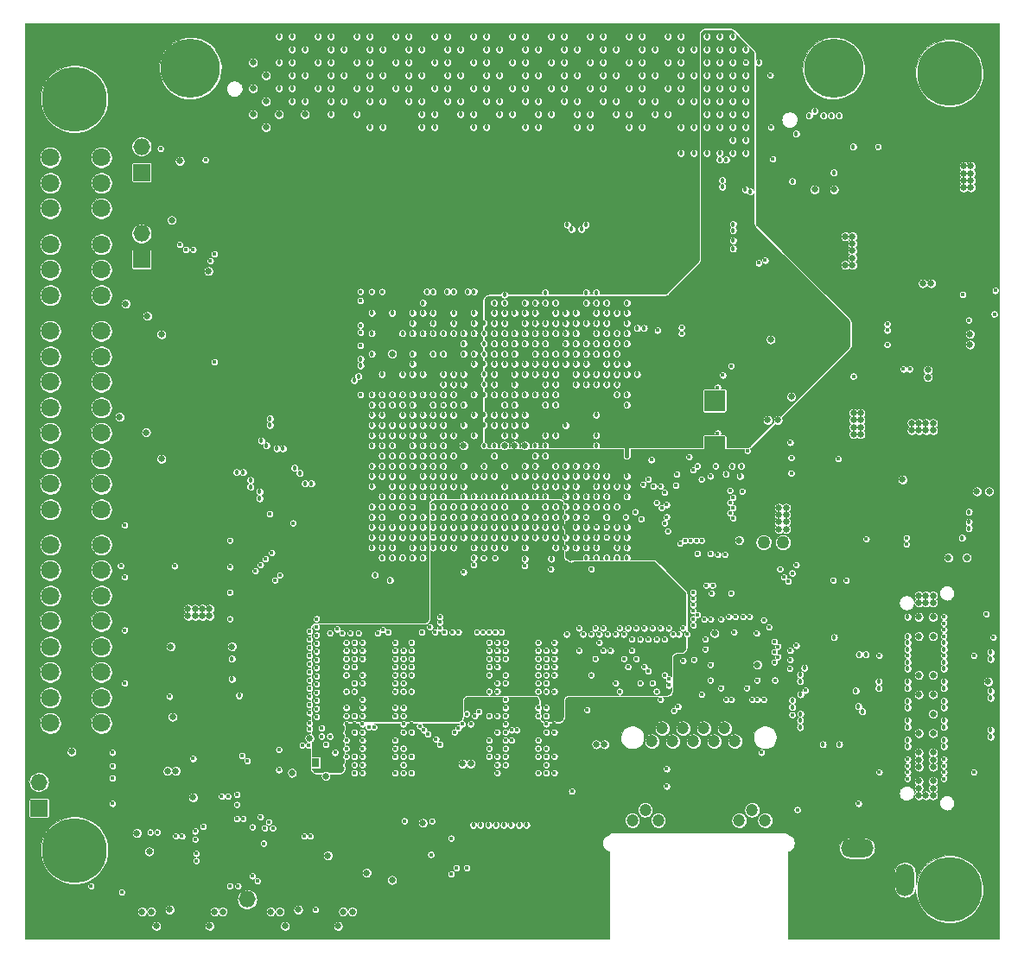
<source format=gbr>
G04 #@! TF.FileFunction,Copper,L7,Inr,Plane*
%FSLAX46Y46*%
G04 Gerber Fmt 4.6, Leading zero omitted, Abs format (unit mm)*
G04 Created by KiCad (PCBNEW (2016-08-02 BZR 7002)-product) date Tue Oct 11 11:13:20 2016*
%MOMM*%
%LPD*%
G01*
G04 APERTURE LIST*
%ADD10C,0.101600*%
%ADD11R,1.600000X1.600000*%
%ADD12C,1.200000*%
%ADD13O,1.200000X1.800000*%
%ADD14C,6.350000*%
%ADD15O,3.200000X1.800000*%
%ADD16O,1.800000X3.200000*%
%ADD17C,1.778000*%
%ADD18R,1.651000X1.651000*%
%ADD19O,1.651000X1.651000*%
%ADD20R,0.750000X0.900000*%
%ADD21R,1.080000X0.780000*%
%ADD22R,1.287500X1.287500*%
%ADD23R,1.000000X1.250000*%
%ADD24R,1.250000X1.250000*%
%ADD25R,1.000000X1.000000*%
%ADD26R,1.500000X1.500000*%
%ADD27R,0.800000X0.800000*%
%ADD28C,5.800000*%
%ADD29C,1.800000*%
%ADD30C,0.635000*%
%ADD31C,0.406400*%
%ADD32C,0.457200*%
%ADD33C,1.270000*%
%ADD34C,0.457200*%
G04 APERTURE END LIST*
D10*
D11*
X95400000Y-78700000D03*
X97000000Y-78700000D03*
X95400000Y-77100000D03*
X97000000Y-77100000D03*
D12*
X91661000Y-100596000D03*
X93693000Y-100596000D03*
X95725000Y-100596000D03*
X97757000Y-100596000D03*
X99789000Y-100596000D03*
X92677000Y-99326000D03*
X94709000Y-99326000D03*
X96741000Y-99326000D03*
X98773000Y-99326000D03*
X100805000Y-99326000D03*
X89723000Y-108346000D03*
X90993000Y-107326000D03*
X92263000Y-108346000D03*
X100203000Y-108346000D03*
X101473000Y-107326000D03*
X102743000Y-108346000D03*
D13*
X86148000Y-116156000D03*
X106318000Y-116156000D03*
D14*
X35080000Y-37620000D03*
X120810000Y-35080000D03*
X35080000Y-111280000D03*
X120810000Y-115090000D03*
D15*
X111759000Y-117073000D03*
X111759000Y-111073000D03*
D16*
X116459000Y-114173000D03*
D17*
X67500000Y-112700000D03*
X82000000Y-112700000D03*
X82600000Y-117650000D03*
X66900000Y-117650000D03*
D18*
X31600000Y-107140000D03*
D19*
X31600000Y-104600000D03*
X31600000Y-102060000D03*
D18*
X52000000Y-118640000D03*
D19*
X52000000Y-116100000D03*
D18*
X41656000Y-44831000D03*
D19*
X41656000Y-42291000D03*
D18*
X41656000Y-53340000D03*
D19*
X41656000Y-50800000D03*
D20*
X57925000Y-102700000D03*
X58675000Y-102700000D03*
D21*
X120580000Y-79937000D03*
X119500000Y-79937000D03*
X118420000Y-79937000D03*
X120580000Y-79157000D03*
X120580000Y-78377000D03*
X120580000Y-77597000D03*
X120580000Y-76817000D03*
X120580000Y-76037000D03*
X120580000Y-75257000D03*
X119500000Y-75257000D03*
X119500000Y-76037000D03*
X119500000Y-76817000D03*
X119500000Y-77597000D03*
X119500000Y-78377000D03*
X119500000Y-79157000D03*
X118420000Y-79157000D03*
X118420000Y-78377000D03*
X118420000Y-77597000D03*
X118420000Y-76817000D03*
X118420000Y-76037000D03*
X118420000Y-75257000D03*
D22*
X120631250Y-61931250D03*
X119343750Y-61931250D03*
X118056250Y-61931250D03*
X116768750Y-61931250D03*
X120631250Y-60643750D03*
X119343750Y-60643750D03*
X118056250Y-60643750D03*
X116768750Y-60643750D03*
X120631250Y-59356250D03*
X119343750Y-59356250D03*
X118056250Y-59356250D03*
X116768750Y-59356250D03*
X120631250Y-58068750D03*
X119343750Y-58068750D03*
X118056250Y-58068750D03*
X116768750Y-58068750D03*
D23*
X109720000Y-97506000D03*
X109720000Y-96256000D03*
X109720000Y-98756000D03*
X108720000Y-98756000D03*
X108720000Y-97506000D03*
X108720000Y-96256000D03*
X108720000Y-95006000D03*
X108720000Y-93756000D03*
X108720000Y-92506000D03*
X109720000Y-92506000D03*
X109720000Y-93756000D03*
X109720000Y-95006000D03*
D24*
X49050000Y-110250000D03*
X49050000Y-112750000D03*
X51550000Y-110250000D03*
X50300000Y-112750000D03*
X49050000Y-111500000D03*
X50300000Y-111500000D03*
X51550000Y-111500000D03*
X50300000Y-110250000D03*
X51550000Y-112750000D03*
D25*
X98300000Y-66700000D03*
X98300000Y-67700000D03*
X97300000Y-67700000D03*
X97300000Y-66700000D03*
X98300000Y-71200000D03*
X98300000Y-72200000D03*
X97300000Y-72200000D03*
X97300000Y-71200000D03*
X106300000Y-73500000D03*
X107300000Y-73500000D03*
X107300000Y-74500000D03*
X106300000Y-74500000D03*
D11*
X108800000Y-81800000D03*
X110400000Y-81800000D03*
X110400000Y-83400000D03*
X108800000Y-83400000D03*
X107200000Y-83400000D03*
X107200000Y-81800000D03*
X107200000Y-80200000D03*
X108800000Y-80200000D03*
X110400000Y-80200000D03*
D26*
X98945000Y-93333000D03*
X98945000Y-91833000D03*
X100445000Y-91833000D03*
X100445000Y-93333000D03*
D27*
X109385000Y-42837000D03*
X108585000Y-42837000D03*
X107785000Y-42837000D03*
X107785000Y-42037000D03*
X108585000Y-42037000D03*
X109385000Y-42037000D03*
X109385000Y-41237000D03*
X108585000Y-41237000D03*
X107785000Y-41237000D03*
D28*
X46454300Y-34616700D03*
X109455700Y-34616700D03*
D29*
X32719000Y-67865000D03*
X32719000Y-65365000D03*
X32719000Y-62865000D03*
X32719000Y-60365000D03*
X32719000Y-70365000D03*
X32719000Y-72865000D03*
X32719000Y-75365000D03*
X32719000Y-77865000D03*
X37719000Y-60365000D03*
X37719000Y-62865000D03*
X37719000Y-65365000D03*
X37719000Y-67865000D03*
X37719000Y-70365000D03*
X37719000Y-72865000D03*
X37719000Y-75365000D03*
X37719000Y-77865000D03*
X32719000Y-88820000D03*
X32719000Y-86320000D03*
X32719000Y-83820000D03*
X32719000Y-81320000D03*
X32719000Y-91320000D03*
X32719000Y-93820000D03*
X32719000Y-96320000D03*
X32719000Y-98820000D03*
X37719000Y-81320000D03*
X37719000Y-83820000D03*
X37719000Y-86320000D03*
X37719000Y-88820000D03*
X37719000Y-91320000D03*
X37719000Y-93820000D03*
X37719000Y-96320000D03*
X37719000Y-98820000D03*
X32719000Y-56856000D03*
X32719000Y-54356000D03*
X32719000Y-51856000D03*
X37719000Y-51856000D03*
X37719000Y-54356000D03*
X37719000Y-56856000D03*
X32719000Y-48347000D03*
X32719000Y-45847000D03*
X32719000Y-43347000D03*
X37719000Y-43347000D03*
X37719000Y-45847000D03*
X37719000Y-48347000D03*
D30*
X44700000Y-90200000D03*
D31*
X64500000Y-104200000D03*
X99900000Y-81600004D03*
X113500000Y-83400000D03*
X101300002Y-90000000D03*
X48800000Y-52000000D03*
D30*
X119400000Y-41800000D03*
X119400000Y-42500000D03*
X112500000Y-48100000D03*
X112500000Y-49300000D03*
D31*
X112100000Y-66200000D03*
D30*
X112300000Y-57500000D03*
X113600000Y-56500000D03*
X124700000Y-72400000D03*
X124700000Y-73100000D03*
X123500000Y-73100000D03*
X123500000Y-72400000D03*
X112200000Y-59800000D03*
D31*
X112400000Y-62400000D03*
X114400000Y-64800000D03*
X114400000Y-63200000D03*
D30*
X108000000Y-68800000D03*
X105300000Y-66800000D03*
X108000000Y-66800000D03*
D31*
X124800000Y-52800000D03*
X125200000Y-67200000D03*
X125200000Y-57900000D03*
X125200000Y-57200000D03*
X125200000Y-55600000D03*
X125200000Y-65100000D03*
X125200000Y-63300000D03*
D30*
X125300000Y-62500000D03*
X125300000Y-59500000D03*
D31*
X107315000Y-105029000D03*
D30*
X36000000Y-47500000D03*
X36000000Y-56000000D03*
D31*
X43600000Y-41200000D03*
X125349000Y-93599000D03*
X120269000Y-94107000D03*
X123189079Y-94107556D03*
X120269000Y-96012000D03*
X123190000Y-96012000D03*
X123190000Y-97917000D03*
X120269000Y-97917000D03*
X123190000Y-99822000D03*
X120269000Y-99822000D03*
X123190000Y-101727000D03*
X120269000Y-101727000D03*
X116713000Y-101727000D03*
X113919000Y-101727000D03*
X116713000Y-99822000D03*
X113919000Y-99822000D03*
D30*
X117221000Y-97917000D03*
D32*
X116713000Y-96012000D03*
X113919000Y-96012000D03*
X116713000Y-94107000D03*
X113919000Y-94107000D03*
D31*
X125100000Y-89800000D03*
D30*
X45000000Y-94700000D03*
X50500000Y-93600000D03*
D31*
X72800000Y-110100000D03*
D30*
X68199984Y-108600000D03*
D31*
X70699998Y-108400000D03*
X71500000Y-113000000D03*
X36700000Y-118500000D03*
X39100000Y-118500000D03*
D30*
X34800000Y-106700000D03*
X34800000Y-104200000D03*
X34800000Y-102900000D03*
X51300000Y-97900000D03*
D31*
X57100000Y-113100000D03*
X38800000Y-110600000D03*
D30*
X43100000Y-110700000D03*
X39000000Y-113900000D03*
X43100000Y-113700000D03*
D31*
X40300000Y-109000000D03*
X49734776Y-102126117D03*
D30*
X44200000Y-100100000D03*
X45000000Y-100100000D03*
X56300000Y-111500000D03*
X47000000Y-117100000D03*
X50300000Y-79500000D03*
D31*
X43500000Y-85200000D03*
X45900000Y-86000000D03*
X48700000Y-81500000D03*
X42000000Y-82000000D03*
X46000000Y-81500000D03*
X44900000Y-67600000D03*
X44900000Y-79400000D03*
X48700000Y-55200002D03*
X48800000Y-62600000D03*
D30*
X43400006Y-55200000D03*
X46600000Y-43700000D03*
D32*
X94400000Y-72700000D03*
D31*
X109400000Y-102100000D03*
X103700000Y-101400000D03*
X103900000Y-107300000D03*
X99100000Y-105000000D03*
X106300000Y-100100000D03*
D30*
X123200000Y-40400000D03*
X115000000Y-40400000D03*
X123200000Y-52000000D03*
X115000000Y-52000000D03*
X119500000Y-48500000D03*
X113700000Y-106700000D03*
X106200000Y-50100000D03*
X107200000Y-50100000D03*
X105300000Y-68800000D03*
X73900000Y-104000000D03*
X73100000Y-104000000D03*
D31*
X72300000Y-101100000D03*
X87000000Y-97500000D03*
X86200000Y-97500000D03*
D30*
X86200000Y-102100000D03*
X87000000Y-102100000D03*
D31*
X60600000Y-101700000D03*
X55100000Y-95200000D03*
X55100000Y-90000000D03*
X55100000Y-98400000D03*
X59300000Y-100100000D03*
D30*
X55900000Y-114100000D03*
X54600000Y-114100000D03*
D31*
X64500000Y-115000000D03*
D30*
X62100000Y-113500000D03*
X59600000Y-117100000D03*
D32*
X93000000Y-72700000D03*
X93700000Y-72700000D03*
D30*
X105800000Y-90400000D03*
X108500000Y-87800000D03*
X109400000Y-87800000D03*
X112100000Y-90400000D03*
X113100000Y-87800000D03*
D31*
X93800000Y-80700000D03*
X52400000Y-77300000D03*
D32*
X75200000Y-66600000D03*
X79200000Y-77600000D03*
X73200000Y-74600000D03*
D30*
X74200000Y-73600000D03*
X74200000Y-71600000D03*
D32*
X65200000Y-62600000D03*
X66200000Y-61600000D03*
D31*
X62500000Y-98900000D03*
D30*
X78200000Y-73600000D03*
D32*
X77200000Y-74600000D03*
D30*
X78200000Y-71600000D03*
D32*
X71200000Y-61600000D03*
X75200000Y-69600000D03*
X88200000Y-72600000D03*
X76200000Y-69600000D03*
X78200000Y-69600000D03*
X77200000Y-70600000D03*
X80200000Y-71600000D03*
D31*
X106300004Y-77900000D03*
D32*
X79000000Y-110400000D03*
X77500000Y-110400000D03*
X76000000Y-110400000D03*
X74500000Y-110400000D03*
D31*
X100200000Y-77900000D03*
X112300000Y-84200000D03*
X93300000Y-95100000D03*
X104267000Y-93472000D03*
X94742000Y-96266000D03*
X102616000Y-97790000D03*
X95631000Y-96520000D03*
X98425000Y-86106000D03*
D32*
X66200000Y-78600000D03*
X64200000Y-82600000D03*
X67200000Y-81600000D03*
X82200000Y-76600000D03*
X89200000Y-77600000D03*
X86200000Y-78600000D03*
X87200000Y-81600000D03*
X72200000Y-76600000D03*
D31*
X87600006Y-91700000D03*
X70200000Y-80600000D03*
D32*
X73200000Y-79600000D03*
X76200000Y-78600000D03*
X74200000Y-82600000D03*
X77200000Y-81600000D03*
X83200000Y-79600000D03*
X80200000Y-80600000D03*
X83700000Y-82700000D03*
D31*
X75700000Y-97300000D03*
X82100000Y-90900000D03*
X82100000Y-92500000D03*
X82100000Y-94100000D03*
X75700000Y-90900000D03*
X75700000Y-92500000D03*
X75700000Y-94100000D03*
X81300000Y-97300000D03*
X82100000Y-98900000D03*
X82100000Y-100500000D03*
X81300000Y-100500000D03*
X82100000Y-101300000D03*
X80500000Y-102900000D03*
X82100000Y-102900000D03*
X75700000Y-103700000D03*
X75700000Y-102900000D03*
X76500000Y-101300000D03*
X76500000Y-100500000D03*
X75700000Y-99700000D03*
X76500000Y-98900000D03*
X75700000Y-98900000D03*
X61700000Y-97300000D03*
X68100000Y-90900000D03*
X68100000Y-92500000D03*
X68100000Y-94100000D03*
X67300000Y-97300000D03*
X66500000Y-102900000D03*
X68100000Y-101300000D03*
X67300000Y-100500000D03*
X68100000Y-100500000D03*
X68100000Y-98900000D03*
X68100000Y-102900000D03*
X61700000Y-90900000D03*
X61700000Y-92500000D03*
X61700000Y-94100000D03*
X61700000Y-98900000D03*
X61700000Y-99700000D03*
X61700000Y-103700000D03*
X61700000Y-102900000D03*
X62500000Y-100500000D03*
X62500000Y-101300000D03*
D32*
X60198000Y-41656000D03*
X76200000Y-75600000D03*
X85200000Y-75600000D03*
X88200000Y-74600000D03*
X72200000Y-73600000D03*
X76200000Y-73600000D03*
X81200000Y-73600000D03*
X84200000Y-72600000D03*
X77200000Y-72600000D03*
X73200000Y-72600000D03*
X72200000Y-71600000D03*
X76200000Y-71600000D03*
X73200000Y-70600000D03*
X72200000Y-69600000D03*
X74200000Y-69600000D03*
X83200000Y-69600000D03*
X86200000Y-68600000D03*
X79200000Y-68600000D03*
X77200000Y-68600000D03*
X75200000Y-68600000D03*
X73200000Y-68600000D03*
X78200000Y-67600000D03*
X74200000Y-67600000D03*
X67200000Y-59600000D03*
X69200000Y-59600000D03*
X71200000Y-59600000D03*
X65200000Y-59600000D03*
X64200000Y-57600000D03*
X66200000Y-57600000D03*
X68200000Y-57600000D03*
X70200000Y-57600000D03*
X72200000Y-57600000D03*
X89200000Y-67600000D03*
X73200000Y-59600000D03*
X75200000Y-59600000D03*
X74200000Y-57600000D03*
X76199718Y-57600000D03*
X76200000Y-58600000D03*
X76199718Y-59600000D03*
X76199718Y-60600000D03*
X76200000Y-61600000D03*
X74200000Y-61600000D03*
X70200000Y-61600000D03*
X68200000Y-61600000D03*
X64200000Y-61600000D03*
X70200000Y-64600000D03*
X67200000Y-63600000D03*
X69200000Y-63600000D03*
X70200000Y-63600000D03*
X71200000Y-63600000D03*
X72200000Y-63600000D03*
X73200000Y-63600000D03*
X75200000Y-63600000D03*
X73200000Y-66600000D03*
X76200000Y-65600000D03*
X82200000Y-66600000D03*
X77200000Y-66600000D03*
X79200000Y-66600000D03*
X78200000Y-65600000D03*
X85200000Y-65600000D03*
X76200000Y-63600000D03*
X76200000Y-62600000D03*
X81200000Y-63600000D03*
X88200000Y-64600000D03*
X87200000Y-61600000D03*
X84200000Y-62600000D03*
X77200000Y-61600000D03*
X80200000Y-60600000D03*
X83200000Y-59600000D03*
X86200000Y-58600000D03*
X89200000Y-57600000D03*
X79200000Y-57600000D03*
X70200000Y-65600000D03*
X69200000Y-65600000D03*
X68200000Y-65600000D03*
X67200000Y-65600000D03*
X66200000Y-65600000D03*
X65200000Y-65600000D03*
X64200000Y-65600000D03*
X68200000Y-74600000D03*
X69200000Y-77600000D03*
X65200000Y-75600000D03*
X70200000Y-70600000D03*
X64200000Y-72600000D03*
X67200000Y-71600000D03*
X69200000Y-67600000D03*
X66200000Y-68600000D03*
X98298000Y-40386000D03*
X86868000Y-42926000D03*
X88138000Y-42926000D03*
X61468000Y-42926000D03*
X93218000Y-32766000D03*
X53848000Y-31496000D03*
X57658000Y-31496000D03*
X61468000Y-31496000D03*
X65278000Y-31496000D03*
X69088000Y-31496000D03*
X72898000Y-31496000D03*
X76708000Y-31496000D03*
X80518000Y-31496000D03*
X84328000Y-31496000D03*
X88138000Y-31496000D03*
X91948000Y-31496000D03*
X95758000Y-31496000D03*
X52578000Y-42926000D03*
X56388000Y-42926000D03*
X57658000Y-42926000D03*
X62738000Y-42926000D03*
X66548000Y-42926000D03*
X67818000Y-42926000D03*
X71628000Y-42926000D03*
X72898000Y-42926000D03*
X76708000Y-42926000D03*
X77978000Y-42926000D03*
X83058000Y-42926000D03*
X91948000Y-42926000D03*
X93218000Y-42926000D03*
X97028000Y-42926000D03*
X98298000Y-42926000D03*
X102108000Y-42926000D03*
X100838000Y-41656000D03*
X99568000Y-41656000D03*
X95758000Y-41656000D03*
X94488000Y-41656000D03*
X90678000Y-41656000D03*
X89408000Y-41656000D03*
X85598000Y-41656000D03*
X84328000Y-41656000D03*
X80518000Y-41656000D03*
X79248000Y-41656000D03*
X75438000Y-41656000D03*
X74168000Y-41656000D03*
X70358000Y-41656000D03*
X69088000Y-41656000D03*
X65278000Y-41656000D03*
X64008000Y-41656000D03*
X58928000Y-41656000D03*
X55118000Y-41656000D03*
X53848000Y-41656000D03*
X52578000Y-40386000D03*
X55118000Y-40386000D03*
X57658000Y-40386000D03*
X60198000Y-40386000D03*
X61468000Y-40386000D03*
X62738000Y-40386000D03*
X66548000Y-40386000D03*
X67818000Y-40386000D03*
X71628000Y-40386000D03*
X72898000Y-40386000D03*
X76708000Y-40386000D03*
X77978000Y-40386000D03*
X81788000Y-40386000D03*
X83058000Y-40386000D03*
X86868000Y-40386000D03*
X88138000Y-40386000D03*
X91948000Y-40386000D03*
X93218000Y-40386000D03*
X97028000Y-40386000D03*
X102108000Y-40386000D03*
X100838000Y-39116000D03*
X99568000Y-39116000D03*
X95758000Y-39116000D03*
X94488000Y-39116000D03*
X90678000Y-39116000D03*
X86868000Y-39116000D03*
X83058000Y-39116000D03*
X79248000Y-39116000D03*
X75438000Y-39116000D03*
X71628000Y-39116000D03*
X67818000Y-39116000D03*
X58928000Y-39116000D03*
X56388000Y-39116000D03*
X53848000Y-39116000D03*
X52578000Y-37846000D03*
X55118000Y-37846000D03*
X58928000Y-37846000D03*
X62738000Y-37846000D03*
X66548000Y-37846000D03*
X70358000Y-37846000D03*
X74168000Y-37846000D03*
X77978000Y-37846000D03*
X81788000Y-37846000D03*
X85598000Y-37846000D03*
X89408000Y-37846000D03*
X93218000Y-37846000D03*
X97028000Y-37846000D03*
X98298000Y-37846000D03*
X102108000Y-37846000D03*
X100838000Y-36576000D03*
X99568000Y-36576000D03*
X95758000Y-36576000D03*
X84328000Y-36576000D03*
X80518000Y-36576000D03*
X76708000Y-36576000D03*
X72898000Y-36576000D03*
X69088000Y-36576000D03*
X65278000Y-36576000D03*
X61468000Y-36576000D03*
X57658000Y-36576000D03*
X53848000Y-36576000D03*
X52578000Y-35306000D03*
X55118000Y-35306000D03*
X58928000Y-35306000D03*
X62738000Y-35306000D03*
X66548000Y-35306000D03*
X70358000Y-35306000D03*
X74168000Y-35306000D03*
X77978000Y-35306000D03*
X81788000Y-35306000D03*
X85598000Y-35306000D03*
X89408000Y-35306000D03*
X93218000Y-35306000D03*
X88138000Y-36576000D03*
X91948000Y-36576000D03*
X97028000Y-35306000D03*
X98298000Y-35306000D03*
X102108000Y-35306000D03*
X99568000Y-34036000D03*
X95758000Y-34036000D03*
X91948000Y-34036000D03*
X88138000Y-34036000D03*
X84328000Y-34036000D03*
X80518000Y-34036000D03*
X76708000Y-34036000D03*
X72898000Y-34036000D03*
X69088000Y-34036000D03*
X65278000Y-34036000D03*
X61468000Y-34036000D03*
X57658000Y-34036000D03*
X53848000Y-34036000D03*
X52578000Y-32766000D03*
X55118000Y-32766000D03*
X58928000Y-32766000D03*
X62738000Y-32766000D03*
X66548000Y-32766000D03*
X70358000Y-32766000D03*
X74168000Y-32766000D03*
X77978000Y-32766000D03*
X81788000Y-32766000D03*
X85598000Y-32766000D03*
X89408000Y-32766000D03*
X97028000Y-32766000D03*
X98298000Y-32766000D03*
X102108000Y-32766000D03*
X100838000Y-31496000D03*
X99568000Y-31496000D03*
X77200000Y-69600000D03*
D30*
X44600000Y-49500000D03*
X42400000Y-111400000D03*
X112100000Y-68400000D03*
X111400000Y-68400000D03*
X112100000Y-70500000D03*
X112100000Y-69800000D03*
X112100000Y-69100000D03*
X111400000Y-70500000D03*
X111400000Y-69800000D03*
X111400000Y-69100000D03*
D31*
X122100000Y-56800000D03*
D30*
X73900000Y-102800000D03*
X73100000Y-102800000D03*
X86200000Y-100900000D03*
X87000000Y-100900000D03*
D31*
X57400000Y-101000000D03*
D32*
X74200000Y-77600000D03*
X77200000Y-76600000D03*
D31*
X71200000Y-78600000D03*
D32*
X75200000Y-80600000D03*
X81200000Y-78600000D03*
X78200000Y-79600000D03*
X72200000Y-81600000D03*
X79200000Y-82700000D03*
X82200000Y-81600000D03*
D31*
X76500000Y-95700000D03*
X82100000Y-91700000D03*
X82100000Y-93300000D03*
X81300000Y-95700000D03*
X75700000Y-91700000D03*
X75700000Y-93300000D03*
X81300000Y-98100000D03*
X82100000Y-99700000D03*
X81300000Y-101300000D03*
X82100000Y-102100000D03*
X81300000Y-102900000D03*
X82100000Y-103700000D03*
X76500000Y-103700000D03*
X75700000Y-102100000D03*
X75700000Y-101300000D03*
X75700000Y-100500000D03*
X77300000Y-98900000D03*
X75700000Y-98100000D03*
X62500000Y-95700000D03*
X68100000Y-91700000D03*
X68100000Y-93300000D03*
X67300000Y-95700000D03*
X67300000Y-101300000D03*
X68100000Y-99700000D03*
X67300000Y-98100000D03*
X67300000Y-102900000D03*
X68100000Y-102100000D03*
X68100000Y-103700000D03*
X61700000Y-91700000D03*
X61700000Y-93300000D03*
X63300000Y-98900000D03*
X62500000Y-103700000D03*
X61700000Y-102100000D03*
X61700000Y-98100000D03*
X61700000Y-101300000D03*
X61700000Y-100500000D03*
D30*
X58100000Y-100300000D03*
D31*
X60300000Y-103200000D03*
X76500000Y-94100000D03*
X82100000Y-98100000D03*
X68100000Y-98100000D03*
X62500000Y-94100000D03*
D32*
X78200000Y-77600000D03*
X80200000Y-77600000D03*
D30*
X124700000Y-76100000D03*
X123500000Y-76100000D03*
X122500000Y-82600000D03*
X120700000Y-82600000D03*
X119200004Y-105900004D03*
X119200000Y-105200000D03*
X119200000Y-104500000D03*
X119200004Y-103100000D03*
X119200000Y-102400000D03*
X119200000Y-101700000D03*
X119200002Y-99800000D03*
X119200000Y-97900000D03*
X119200000Y-96000000D03*
X119200000Y-94100000D03*
X119200000Y-90300000D03*
X119199996Y-88400000D03*
X119200000Y-87000000D03*
X119200000Y-86300000D03*
X118500000Y-86300000D03*
X117800000Y-86300000D03*
X118500000Y-87000000D03*
X117800000Y-87000000D03*
X118500000Y-105900018D03*
X117800000Y-105900000D03*
X117800000Y-105200000D03*
X117800000Y-104500000D03*
X117800000Y-103100000D03*
X117800000Y-102400000D03*
X117800000Y-101700000D03*
X117800000Y-99800000D03*
X117800000Y-88400000D03*
X117800000Y-90300000D03*
X117800000Y-94100000D03*
X117800000Y-96000000D03*
X118700000Y-64900000D03*
X118700000Y-64200000D03*
X119000000Y-55700000D03*
X118200000Y-55700000D03*
X122800004Y-61700000D03*
X124587000Y-94742006D03*
D31*
X72000000Y-110100000D03*
D30*
X69200004Y-108600000D03*
X44200000Y-103500000D03*
X45000000Y-103500000D03*
D31*
X93100000Y-103300000D03*
D30*
X66200000Y-114200000D03*
D31*
X116586000Y-81280000D03*
D32*
X122700000Y-78100000D03*
D30*
X59700000Y-104000000D03*
X100200000Y-80900000D03*
X122900000Y-46300000D03*
X122900000Y-45600000D03*
X122900000Y-44900000D03*
X122900000Y-44200000D03*
X122200000Y-44200000D03*
X122200000Y-44900000D03*
X122200000Y-45600000D03*
X122200000Y-46300000D03*
D31*
X98600000Y-64700000D03*
X112649000Y-80772000D03*
X124400000Y-88100000D03*
D30*
X46700000Y-106100000D03*
X44500000Y-91300000D03*
X44700000Y-98200000D03*
X48200000Y-54500000D03*
X34800000Y-101600000D03*
X41200000Y-109600000D03*
D31*
X53600000Y-110600000D03*
X44900000Y-83408802D03*
X39600000Y-83400000D03*
D30*
X45400000Y-43700000D03*
D31*
X105900000Y-107300000D03*
X103649802Y-92837000D03*
D32*
X109500000Y-90392800D03*
X106600000Y-93400000D03*
X106200000Y-96000000D03*
X106200000Y-97900000D03*
X108400000Y-100900000D03*
X110000000Y-100900000D03*
D31*
X98100000Y-65895182D03*
X98100000Y-70395180D03*
X50300000Y-114800000D03*
X58000000Y-101000000D03*
D30*
X56400000Y-103700000D03*
D31*
X92200000Y-60300000D03*
X105300000Y-72800000D03*
X96500000Y-80900000D03*
X96000000Y-80900000D03*
X110700000Y-84800000D03*
X94700000Y-92700000D03*
D32*
X109474000Y-44831000D03*
X111378996Y-42291000D03*
X89200000Y-82600000D03*
X88200000Y-79600000D03*
X85200000Y-80600000D03*
X72200000Y-70600000D03*
X72200000Y-68600000D03*
X111633000Y-95631000D03*
X73200000Y-64600000D03*
X72200000Y-64600000D03*
X71200000Y-64600000D03*
X74200000Y-63600000D03*
X62738000Y-39116000D03*
D30*
X57658000Y-39116000D03*
X55118000Y-39116000D03*
X53848000Y-40386000D03*
X52578000Y-39116000D03*
X116205000Y-74930000D03*
X103300000Y-61200000D03*
X103000000Y-69100000D03*
X104000000Y-69100000D03*
D33*
X104500000Y-81100000D03*
X102600000Y-81100002D03*
D30*
X104800000Y-77700000D03*
X104800000Y-78400000D03*
X104800000Y-79100000D03*
X104817400Y-79800000D03*
X104100000Y-79800000D03*
X104100000Y-79100000D03*
X104100000Y-78400000D03*
X104100000Y-77700000D03*
X73200000Y-71600000D03*
X66200000Y-62600000D03*
X79200000Y-71600000D03*
X77200000Y-71600000D03*
D32*
X76200000Y-68600000D03*
X79200000Y-73600000D03*
X80200000Y-66600000D03*
X76200000Y-74600000D03*
X74200000Y-74600000D03*
X73200000Y-73600000D03*
X75200000Y-73600000D03*
X77200000Y-73600000D03*
X76200000Y-72600000D03*
X72200000Y-72600000D03*
X75200000Y-71600000D03*
X74200000Y-70600000D03*
X73200000Y-69600000D03*
X79200000Y-69600000D03*
X78200000Y-68600000D03*
X74200000Y-68600000D03*
X77200000Y-67600000D03*
X73200000Y-67600000D03*
X69200000Y-60600000D03*
X73200000Y-60600000D03*
X75200000Y-60600000D03*
X68200000Y-62600000D03*
X70200000Y-62600000D03*
X74200000Y-62600000D03*
X69200000Y-64600000D03*
X65200000Y-64600000D03*
X67200000Y-64600000D03*
D31*
X96900000Y-90600000D03*
X97400000Y-94600000D03*
X101900000Y-90000000D03*
X99700000Y-89900000D03*
D30*
X117100000Y-69400000D03*
X117800000Y-69400000D03*
X118500000Y-69400000D03*
X117100000Y-70100000D03*
X117800000Y-70100000D03*
X118500000Y-70100000D03*
X119200000Y-69400000D03*
X119200000Y-70100000D03*
D32*
X64200000Y-60600000D03*
D30*
X101981000Y-93091000D03*
D31*
X101981000Y-94615000D03*
D32*
X64200000Y-58600000D03*
X71200000Y-60600000D03*
X67200000Y-60600000D03*
X70200000Y-58600000D03*
X68200000Y-58600000D03*
X66200000Y-58600000D03*
X72200000Y-58600000D03*
X74200000Y-58600000D03*
X64200000Y-62600000D03*
X68200000Y-63600000D03*
D31*
X105400000Y-98000000D03*
X105300000Y-74300000D03*
X101000000Y-72100000D03*
D30*
X110600000Y-51100000D03*
X111300000Y-51100000D03*
X111300000Y-51800000D03*
X111300000Y-52500000D03*
X111300000Y-53200000D03*
X111300000Y-53900000D03*
X110600000Y-53900000D03*
D31*
X116900000Y-64100000D03*
D32*
X75200000Y-74600000D03*
X79200000Y-74600000D03*
X75200000Y-65600000D03*
X76200000Y-64600000D03*
X71200000Y-62600000D03*
D31*
X99400000Y-86100000D03*
X100500006Y-76100000D03*
X99300000Y-78200000D03*
X99300000Y-76000000D03*
X99300000Y-77200000D03*
X94000000Y-75500000D03*
X93100000Y-77400000D03*
X93100000Y-78600000D03*
D30*
X97790000Y-89997898D03*
D32*
X107600000Y-38800000D03*
X87200000Y-76600000D03*
X84200000Y-77600000D03*
X73200000Y-75600000D03*
X77200000Y-75600000D03*
X83200000Y-74600000D03*
X80200000Y-74600000D03*
X86200000Y-73600000D03*
X72200000Y-66600000D03*
X73200000Y-65600000D03*
X74200000Y-66600000D03*
X76200000Y-66600000D03*
X78200000Y-66600000D03*
X78200000Y-70600000D03*
D31*
X55100000Y-103400000D03*
D30*
X48300000Y-87600000D03*
X47600000Y-87600000D03*
X46900000Y-87600000D03*
X46200000Y-87600000D03*
X46200000Y-88300000D03*
X48300000Y-88300000D03*
X47600000Y-88300000D03*
X46900000Y-88300000D03*
X50500000Y-91300000D03*
D32*
X65200000Y-80600000D03*
X68200000Y-79600000D03*
X69200000Y-82600000D03*
X70200000Y-75600000D03*
X64200000Y-77600000D03*
X67200000Y-76600000D03*
X69200000Y-72600000D03*
X66200000Y-73600000D03*
X65200000Y-70600000D03*
X68200000Y-69600000D03*
X67200000Y-66600000D03*
X64200000Y-67600000D03*
D30*
X53848000Y-35306000D03*
X53848000Y-37846000D03*
X52578000Y-36576000D03*
X52578000Y-34036000D03*
D31*
X125200000Y-58700000D03*
X114700000Y-61700000D03*
D30*
X122800000Y-60677697D03*
D32*
X69200000Y-58600000D03*
X105410000Y-97231200D03*
X69200000Y-57600000D03*
X105410000Y-96570800D03*
D30*
X44400000Y-117100000D03*
X107100000Y-60700000D03*
X106400000Y-60700000D03*
X109500004Y-61300000D03*
X108800000Y-61300000D03*
X108100000Y-61300000D03*
X107400000Y-61300000D03*
X106700000Y-61300000D03*
X106000002Y-61300000D03*
D31*
X97500000Y-65895188D03*
X97506444Y-70395183D03*
X89200000Y-62600000D03*
D32*
X85200000Y-67600000D03*
X89200000Y-72600000D03*
X82200000Y-71600000D03*
X85200000Y-70600000D03*
X88200000Y-69600000D03*
X81200000Y-68600000D03*
X87200000Y-66600000D03*
X80200000Y-65600000D03*
X83200000Y-64600000D03*
X79200000Y-62600000D03*
X86200000Y-63600000D03*
X82200000Y-61600000D03*
X85200000Y-60600000D03*
X81200000Y-58600000D03*
X88200000Y-59600000D03*
X84200000Y-57600000D03*
X78200000Y-59600000D03*
X82200000Y-74600000D03*
D30*
X57000000Y-117100000D03*
D31*
X96100000Y-82200000D03*
X96520000Y-96012000D03*
X102616000Y-96520000D03*
X98425000Y-95377000D03*
X100965000Y-95377000D03*
X97409000Y-93091000D03*
D32*
X98298000Y-43561000D03*
X97028000Y-39116000D03*
D31*
X94550000Y-60000000D03*
D32*
X75200000Y-61600000D03*
X98933000Y-43561000D03*
X98298000Y-39116000D03*
X75200000Y-62600000D03*
D31*
X94550000Y-60600000D03*
X68200000Y-77600000D03*
X73500000Y-113000000D03*
D32*
X64200000Y-75600000D03*
X102108000Y-34036000D03*
D31*
X114700000Y-60300000D03*
X105200000Y-71300000D03*
X98100000Y-82300000D03*
X72000000Y-113600000D03*
X43200000Y-109500000D03*
X51500000Y-102000000D03*
X51000000Y-108200000D03*
D32*
X88200000Y-81600000D03*
D31*
X114700000Y-59700000D03*
X109900000Y-72900000D03*
X98800000Y-82300000D03*
X72500000Y-113000002D03*
X42500000Y-109500000D03*
X52000000Y-102500000D03*
X51600000Y-108200000D03*
D32*
X89200000Y-79600000D03*
D31*
X99400000Y-63800000D03*
X89096756Y-78603244D03*
D32*
X60198000Y-39116000D03*
D31*
X103300000Y-40400000D03*
X99600000Y-78700000D03*
X90800000Y-75400000D03*
D32*
X85200000Y-82600000D03*
D31*
X97400000Y-82200000D03*
X58700000Y-117100000D03*
X95758000Y-92583006D03*
X97000000Y-85300000D03*
D32*
X85200000Y-79600000D03*
D30*
X49600000Y-117300000D03*
X48800000Y-117300000D03*
X48300000Y-118700000D03*
X43100000Y-118700000D03*
X41700000Y-117300000D03*
X42600000Y-117300000D03*
X63700000Y-113500000D03*
X55200000Y-117300000D03*
X54300000Y-117300000D03*
X55700000Y-118700000D03*
X60899986Y-118700000D03*
X61400000Y-117300000D03*
X62300000Y-117300000D03*
D31*
X116713000Y-104267000D03*
X123190000Y-103632000D03*
X120269000Y-103632000D03*
X113919000Y-103632000D03*
X116713000Y-103632000D03*
X116713000Y-102997000D03*
X116713000Y-102362000D03*
D32*
X120269000Y-101092000D03*
X116713000Y-101092000D03*
X120269000Y-100457000D03*
X116713000Y-100457000D03*
X112268000Y-97663000D03*
X111887000Y-97155000D03*
X120269000Y-97282000D03*
X116713000Y-97282000D03*
X120269000Y-96647000D03*
X116713000Y-96647000D03*
X113871798Y-95377000D03*
X113871776Y-94742000D03*
X120269000Y-93472000D03*
X116713000Y-93472000D03*
X120269000Y-92837000D03*
X116713000Y-92837000D03*
X112606278Y-92067004D03*
X111945878Y-92067004D03*
X116713000Y-90297000D03*
X116713000Y-88392000D03*
D31*
X120269000Y-102997000D03*
X120269000Y-104267000D03*
X120269000Y-102362000D03*
X120269000Y-90297000D03*
D32*
X120269000Y-90932000D03*
X116713000Y-90932000D03*
D31*
X105800000Y-91200000D03*
X102100000Y-53700000D03*
X120269000Y-89026998D03*
X100838000Y-34036000D03*
X91800000Y-75600000D03*
D32*
X65278000Y-40386000D03*
D31*
X86200000Y-79600000D03*
X120269000Y-88391992D03*
X105200000Y-91700000D03*
X102752255Y-53431700D03*
X120269000Y-89662015D03*
X103251000Y-35306000D03*
X92500000Y-75600000D03*
D32*
X64008000Y-40386000D03*
D31*
X87200000Y-80600000D03*
D32*
X120269000Y-98552000D03*
X116713000Y-98552000D03*
X124841000Y-99491800D03*
X124841000Y-100152200D03*
X120269000Y-99187000D03*
X116713000Y-99187000D03*
X124841000Y-96342200D03*
X120269000Y-94742000D03*
X116713000Y-94742000D03*
X120269000Y-95377000D03*
X116713000Y-95377000D03*
X124841000Y-95681800D03*
X124841000Y-92532200D03*
X124841000Y-91871800D03*
X120269000Y-91567000D03*
X116713000Y-91567000D03*
D31*
X70000000Y-111700000D03*
D32*
X68200000Y-82600000D03*
X79355600Y-108800000D03*
X74144400Y-108800000D03*
X69200000Y-79600000D03*
X74855600Y-108800000D03*
X69200000Y-78600000D03*
X68200000Y-80600000D03*
X75644400Y-108800000D03*
X69200000Y-80600000D03*
X76355600Y-108800000D03*
X68200000Y-81600000D03*
X77144400Y-108800000D03*
X69200000Y-81600000D03*
X77855600Y-108800000D03*
X67200000Y-82600000D03*
X78644400Y-108800000D03*
D31*
X125300000Y-56400000D03*
X122700000Y-59300000D03*
X93200000Y-80000000D03*
X87200000Y-79600000D03*
D32*
X99600000Y-49900000D03*
X100838000Y-42926000D03*
X71600000Y-56500000D03*
X72200000Y-60600000D03*
X100838000Y-37846000D03*
X87200000Y-64600000D03*
X99600000Y-50500000D03*
X72200000Y-56500000D03*
X72200000Y-59600000D03*
X99568000Y-42926000D03*
X99568000Y-37846000D03*
X87200000Y-63600000D03*
X86200000Y-62600000D03*
X98298000Y-36576000D03*
X87200000Y-62600000D03*
X97028000Y-36576000D03*
X99600000Y-51500000D03*
X73600000Y-56500000D03*
X74200000Y-60600000D03*
X95758000Y-40386000D03*
X100800000Y-46500000D03*
X95758000Y-42926000D03*
X69600000Y-56500000D03*
X70200000Y-60600000D03*
X95758000Y-37846000D03*
X81200000Y-67600000D03*
X62900000Y-64800000D03*
X67200000Y-68600000D03*
X95758000Y-35306000D03*
X95758000Y-32766000D03*
X83200000Y-60600000D03*
X99600000Y-52300000D03*
X74200000Y-56500000D03*
X74200000Y-59600000D03*
X94488000Y-40386000D03*
X101318835Y-46707534D03*
X94488000Y-42926000D03*
X70200000Y-56500000D03*
X70200000Y-59600000D03*
X94488000Y-37846000D03*
X82200000Y-67600000D03*
X94488000Y-36576000D03*
X85200000Y-57600000D03*
X62500000Y-65200000D03*
X66200000Y-67600000D03*
X94488000Y-35306000D03*
X94488000Y-34036000D03*
X70200000Y-66600000D03*
X94488000Y-32766000D03*
X84200000Y-60600000D03*
X94488000Y-31496000D03*
X83200000Y-58600000D03*
X63098350Y-63119000D03*
X67200000Y-69600000D03*
X93218000Y-39116000D03*
X93218000Y-36576000D03*
X85200000Y-56600000D03*
X93218000Y-34036000D03*
X69200000Y-66600000D03*
X93218000Y-31496000D03*
X84200000Y-58600000D03*
X63098350Y-63754000D03*
X66200000Y-69600000D03*
X91948000Y-39116000D03*
X91948000Y-37846000D03*
X88200000Y-66600000D03*
X91948000Y-35306000D03*
X68200000Y-67600000D03*
X91948000Y-32766000D03*
X81200000Y-64600000D03*
X90678000Y-40386000D03*
X65200000Y-66600000D03*
X90678000Y-37846000D03*
X89200000Y-66600000D03*
X87200000Y-65600000D03*
X90678000Y-36576000D03*
X90678000Y-35306000D03*
X68200000Y-66600000D03*
X90678000Y-34036000D03*
X70200000Y-68600000D03*
X90678000Y-32766000D03*
X82200000Y-64600000D03*
X90678000Y-31496000D03*
X86200000Y-65600000D03*
X89408000Y-40386000D03*
X66200000Y-66600000D03*
X89408000Y-39116000D03*
X65200000Y-67600000D03*
X88200000Y-65600000D03*
X89408000Y-36576000D03*
X89408000Y-34036000D03*
X70200000Y-67600000D03*
X89408000Y-31496000D03*
X86200000Y-64600000D03*
X88138000Y-39116000D03*
X64200000Y-66600000D03*
X81200000Y-66600000D03*
X88138000Y-37846000D03*
X88138000Y-35306000D03*
X69200000Y-69600000D03*
X84200000Y-65600000D03*
X88138000Y-32766000D03*
X81200000Y-65600000D03*
X86868000Y-37846000D03*
X90200000Y-64600000D03*
X86868000Y-36576000D03*
X86868000Y-35306000D03*
X69200000Y-68600000D03*
X86868000Y-34036000D03*
X71200000Y-69600000D03*
X85200000Y-64600000D03*
X86868000Y-32766000D03*
X86868000Y-31496000D03*
X88200000Y-63600000D03*
X83347780Y-49946780D03*
X85181220Y-49946780D03*
X85598000Y-40386000D03*
X69200000Y-71600000D03*
X85598000Y-39116000D03*
X68200000Y-68600000D03*
X89200000Y-64600000D03*
X85598000Y-36576000D03*
X85598000Y-34036000D03*
X70200000Y-69600000D03*
X89200000Y-63600000D03*
X85598000Y-31496000D03*
X83784220Y-50383220D03*
X84744780Y-50383220D03*
X69200000Y-70600000D03*
X84328000Y-40386000D03*
X84328000Y-39116000D03*
X67200000Y-67600000D03*
X80200000Y-64600000D03*
X84328000Y-37846000D03*
X71200000Y-72600000D03*
X84328000Y-35306000D03*
X88200000Y-62600000D03*
X84328000Y-32766000D03*
X80200000Y-63600000D03*
X83058000Y-37846000D03*
X78200000Y-64600000D03*
X83058000Y-36576000D03*
X71200000Y-71600000D03*
X83058000Y-35306000D03*
X83058000Y-34036000D03*
X70200000Y-73600000D03*
X89200000Y-61600000D03*
X83058000Y-32766000D03*
X90866704Y-60090600D03*
X79200000Y-61600000D03*
X83058000Y-31496000D03*
X81788000Y-39116000D03*
X65200000Y-68600000D03*
X79200000Y-64600000D03*
X81788000Y-36576000D03*
X81788000Y-34036000D03*
X69200000Y-73600000D03*
X90219004Y-60090600D03*
X79200000Y-60600000D03*
X81788000Y-31496000D03*
X80518000Y-40386000D03*
X65200000Y-69600000D03*
X80518000Y-39116000D03*
X64200000Y-68600000D03*
X80518000Y-37846000D03*
X88200000Y-58600000D03*
X80518000Y-35306000D03*
X70200000Y-74600000D03*
X88200000Y-61600000D03*
X80518000Y-32766000D03*
X79248000Y-40386000D03*
X64200000Y-69600000D03*
X79248000Y-37846000D03*
X89200000Y-58600000D03*
X89200000Y-60600000D03*
X79248000Y-36576000D03*
X79248000Y-35306000D03*
X69200000Y-74600000D03*
X79248000Y-34036000D03*
X71200000Y-74600000D03*
X88200000Y-60600000D03*
X79248000Y-32766000D03*
X87200000Y-60600000D03*
X79248000Y-31496000D03*
X54241700Y-68961000D03*
X77978000Y-39116000D03*
X66200000Y-76600000D03*
X89200000Y-59600000D03*
X77978000Y-36576000D03*
X77978000Y-34036000D03*
X71200000Y-75600000D03*
X87200000Y-59600000D03*
X77978000Y-31496000D03*
X54229000Y-69596000D03*
X76708000Y-39116000D03*
X66200000Y-77600000D03*
X76708000Y-37846000D03*
X87200000Y-58600000D03*
X76708000Y-35306000D03*
X64200000Y-71600000D03*
X86200000Y-60600000D03*
X76708000Y-32766000D03*
X67200000Y-79600000D03*
X53900000Y-71600000D03*
X75438000Y-40386000D03*
X75438000Y-37846000D03*
X87200000Y-57600000D03*
X86200000Y-57600000D03*
X75438000Y-36576000D03*
X75438000Y-35306000D03*
X64200000Y-70600000D03*
X75438000Y-34036000D03*
X70200000Y-72600000D03*
X86200000Y-59600000D03*
X75438000Y-32766000D03*
X75438000Y-31496000D03*
X85200000Y-62600000D03*
X67200000Y-80600000D03*
X53385082Y-71114918D03*
X74168000Y-40386000D03*
X74168000Y-39116000D03*
X68200000Y-73600000D03*
X86200000Y-56600000D03*
X74168000Y-36576000D03*
X74168000Y-34036000D03*
X70200000Y-71600000D03*
X74168000Y-31496000D03*
X86200000Y-61600000D03*
X72898000Y-39116000D03*
X68200000Y-72600000D03*
X72898000Y-37846000D03*
X84200000Y-59600000D03*
X72897992Y-35306000D03*
X71200000Y-76600000D03*
X72898000Y-32766000D03*
X84200000Y-61600000D03*
X71628000Y-37846000D03*
X85200000Y-59600000D03*
X83200000Y-62600000D03*
X71628000Y-36576000D03*
X71628000Y-35306000D03*
X70200000Y-76600000D03*
X71628000Y-34036000D03*
X65200000Y-76600000D03*
X71628000Y-32766000D03*
X85200000Y-61600000D03*
X71628000Y-31496000D03*
X84200000Y-64600000D03*
X98552000Y-46228000D03*
X100838000Y-40386000D03*
X70358000Y-40386000D03*
X65200000Y-74600000D03*
X70358000Y-39116000D03*
X67200000Y-77600000D03*
X83200000Y-61600000D03*
X70358000Y-36576000D03*
X70358000Y-34036000D03*
X65200000Y-77600000D03*
X70358000Y-31496000D03*
X85200000Y-63600000D03*
X98552000Y-45593000D03*
X99568000Y-40386000D03*
X69088000Y-40386000D03*
X64200000Y-74600000D03*
X69088000Y-39116000D03*
X67200000Y-78600000D03*
X82200000Y-60600000D03*
X69088000Y-37846000D03*
X51608918Y-74222640D03*
X67200000Y-73600000D03*
X69088000Y-35306000D03*
X82200000Y-63600000D03*
X69088000Y-32766000D03*
X82200000Y-59600000D03*
X67818000Y-37846000D03*
X67818000Y-36576000D03*
X82200000Y-58600000D03*
X50961218Y-74222640D03*
X67200000Y-72600000D03*
X67818000Y-35306000D03*
X69200000Y-75600000D03*
X67818000Y-34036000D03*
X82200000Y-62600000D03*
X67818000Y-32766000D03*
X81200000Y-60600000D03*
X67818000Y-31496000D03*
D31*
X38800000Y-103000000D03*
X47700000Y-108958150D03*
X54100000Y-108500000D03*
X63100000Y-57400000D03*
X65200000Y-56500000D03*
D32*
X71200000Y-68600000D03*
X66548000Y-36576000D03*
X82200000Y-57600000D03*
X68200000Y-75600000D03*
X66548000Y-34036000D03*
X81200000Y-59600000D03*
X66548000Y-31496000D03*
X81185650Y-56600000D03*
X65278000Y-37846000D03*
X69200000Y-76600000D03*
X65278000Y-35306000D03*
X65278000Y-32766000D03*
X80200000Y-62600000D03*
D31*
X46900006Y-110200000D03*
X38800000Y-104200000D03*
X53303244Y-107996756D03*
D32*
X81200000Y-57600000D03*
X64008000Y-37846000D03*
X64008000Y-36576000D03*
X80200000Y-58600000D03*
X68200000Y-76600000D03*
X64008000Y-35306000D03*
X54889004Y-71880404D03*
X65200000Y-72600000D03*
X64008000Y-34036000D03*
X64008000Y-32766000D03*
X81200000Y-62600000D03*
X64008000Y-31496000D03*
X78200000Y-63600000D03*
X62738000Y-36576000D03*
X80200000Y-57600000D03*
X55500000Y-71900000D03*
X65200000Y-71600000D03*
X62738000Y-34036000D03*
X62738000Y-31496000D03*
X79200000Y-63600000D03*
D31*
X46900000Y-109400000D03*
X38800000Y-101700000D03*
X53700000Y-109100000D03*
X63100000Y-56500000D03*
X71200000Y-67600000D03*
D32*
X79200000Y-59600000D03*
X61468000Y-37846000D03*
X66200000Y-74600000D03*
X56642000Y-73787000D03*
X61468000Y-35306000D03*
X78200000Y-58600000D03*
X61468000Y-32766000D03*
X80200000Y-59600000D03*
X60198000Y-37846000D03*
X80200000Y-61600000D03*
X60198000Y-36576000D03*
X57150000Y-74295000D03*
X66200000Y-75600000D03*
X60198000Y-35306000D03*
X58293000Y-75311000D03*
X66200000Y-72600000D03*
X60198000Y-34036000D03*
X79200000Y-58600000D03*
X60198000Y-32766000D03*
X77200000Y-59600000D03*
X60198000Y-31496000D03*
X81200000Y-61600000D03*
X58928000Y-36576000D03*
X57658000Y-75311000D03*
X66200000Y-71600000D03*
X58928000Y-34036000D03*
X77200000Y-58600000D03*
X58928000Y-31496000D03*
X77200000Y-56800000D03*
X57658000Y-37846000D03*
X52324000Y-74987150D03*
X57658000Y-35306000D03*
X65200000Y-73600000D03*
X57658000Y-32766000D03*
X77200000Y-60600000D03*
X77200000Y-57600000D03*
X56388000Y-37846000D03*
X77200000Y-63600000D03*
X56388000Y-36576000D03*
X52324000Y-75634850D03*
X56388000Y-35306000D03*
X64200000Y-73600000D03*
X53213000Y-76130150D03*
X67200000Y-74600000D03*
X56388000Y-34036000D03*
X56388000Y-32766000D03*
X78200000Y-60600000D03*
X56388000Y-31496000D03*
X78200000Y-62600000D03*
X77200000Y-62600000D03*
X55118000Y-36576000D03*
X53213000Y-76777850D03*
X67200000Y-75600000D03*
X55118000Y-34036000D03*
X55118000Y-31496000D03*
X78200000Y-61600000D03*
D31*
X38800000Y-106700000D03*
X54500000Y-109100000D03*
X51100000Y-114800000D03*
X63100000Y-66600000D03*
D32*
X72200000Y-67600000D03*
D30*
X107600000Y-46500000D03*
X109500000Y-46500000D03*
X43600000Y-60700000D03*
X42200000Y-58900000D03*
X42100000Y-70299996D03*
X43600000Y-72900000D03*
D31*
X98933000Y-96520000D03*
X101473000Y-96520000D03*
X99441000Y-96520000D03*
X101981004Y-96520000D03*
X113800000Y-42300000D03*
X105800000Y-83300000D03*
D32*
X84200000Y-79600000D03*
D31*
X111900000Y-106700000D03*
X95300000Y-72700000D03*
D32*
X71200000Y-70600000D03*
D31*
X54200000Y-78300000D03*
D32*
X71200000Y-73600000D03*
D31*
X56500000Y-79200000D03*
D32*
X72200000Y-77600000D03*
X71200000Y-77600000D03*
D31*
X91300000Y-90600000D03*
X58800000Y-94200000D03*
X91300000Y-93700000D03*
X80500000Y-93300000D03*
X66500000Y-93300000D03*
D32*
X80200000Y-78600000D03*
D31*
X58800000Y-91800000D03*
X86900000Y-91700000D03*
X86900000Y-89500000D03*
X77300000Y-92500000D03*
X63300000Y-92500000D03*
D32*
X80200000Y-76600000D03*
D31*
X89700000Y-90600000D03*
X58100000Y-91400000D03*
X89700000Y-91700000D03*
X80500000Y-92500000D03*
X66500000Y-92500000D03*
D32*
X77200000Y-77600000D03*
D31*
X58100000Y-94600000D03*
X90900000Y-93300000D03*
X90900000Y-89500000D03*
X81300000Y-93300000D03*
X67300000Y-93300000D03*
D32*
X79200000Y-78600000D03*
D31*
X58800000Y-92600000D03*
X86100000Y-92500000D03*
X86100000Y-89500000D03*
X76500000Y-92500000D03*
X62500000Y-92500000D03*
D32*
X78200000Y-76600000D03*
D31*
X58100000Y-93000000D03*
X90100000Y-92500000D03*
X90100000Y-89500000D03*
X81300000Y-92500000D03*
X67300000Y-92500000D03*
D32*
X77200000Y-78600000D03*
D31*
X58800000Y-90200000D03*
X86500000Y-90900000D03*
X86500000Y-90100000D03*
X76500000Y-91700000D03*
X62500000Y-91700000D03*
D32*
X79200000Y-76600000D03*
D31*
X58100000Y-90600000D03*
X94700000Y-89500000D03*
X81300000Y-91700000D03*
X67300000Y-91700000D03*
D32*
X81200000Y-77600000D03*
D31*
X58800000Y-88600000D03*
X84900000Y-90100000D03*
X76500000Y-90900000D03*
X62500000Y-90900000D03*
D32*
X74200000Y-76600000D03*
D31*
X58100000Y-92200000D03*
X84500000Y-91700000D03*
X84500000Y-89500000D03*
X80500000Y-91700000D03*
X66500000Y-91700000D03*
D32*
X73200000Y-76600000D03*
D31*
X90500000Y-90600000D03*
X58100000Y-96200000D03*
X90500000Y-94900000D03*
X77300000Y-94900000D03*
X63300000Y-94900000D03*
D32*
X78200000Y-78600000D03*
D31*
X58800000Y-91000000D03*
X77300000Y-91700000D03*
X63300000Y-91700000D03*
D32*
X82200000Y-77600000D03*
D31*
X58800000Y-95000000D03*
X85700000Y-94100000D03*
X85700000Y-90100000D03*
X77300000Y-94100000D03*
X63300000Y-94100000D03*
D32*
X76200000Y-76600000D03*
D31*
X58100000Y-89800000D03*
X87300000Y-90100000D03*
X80500000Y-90900000D03*
X66500000Y-90900000D03*
D32*
X81200000Y-76600000D03*
D31*
X58800000Y-89400000D03*
X77300000Y-90900000D03*
X63300000Y-90900000D03*
D32*
X75200000Y-76600000D03*
D31*
X58800000Y-95800000D03*
X93300000Y-89500000D03*
X93300000Y-94500000D03*
X81300000Y-94100000D03*
X67300000Y-94100000D03*
D32*
X73200000Y-78600000D03*
D31*
X88900000Y-90100000D03*
X58800000Y-93400000D03*
X88900000Y-92500000D03*
X76500000Y-93300000D03*
X62500000Y-93300000D03*
D32*
X74200000Y-78600000D03*
D31*
X58100000Y-93800000D03*
X89300000Y-93300000D03*
X89300000Y-89500000D03*
X80500000Y-94100000D03*
X66500000Y-94100000D03*
D32*
X75200000Y-78600000D03*
D31*
X58800000Y-96600000D03*
X91700000Y-89500000D03*
X91700010Y-94900000D03*
X80500000Y-95700000D03*
X66500000Y-95700000D03*
D32*
X70200000Y-79600000D03*
D31*
X58100000Y-97000000D03*
X88500000Y-95700000D03*
X88500000Y-89500000D03*
X75700000Y-95700000D03*
X61700000Y-95700000D03*
D32*
X73200000Y-77600000D03*
D31*
X58100000Y-97800000D03*
X88100000Y-94900000D03*
X88100000Y-90100000D03*
X81300000Y-94900000D03*
X67300000Y-94900000D03*
D32*
X70200000Y-77600000D03*
D31*
X92100000Y-90600000D03*
X58800000Y-97400000D03*
X92100000Y-95700000D03*
X82100000Y-95700000D03*
X68100000Y-95700000D03*
D32*
X70200000Y-78600000D03*
D31*
X58800000Y-98200000D03*
X92500000Y-89500000D03*
X92500000Y-96500000D03*
X80500000Y-97300000D03*
X66500000Y-97300000D03*
D32*
X72200000Y-79600000D03*
D31*
X92900000Y-90600000D03*
X58100000Y-95400000D03*
X92900000Y-94100000D03*
X80500000Y-94900000D03*
X66500000Y-94900000D03*
D32*
X72200000Y-78600000D03*
D31*
X58100000Y-98807900D03*
X77300000Y-96500000D03*
X94206545Y-97193455D03*
X94293197Y-90100892D03*
X63300000Y-96500000D03*
D32*
X76200000Y-77600000D03*
D31*
X58100000Y-99392100D03*
X77300000Y-97300000D03*
X93793455Y-97606545D03*
X93708997Y-90100892D03*
X63300000Y-97300000D03*
D32*
X75200000Y-77600000D03*
D31*
X95100000Y-90100000D03*
D32*
X82200000Y-78600000D03*
D31*
X76500000Y-94900000D03*
X62500000Y-94900000D03*
X116586000Y-80645000D03*
D32*
X122047000Y-80645006D03*
X122700000Y-79700000D03*
X122700000Y-79100000D03*
D31*
X105200000Y-92600000D03*
X102400000Y-101700000D03*
D32*
X81200000Y-71600000D03*
D31*
X55100000Y-101400000D03*
X83800000Y-105500000D03*
X46700000Y-102299990D03*
X93100000Y-105000000D03*
X111400000Y-64800000D03*
X116300000Y-64100000D03*
X125100000Y-90400000D03*
X106700000Y-95600000D03*
X106700000Y-95600000D03*
X48800000Y-63400002D03*
X63100000Y-61800000D03*
D32*
X72200000Y-65600000D03*
D31*
X52500000Y-109000000D03*
X49500000Y-106000000D03*
X45600000Y-109900000D03*
X50100000Y-106000000D03*
X45000000Y-109900000D03*
X48400000Y-53500000D03*
X63100000Y-59800000D03*
D32*
X75200000Y-64600000D03*
D31*
X36700000Y-114800000D03*
X47000000Y-111600000D03*
X39700000Y-115400000D03*
X47000000Y-112300000D03*
D30*
X40100000Y-57700000D03*
X39500000Y-68800000D03*
D32*
X68200000Y-64600000D03*
D31*
X90600000Y-78800000D03*
D32*
X88200000Y-80600000D03*
D31*
X46000000Y-52400000D03*
X54700000Y-84800000D03*
D32*
X89200000Y-80600000D03*
D31*
X105400000Y-84100000D03*
D32*
X85200000Y-81600000D03*
D31*
X104600000Y-84500000D03*
D32*
X86200000Y-81600000D03*
D31*
X44400000Y-96200000D03*
X45400000Y-51900000D03*
X104200000Y-83700000D03*
D32*
X84200000Y-80600000D03*
D31*
X109400000Y-84800000D03*
D32*
X87200000Y-82600000D03*
D31*
X105000000Y-84900000D03*
D32*
X86200000Y-82600000D03*
X105400000Y-45700000D03*
X87200000Y-78600000D03*
D31*
X96100000Y-88200000D03*
D32*
X89200000Y-75600000D03*
D31*
X97409000Y-88646000D03*
D32*
X83200000Y-78600000D03*
D31*
X97600000Y-85300000D03*
X98425000Y-88646000D03*
D32*
X84200000Y-74600000D03*
D31*
X96901000Y-91567000D03*
X103700000Y-94600000D03*
X105156000Y-93472000D03*
D32*
X82200000Y-65600000D03*
X84200000Y-63600000D03*
X83200000Y-63600000D03*
D31*
X95700000Y-87200000D03*
X99187000Y-88392000D03*
D32*
X84200000Y-76600000D03*
D31*
X95700000Y-86600000D03*
X99822000Y-88392000D03*
D32*
X81200000Y-75600000D03*
D31*
X97500000Y-86100000D03*
X100584000Y-88392000D03*
D32*
X84200000Y-75600000D03*
D31*
X101219000Y-88392000D03*
D32*
X82200000Y-73600000D03*
D31*
X51000000Y-105800000D03*
X52500000Y-113800000D03*
D32*
X89200000Y-81600000D03*
D31*
X51000000Y-106800000D03*
X53000006Y-114300000D03*
D32*
X88200000Y-82600000D03*
X50500000Y-92500000D03*
X72200000Y-75600000D03*
X51200000Y-96100000D03*
X65200000Y-79600000D03*
D31*
X58200000Y-109900000D03*
X94900000Y-80900000D03*
X57600000Y-109900000D03*
X95408003Y-80900000D03*
D32*
X98900000Y-74400000D03*
X89200000Y-74600000D03*
D31*
X96774000Y-88646000D03*
D32*
X89200000Y-76600000D03*
X100399998Y-73600000D03*
X88200000Y-75600000D03*
X100300000Y-74600000D03*
X88200000Y-77600000D03*
X109220000Y-39243000D03*
X87200000Y-74600000D03*
X108458004Y-39243000D03*
X87200000Y-75600000D03*
D31*
X90000000Y-78100000D03*
D32*
X87200000Y-77600000D03*
X105791000Y-41021000D03*
X86200000Y-74600000D03*
D31*
X94100000Y-74400000D03*
D32*
X86200000Y-75600000D03*
D31*
X92900000Y-76200000D03*
D32*
X86200000Y-76600000D03*
D31*
X92600000Y-77700000D03*
D32*
X86200000Y-77600000D03*
D31*
X46700000Y-52400000D03*
X55200000Y-84300000D03*
D32*
X86200000Y-80600000D03*
X99500000Y-73600000D03*
X85200000Y-73600000D03*
D31*
X103500000Y-43500000D03*
D32*
X109982000Y-39243000D03*
X85200000Y-74600000D03*
X85200000Y-76600000D03*
D31*
X99600000Y-76699998D03*
X97400000Y-74600000D03*
X92099992Y-77200000D03*
D32*
X85200000Y-77600000D03*
D31*
X96499988Y-74900000D03*
X92900000Y-79200000D03*
X85200000Y-78600000D03*
D32*
X107061000Y-39243000D03*
X84200000Y-73600000D03*
D31*
X102600000Y-88700000D03*
X95699998Y-89200000D03*
D32*
X84200000Y-78600000D03*
X84200000Y-81600000D03*
D31*
X80500000Y-103700000D03*
X104013000Y-92329000D03*
D32*
X83200000Y-73600000D03*
D31*
X104013000Y-91313000D03*
X95700000Y-86000000D03*
D32*
X83200000Y-75600000D03*
D31*
X103632000Y-91821000D03*
X95700000Y-87800000D03*
D32*
X83200000Y-76600000D03*
D31*
X95700000Y-88600000D03*
X103124000Y-89408000D03*
D32*
X83200000Y-77600000D03*
X83200000Y-80600000D03*
D31*
X80500000Y-101300000D03*
D32*
X83200000Y-81600000D03*
D31*
X77300000Y-102900000D03*
X83300000Y-90100000D03*
X81300000Y-102100000D03*
X103632000Y-90805000D03*
D32*
X82200000Y-75600000D03*
X82200000Y-79600000D03*
D31*
X81300000Y-103700000D03*
D32*
X82200000Y-80600000D03*
D31*
X77300000Y-102100000D03*
D32*
X81787250Y-82700000D03*
D31*
X80500000Y-102100000D03*
X91600000Y-73000000D03*
D32*
X81200000Y-72600000D03*
D31*
X91300000Y-74900000D03*
D32*
X81200000Y-74600000D03*
D31*
X85700000Y-83700000D03*
X85300000Y-97500000D03*
D32*
X81200000Y-79600000D03*
D31*
X76500000Y-102900000D03*
D32*
X81200000Y-80600000D03*
D31*
X77300000Y-101300000D03*
X77900000Y-100500000D03*
X76900000Y-89900000D03*
X76500000Y-102100000D03*
X76300000Y-89900000D03*
X97900000Y-73600000D03*
D32*
X80200000Y-72600000D03*
D31*
X96100000Y-73600000D03*
D32*
X80200000Y-73600000D03*
D31*
X95700000Y-74000000D03*
X99600000Y-77700000D03*
D32*
X80200000Y-75600000D03*
D31*
X81750000Y-83710000D03*
D32*
X80200000Y-79600000D03*
D31*
X80500000Y-100500000D03*
X75700000Y-89900000D03*
X77300000Y-100500000D03*
X75100000Y-89900000D03*
X74699994Y-97700000D03*
X80500000Y-98100000D03*
X74500000Y-89900000D03*
X79200000Y-83400000D03*
D32*
X79200000Y-79600000D03*
D31*
X74300000Y-98100000D03*
X76500000Y-98100000D03*
X78408003Y-99500000D03*
D32*
X79200000Y-80600000D03*
D31*
X77900000Y-99500000D03*
D32*
X79200000Y-81600000D03*
X78200000Y-80600000D03*
D31*
X73900000Y-98900000D03*
X77300000Y-98100000D03*
X72700000Y-89900000D03*
X72700000Y-99300000D03*
X77300000Y-99700000D03*
X72100000Y-89900000D03*
X72300000Y-99700000D03*
X76500000Y-99700000D03*
X73499998Y-97900000D03*
X81300000Y-98900000D03*
D32*
X77200000Y-79600000D03*
D31*
X73100000Y-98900000D03*
X81300000Y-99700000D03*
D32*
X77200000Y-80600000D03*
D31*
X71300000Y-89900000D03*
X66500000Y-103700000D03*
X76268200Y-82600000D03*
D32*
X76200000Y-79600000D03*
D31*
X67300000Y-103700000D03*
X70500000Y-100400000D03*
X70400000Y-89900000D03*
X75158981Y-82600000D03*
D32*
X76200000Y-80600000D03*
D31*
X67300000Y-102100000D03*
X65815901Y-89900000D03*
X70900000Y-88900000D03*
D32*
X76200000Y-81600000D03*
D31*
X63300000Y-102100000D03*
X70900000Y-100900000D03*
X70900000Y-89500008D03*
X66500000Y-101300000D03*
D32*
X73200000Y-61600000D03*
X106180151Y-94050800D03*
X106180151Y-94711200D03*
X73200000Y-62600000D03*
D31*
X69700000Y-99900000D03*
D32*
X75200000Y-79600000D03*
D31*
X63300000Y-103700000D03*
X70900000Y-88391997D03*
X65307900Y-89668150D03*
D32*
X75200000Y-81600000D03*
D31*
X63300000Y-102900000D03*
X69900000Y-89400000D03*
X66500000Y-102100000D03*
X68900000Y-99100000D03*
D32*
X74200000Y-79600000D03*
D31*
X62500000Y-102100000D03*
X69100000Y-89900000D03*
X69300000Y-99500000D03*
X62500000Y-102900000D03*
X74200000Y-83300000D03*
D32*
X74200000Y-80600000D03*
D31*
X64800000Y-90000000D03*
X73200000Y-84000000D03*
D32*
X74200000Y-81600000D03*
D31*
X63300000Y-101300000D03*
D32*
X73200000Y-80600000D03*
D31*
X67300000Y-98900000D03*
X62900000Y-90000000D03*
X63300000Y-98100000D03*
X62100000Y-90000000D03*
X62500000Y-98100000D03*
D32*
X68200000Y-78600000D03*
D31*
X70100000Y-108414250D03*
D32*
X72200000Y-80600000D03*
D31*
X66500000Y-98100000D03*
D32*
X66000000Y-84800000D03*
D31*
X61300000Y-90000000D03*
X63300000Y-100500000D03*
X48798187Y-52816291D03*
X63100000Y-60500000D03*
D32*
X71200000Y-65600000D03*
X65200000Y-81600000D03*
D31*
X54400000Y-82100000D03*
D32*
X71200000Y-79600000D03*
D31*
X59300000Y-99300000D03*
X63300000Y-99700000D03*
X64408003Y-99200000D03*
D32*
X71200000Y-80600000D03*
D31*
X63900000Y-99200000D03*
D32*
X71200000Y-81600000D03*
X64500000Y-84300000D03*
D31*
X60800000Y-89600000D03*
X62500000Y-99700000D03*
D32*
X66200000Y-81600000D03*
D31*
X53800000Y-82700000D03*
X59700000Y-100900000D03*
X66500000Y-100500000D03*
D32*
X70200000Y-81600000D03*
D31*
X60100000Y-90000000D03*
X60100000Y-100100000D03*
X67300000Y-99700000D03*
D32*
X50500000Y-94500000D03*
X72200000Y-74600000D03*
X106180151Y-98550800D03*
X68200000Y-59600000D03*
X68200000Y-60600000D03*
X106180151Y-99211200D03*
X64200000Y-79600000D03*
D31*
X67400000Y-108400000D03*
X50300000Y-88600000D03*
X40000000Y-94900000D03*
D32*
X64200000Y-80600000D03*
X66200000Y-79600000D03*
D31*
X50300000Y-86000000D03*
X40000000Y-89700000D03*
D32*
X65200000Y-82600000D03*
D31*
X53300000Y-83300000D03*
X50300000Y-83500000D03*
X40000000Y-84500000D03*
D32*
X64200000Y-81600000D03*
X66200000Y-80600000D03*
D31*
X50300000Y-80900000D03*
X40000000Y-79400000D03*
D32*
X66200000Y-82600000D03*
D31*
X52796756Y-83896756D03*
D32*
X65200000Y-78600000D03*
D31*
X43500000Y-42500000D03*
D32*
X64200000Y-78600000D03*
D31*
X47900000Y-43600000D03*
X94400000Y-81200000D03*
D30*
X59900000Y-111800000D03*
D31*
X113919000Y-92202000D03*
X116713000Y-92202000D03*
X120269000Y-92202000D03*
X123190000Y-92202000D03*
D32*
X67200000Y-70600000D03*
X100838000Y-35306000D03*
X100838000Y-32766000D03*
X86200000Y-71600000D03*
X66200000Y-70600000D03*
X99568000Y-35306000D03*
X86200000Y-70599986D03*
X99568000Y-32766000D03*
X68200000Y-71600000D03*
X98298000Y-34036000D03*
X81200000Y-70600000D03*
X98298000Y-31496000D03*
X97028000Y-34036000D03*
X68200000Y-70600000D03*
X97028000Y-31496000D03*
X82200000Y-70600000D03*
D31*
X64200000Y-56500000D03*
D32*
X71200000Y-66600000D03*
X78200000Y-74600000D03*
D34*
X89200000Y-72600000D02*
X89200000Y-70600000D01*
X89200000Y-70600000D02*
X88200000Y-69600000D01*
D10*
G36*
X99378723Y-30859825D02*
X99464448Y-30885829D01*
X99543451Y-30928057D01*
X99614633Y-30986475D01*
X101513525Y-32885367D01*
X101571943Y-32956549D01*
X101614171Y-33035552D01*
X101640175Y-33121277D01*
X101649200Y-33212911D01*
X101649200Y-46516263D01*
X101615517Y-46465566D01*
X101562868Y-46412548D01*
X101500924Y-46370767D01*
X101432045Y-46341812D01*
X101358853Y-46326788D01*
X101284137Y-46326267D01*
X101210743Y-46340267D01*
X101155477Y-46362596D01*
X101138030Y-46320266D01*
X101096682Y-46258032D01*
X101044033Y-46205014D01*
X100982089Y-46163233D01*
X100913210Y-46134278D01*
X100840018Y-46119254D01*
X100765302Y-46118733D01*
X100691908Y-46132733D01*
X100622630Y-46160723D01*
X100560109Y-46201636D01*
X100506725Y-46253913D01*
X100464512Y-46315564D01*
X100435078Y-46384240D01*
X100419543Y-46457325D01*
X100418500Y-46532035D01*
X100431988Y-46605526D01*
X100459493Y-46674997D01*
X100499968Y-46737802D01*
X100551872Y-46791550D01*
X100613226Y-46834192D01*
X100681695Y-46864105D01*
X100754670Y-46880150D01*
X100829371Y-46881715D01*
X100902954Y-46868740D01*
X100963561Y-46845232D01*
X100978328Y-46882531D01*
X101018803Y-46945336D01*
X101070707Y-46999084D01*
X101132061Y-47041726D01*
X101200530Y-47071639D01*
X101273505Y-47087684D01*
X101348206Y-47089249D01*
X101421789Y-47076274D01*
X101491450Y-47049254D01*
X101554537Y-47009218D01*
X101608645Y-46957692D01*
X101649200Y-46900201D01*
X101649200Y-49789580D01*
X101649445Y-49794559D01*
X101659206Y-49893664D01*
X101661148Y-49903431D01*
X101690056Y-49998729D01*
X101693867Y-50007930D01*
X101740811Y-50095756D01*
X101746344Y-50104036D01*
X101809521Y-50181017D01*
X101812869Y-50184711D01*
X110913525Y-59285367D01*
X110971943Y-59356549D01*
X111014171Y-59435552D01*
X111040175Y-59521277D01*
X111049200Y-59612911D01*
X111049200Y-61687089D01*
X111040175Y-61778723D01*
X111014171Y-61864448D01*
X110971943Y-61943451D01*
X110913525Y-62014633D01*
X104235881Y-68692277D01*
X104224577Y-68684653D01*
X104139626Y-68648942D01*
X104049356Y-68630413D01*
X103957206Y-68629769D01*
X103866686Y-68647037D01*
X103781244Y-68681558D01*
X103704134Y-68732017D01*
X103638294Y-68796492D01*
X103586231Y-68872528D01*
X103549928Y-68957229D01*
X103530769Y-69047367D01*
X103529482Y-69139511D01*
X103546117Y-69230149D01*
X103580041Y-69315830D01*
X103592694Y-69335464D01*
X101314633Y-71613525D01*
X101243451Y-71671943D01*
X101164448Y-71714171D01*
X101078723Y-71740175D01*
X101033688Y-71744610D01*
X100967615Y-71744150D01*
X100941141Y-71749200D01*
X98953137Y-71749200D01*
X98953137Y-70700000D01*
X98950195Y-70670124D01*
X98941480Y-70641397D01*
X98927329Y-70614922D01*
X98908284Y-70591716D01*
X98885078Y-70572671D01*
X98858603Y-70558520D01*
X98829876Y-70549805D01*
X98800000Y-70546863D01*
X98421736Y-70546863D01*
X98439053Y-70507968D01*
X98454503Y-70439964D01*
X98455616Y-70360312D01*
X98442070Y-70291903D01*
X98415496Y-70227428D01*
X98376904Y-70169343D01*
X98327765Y-70119859D01*
X98269951Y-70080863D01*
X98205663Y-70053839D01*
X98137350Y-70039816D01*
X98067615Y-70039330D01*
X97999113Y-70052397D01*
X97934455Y-70078521D01*
X97876101Y-70116706D01*
X97826276Y-70165498D01*
X97786877Y-70223039D01*
X97759405Y-70287137D01*
X97744906Y-70355350D01*
X97743932Y-70425080D01*
X97756521Y-70493671D01*
X97777581Y-70546863D01*
X96800000Y-70546863D01*
X96770124Y-70549805D01*
X96741397Y-70558520D01*
X96714922Y-70572671D01*
X96691716Y-70591716D01*
X96672671Y-70614922D01*
X96658520Y-70641397D01*
X96649805Y-70670124D01*
X96646863Y-70700000D01*
X96646863Y-71749200D01*
X86550646Y-71749200D01*
X86563271Y-71720844D01*
X86579824Y-71647983D01*
X86581016Y-71562641D01*
X86566503Y-71489346D01*
X86538030Y-71420266D01*
X86496682Y-71358032D01*
X86444033Y-71305014D01*
X86382089Y-71263233D01*
X86313210Y-71234278D01*
X86240018Y-71219254D01*
X86165302Y-71218733D01*
X86091908Y-71232733D01*
X86022630Y-71260723D01*
X85960109Y-71301636D01*
X85906725Y-71353913D01*
X85864512Y-71415564D01*
X85835078Y-71484240D01*
X85819543Y-71557325D01*
X85818500Y-71632035D01*
X85831988Y-71705526D01*
X85849279Y-71749200D01*
X81550646Y-71749200D01*
X81563271Y-71720844D01*
X81579824Y-71647983D01*
X81581016Y-71562641D01*
X81566503Y-71489346D01*
X81538030Y-71420266D01*
X81496682Y-71358032D01*
X81444033Y-71305014D01*
X81382089Y-71263233D01*
X81313210Y-71234278D01*
X81240018Y-71219254D01*
X81165302Y-71218733D01*
X81091908Y-71232733D01*
X81022630Y-71260723D01*
X80960109Y-71301636D01*
X80906725Y-71353913D01*
X80864512Y-71415564D01*
X80835078Y-71484240D01*
X80819543Y-71557325D01*
X80818500Y-71632035D01*
X80831988Y-71705526D01*
X80849279Y-71749200D01*
X80550646Y-71749200D01*
X80563271Y-71720844D01*
X80579824Y-71647983D01*
X80581016Y-71562641D01*
X80566503Y-71489346D01*
X80538030Y-71420266D01*
X80496682Y-71358032D01*
X80444033Y-71305014D01*
X80382089Y-71263233D01*
X80313210Y-71234278D01*
X80240018Y-71219254D01*
X80165302Y-71218733D01*
X80091908Y-71232733D01*
X80022630Y-71260723D01*
X79960109Y-71301636D01*
X79906725Y-71353913D01*
X79864512Y-71415564D01*
X79835078Y-71484240D01*
X79819543Y-71557325D01*
X79818500Y-71632035D01*
X79831988Y-71705526D01*
X79849279Y-71749200D01*
X79647964Y-71749200D01*
X79648035Y-71749041D01*
X79668451Y-71659179D01*
X79669921Y-71553924D01*
X79652021Y-71463527D01*
X79616905Y-71378328D01*
X79565909Y-71301572D01*
X79500975Y-71236184D01*
X79424577Y-71184653D01*
X79339626Y-71148942D01*
X79249356Y-71130413D01*
X79157206Y-71129769D01*
X79066686Y-71147037D01*
X78981244Y-71181558D01*
X78904134Y-71232017D01*
X78838294Y-71296492D01*
X78786231Y-71372528D01*
X78749928Y-71457229D01*
X78730769Y-71547367D01*
X78729482Y-71639511D01*
X78746117Y-71730149D01*
X78753660Y-71749200D01*
X78647964Y-71749200D01*
X78648035Y-71749041D01*
X78668451Y-71659179D01*
X78669921Y-71553924D01*
X78652021Y-71463527D01*
X78616905Y-71378328D01*
X78565909Y-71301572D01*
X78500975Y-71236184D01*
X78424577Y-71184653D01*
X78339626Y-71148942D01*
X78249356Y-71130413D01*
X78157206Y-71129769D01*
X78066686Y-71147037D01*
X77981244Y-71181558D01*
X77904134Y-71232017D01*
X77838294Y-71296492D01*
X77786231Y-71372528D01*
X77749928Y-71457229D01*
X77730769Y-71547367D01*
X77729482Y-71639511D01*
X77746117Y-71730149D01*
X77753660Y-71749200D01*
X77647964Y-71749200D01*
X77648035Y-71749041D01*
X77668451Y-71659179D01*
X77669921Y-71553924D01*
X77652021Y-71463527D01*
X77616905Y-71378328D01*
X77565909Y-71301572D01*
X77500975Y-71236184D01*
X77424577Y-71184653D01*
X77339626Y-71148942D01*
X77249356Y-71130413D01*
X77157206Y-71129769D01*
X77066686Y-71147037D01*
X76981244Y-71181558D01*
X76904134Y-71232017D01*
X76838294Y-71296492D01*
X76786231Y-71372528D01*
X76749928Y-71457229D01*
X76730769Y-71547367D01*
X76729482Y-71639511D01*
X76746117Y-71730149D01*
X76753660Y-71749200D01*
X76550646Y-71749200D01*
X76563271Y-71720844D01*
X76579824Y-71647983D01*
X76581016Y-71562641D01*
X76566503Y-71489346D01*
X76538030Y-71420266D01*
X76496682Y-71358032D01*
X76444033Y-71305014D01*
X76382089Y-71263233D01*
X76313210Y-71234278D01*
X76240018Y-71219254D01*
X76165302Y-71218733D01*
X76091908Y-71232733D01*
X76022630Y-71260723D01*
X75960109Y-71301636D01*
X75906725Y-71353913D01*
X75864512Y-71415564D01*
X75835078Y-71484240D01*
X75819543Y-71557325D01*
X75818500Y-71632035D01*
X75831988Y-71705526D01*
X75849279Y-71749200D01*
X75710491Y-71749200D01*
X75618856Y-71740175D01*
X75562302Y-71723020D01*
X75563271Y-71720844D01*
X75579824Y-71647983D01*
X75581016Y-71562641D01*
X75566503Y-71489346D01*
X75538030Y-71420266D01*
X75496682Y-71358032D01*
X75444033Y-71305014D01*
X75382089Y-71263233D01*
X75313210Y-71234278D01*
X75250800Y-71221467D01*
X75250800Y-70632035D01*
X76818500Y-70632035D01*
X76831988Y-70705526D01*
X76859493Y-70774997D01*
X76899968Y-70837802D01*
X76951872Y-70891550D01*
X77013226Y-70934192D01*
X77081695Y-70964105D01*
X77154670Y-70980150D01*
X77229371Y-70981715D01*
X77302954Y-70968740D01*
X77372615Y-70941720D01*
X77435702Y-70901684D01*
X77489810Y-70850158D01*
X77532880Y-70789102D01*
X77563271Y-70720844D01*
X77579824Y-70647983D01*
X77580046Y-70632035D01*
X77818500Y-70632035D01*
X77831988Y-70705526D01*
X77859493Y-70774997D01*
X77899968Y-70837802D01*
X77951872Y-70891550D01*
X78013226Y-70934192D01*
X78081695Y-70964105D01*
X78154670Y-70980150D01*
X78229371Y-70981715D01*
X78302954Y-70968740D01*
X78372615Y-70941720D01*
X78435702Y-70901684D01*
X78489810Y-70850158D01*
X78532880Y-70789102D01*
X78563271Y-70720844D01*
X78579824Y-70647983D01*
X78580046Y-70632035D01*
X80818500Y-70632035D01*
X80831988Y-70705526D01*
X80859493Y-70774997D01*
X80899968Y-70837802D01*
X80951872Y-70891550D01*
X81013226Y-70934192D01*
X81081695Y-70964105D01*
X81154670Y-70980150D01*
X81229371Y-70981715D01*
X81302954Y-70968740D01*
X81372615Y-70941720D01*
X81435702Y-70901684D01*
X81489810Y-70850158D01*
X81532880Y-70789102D01*
X81563271Y-70720844D01*
X81579824Y-70647983D01*
X81580046Y-70632035D01*
X81818500Y-70632035D01*
X81831988Y-70705526D01*
X81859493Y-70774997D01*
X81899968Y-70837802D01*
X81951872Y-70891550D01*
X82013226Y-70934192D01*
X82081695Y-70964105D01*
X82154670Y-70980150D01*
X82229371Y-70981715D01*
X82302954Y-70968740D01*
X82372615Y-70941720D01*
X82435702Y-70901684D01*
X82489810Y-70850158D01*
X82532880Y-70789102D01*
X82563271Y-70720844D01*
X82579824Y-70647983D01*
X82580046Y-70632021D01*
X85818500Y-70632021D01*
X85831988Y-70705512D01*
X85859493Y-70774983D01*
X85899968Y-70837788D01*
X85951872Y-70891536D01*
X86013226Y-70934178D01*
X86081695Y-70964091D01*
X86154670Y-70980136D01*
X86229371Y-70981701D01*
X86302954Y-70968726D01*
X86372615Y-70941706D01*
X86435702Y-70901670D01*
X86489810Y-70850144D01*
X86532880Y-70789088D01*
X86563271Y-70720830D01*
X86579824Y-70647969D01*
X86581016Y-70562627D01*
X86566503Y-70489332D01*
X86538030Y-70420252D01*
X86496682Y-70358018D01*
X86444033Y-70305000D01*
X86382089Y-70263219D01*
X86313210Y-70234264D01*
X86240018Y-70219240D01*
X86165302Y-70218719D01*
X86091908Y-70232719D01*
X86022630Y-70260709D01*
X85960109Y-70301622D01*
X85906725Y-70353899D01*
X85864512Y-70415550D01*
X85835078Y-70484226D01*
X85819543Y-70557311D01*
X85818500Y-70632021D01*
X82580046Y-70632021D01*
X82581016Y-70562641D01*
X82566503Y-70489346D01*
X82538030Y-70420266D01*
X82496682Y-70358032D01*
X82444033Y-70305014D01*
X82382089Y-70263233D01*
X82313210Y-70234278D01*
X82240018Y-70219254D01*
X82165302Y-70218733D01*
X82091908Y-70232733D01*
X82022630Y-70260723D01*
X81960109Y-70301636D01*
X81906725Y-70353913D01*
X81864512Y-70415564D01*
X81835078Y-70484240D01*
X81819543Y-70557325D01*
X81818500Y-70632035D01*
X81580046Y-70632035D01*
X81581016Y-70562641D01*
X81566503Y-70489346D01*
X81538030Y-70420266D01*
X81496682Y-70358032D01*
X81444033Y-70305014D01*
X81382089Y-70263233D01*
X81313210Y-70234278D01*
X81240018Y-70219254D01*
X81165302Y-70218733D01*
X81091908Y-70232733D01*
X81022630Y-70260723D01*
X80960109Y-70301636D01*
X80906725Y-70353913D01*
X80864512Y-70415564D01*
X80835078Y-70484240D01*
X80819543Y-70557325D01*
X80818500Y-70632035D01*
X78580046Y-70632035D01*
X78581016Y-70562641D01*
X78566503Y-70489346D01*
X78538030Y-70420266D01*
X78496682Y-70358032D01*
X78444033Y-70305014D01*
X78382089Y-70263233D01*
X78313210Y-70234278D01*
X78240018Y-70219254D01*
X78165302Y-70218733D01*
X78091908Y-70232733D01*
X78022630Y-70260723D01*
X77960109Y-70301636D01*
X77906725Y-70353913D01*
X77864512Y-70415564D01*
X77835078Y-70484240D01*
X77819543Y-70557325D01*
X77818500Y-70632035D01*
X77580046Y-70632035D01*
X77581016Y-70562641D01*
X77566503Y-70489346D01*
X77538030Y-70420266D01*
X77496682Y-70358032D01*
X77444033Y-70305014D01*
X77382089Y-70263233D01*
X77313210Y-70234278D01*
X77240018Y-70219254D01*
X77165302Y-70218733D01*
X77091908Y-70232733D01*
X77022630Y-70260723D01*
X76960109Y-70301636D01*
X76906725Y-70353913D01*
X76864512Y-70415564D01*
X76835078Y-70484240D01*
X76819543Y-70557325D01*
X76818500Y-70632035D01*
X75250800Y-70632035D01*
X75250800Y-69977936D01*
X75302954Y-69968740D01*
X75372615Y-69941720D01*
X75435702Y-69901684D01*
X75489810Y-69850158D01*
X75532880Y-69789102D01*
X75563271Y-69720844D01*
X75579824Y-69647983D01*
X75580046Y-69632035D01*
X75818500Y-69632035D01*
X75831988Y-69705526D01*
X75859493Y-69774997D01*
X75899968Y-69837802D01*
X75951872Y-69891550D01*
X76013226Y-69934192D01*
X76081695Y-69964105D01*
X76154670Y-69980150D01*
X76229371Y-69981715D01*
X76302954Y-69968740D01*
X76372615Y-69941720D01*
X76435702Y-69901684D01*
X76489810Y-69850158D01*
X76532880Y-69789102D01*
X76563271Y-69720844D01*
X76579824Y-69647983D01*
X76580046Y-69632035D01*
X76818500Y-69632035D01*
X76831988Y-69705526D01*
X76859493Y-69774997D01*
X76899968Y-69837802D01*
X76951872Y-69891550D01*
X77013226Y-69934192D01*
X77081695Y-69964105D01*
X77154670Y-69980150D01*
X77229371Y-69981715D01*
X77302954Y-69968740D01*
X77372615Y-69941720D01*
X77435702Y-69901684D01*
X77489810Y-69850158D01*
X77532880Y-69789102D01*
X77563271Y-69720844D01*
X77579824Y-69647983D01*
X77580046Y-69632035D01*
X77818500Y-69632035D01*
X77831988Y-69705526D01*
X77859493Y-69774997D01*
X77899968Y-69837802D01*
X77951872Y-69891550D01*
X78013226Y-69934192D01*
X78081695Y-69964105D01*
X78154670Y-69980150D01*
X78229371Y-69981715D01*
X78302954Y-69968740D01*
X78372615Y-69941720D01*
X78435702Y-69901684D01*
X78489810Y-69850158D01*
X78532880Y-69789102D01*
X78563271Y-69720844D01*
X78579824Y-69647983D01*
X78580046Y-69632035D01*
X78818500Y-69632035D01*
X78831988Y-69705526D01*
X78859493Y-69774997D01*
X78899968Y-69837802D01*
X78951872Y-69891550D01*
X79013226Y-69934192D01*
X79081695Y-69964105D01*
X79154670Y-69980150D01*
X79229371Y-69981715D01*
X79302954Y-69968740D01*
X79372615Y-69941720D01*
X79435702Y-69901684D01*
X79489810Y-69850158D01*
X79532880Y-69789102D01*
X79563271Y-69720844D01*
X79579824Y-69647983D01*
X79580046Y-69632035D01*
X82818500Y-69632035D01*
X82831988Y-69705526D01*
X82859493Y-69774997D01*
X82899968Y-69837802D01*
X82951872Y-69891550D01*
X83013226Y-69934192D01*
X83081695Y-69964105D01*
X83154670Y-69980150D01*
X83229371Y-69981715D01*
X83302954Y-69968740D01*
X83372615Y-69941720D01*
X83435702Y-69901684D01*
X83489810Y-69850158D01*
X83532880Y-69789102D01*
X83563271Y-69720844D01*
X83579824Y-69647983D01*
X83581016Y-69562641D01*
X83566503Y-69489346D01*
X83538030Y-69420266D01*
X83496682Y-69358032D01*
X83444033Y-69305014D01*
X83382089Y-69263233D01*
X83313210Y-69234278D01*
X83240018Y-69219254D01*
X83165302Y-69218733D01*
X83091908Y-69232733D01*
X83022630Y-69260723D01*
X82960109Y-69301636D01*
X82906725Y-69353913D01*
X82864512Y-69415564D01*
X82835078Y-69484240D01*
X82819543Y-69557325D01*
X82818500Y-69632035D01*
X79580046Y-69632035D01*
X79581016Y-69562641D01*
X79566503Y-69489346D01*
X79538030Y-69420266D01*
X79496682Y-69358032D01*
X79444033Y-69305014D01*
X79382089Y-69263233D01*
X79313210Y-69234278D01*
X79240018Y-69219254D01*
X79165302Y-69218733D01*
X79091908Y-69232733D01*
X79022630Y-69260723D01*
X78960109Y-69301636D01*
X78906725Y-69353913D01*
X78864512Y-69415564D01*
X78835078Y-69484240D01*
X78819543Y-69557325D01*
X78818500Y-69632035D01*
X78580046Y-69632035D01*
X78581016Y-69562641D01*
X78566503Y-69489346D01*
X78538030Y-69420266D01*
X78496682Y-69358032D01*
X78444033Y-69305014D01*
X78382089Y-69263233D01*
X78313210Y-69234278D01*
X78240018Y-69219254D01*
X78165302Y-69218733D01*
X78091908Y-69232733D01*
X78022630Y-69260723D01*
X77960109Y-69301636D01*
X77906725Y-69353913D01*
X77864512Y-69415564D01*
X77835078Y-69484240D01*
X77819543Y-69557325D01*
X77818500Y-69632035D01*
X77580046Y-69632035D01*
X77581016Y-69562641D01*
X77566503Y-69489346D01*
X77538030Y-69420266D01*
X77496682Y-69358032D01*
X77444033Y-69305014D01*
X77382089Y-69263233D01*
X77313210Y-69234278D01*
X77240018Y-69219254D01*
X77165302Y-69218733D01*
X77091908Y-69232733D01*
X77022630Y-69260723D01*
X76960109Y-69301636D01*
X76906725Y-69353913D01*
X76864512Y-69415564D01*
X76835078Y-69484240D01*
X76819543Y-69557325D01*
X76818500Y-69632035D01*
X76580046Y-69632035D01*
X76581016Y-69562641D01*
X76566503Y-69489346D01*
X76538030Y-69420266D01*
X76496682Y-69358032D01*
X76444033Y-69305014D01*
X76382089Y-69263233D01*
X76313210Y-69234278D01*
X76240018Y-69219254D01*
X76165302Y-69218733D01*
X76091908Y-69232733D01*
X76022630Y-69260723D01*
X75960109Y-69301636D01*
X75906725Y-69353913D01*
X75864512Y-69415564D01*
X75835078Y-69484240D01*
X75819543Y-69557325D01*
X75818500Y-69632035D01*
X75580046Y-69632035D01*
X75581016Y-69562641D01*
X75566503Y-69489346D01*
X75538030Y-69420266D01*
X75496682Y-69358032D01*
X75444033Y-69305014D01*
X75382089Y-69263233D01*
X75313210Y-69234278D01*
X75250800Y-69221467D01*
X75250800Y-69139511D01*
X102529482Y-69139511D01*
X102546117Y-69230149D01*
X102580041Y-69315830D01*
X102629960Y-69393290D01*
X102693975Y-69459579D01*
X102769645Y-69512171D01*
X102854090Y-69549064D01*
X102944093Y-69568852D01*
X103036225Y-69570782D01*
X103126977Y-69554780D01*
X103212893Y-69521456D01*
X103290699Y-69472078D01*
X103357433Y-69408528D01*
X103410553Y-69333227D01*
X103448035Y-69249041D01*
X103468451Y-69159179D01*
X103469921Y-69053924D01*
X103452021Y-68963527D01*
X103416905Y-68878328D01*
X103365909Y-68801572D01*
X103300975Y-68736184D01*
X103224577Y-68684653D01*
X103139626Y-68648942D01*
X103049356Y-68630413D01*
X102957206Y-68629769D01*
X102866686Y-68647037D01*
X102781244Y-68681558D01*
X102704134Y-68732017D01*
X102638294Y-68796492D01*
X102586231Y-68872528D01*
X102549928Y-68957229D01*
X102530769Y-69047367D01*
X102529482Y-69139511D01*
X75250800Y-69139511D01*
X75250800Y-68977936D01*
X75302954Y-68968740D01*
X75372615Y-68941720D01*
X75435702Y-68901684D01*
X75489810Y-68850158D01*
X75532880Y-68789102D01*
X75563271Y-68720844D01*
X75579824Y-68647983D01*
X75580046Y-68632035D01*
X75818500Y-68632035D01*
X75831988Y-68705526D01*
X75859493Y-68774997D01*
X75899968Y-68837802D01*
X75951872Y-68891550D01*
X76013226Y-68934192D01*
X76081695Y-68964105D01*
X76154670Y-68980150D01*
X76229371Y-68981715D01*
X76302954Y-68968740D01*
X76372615Y-68941720D01*
X76435702Y-68901684D01*
X76489810Y-68850158D01*
X76532880Y-68789102D01*
X76563271Y-68720844D01*
X76579824Y-68647983D01*
X76580046Y-68632035D01*
X76818500Y-68632035D01*
X76831988Y-68705526D01*
X76859493Y-68774997D01*
X76899968Y-68837802D01*
X76951872Y-68891550D01*
X77013226Y-68934192D01*
X77081695Y-68964105D01*
X77154670Y-68980150D01*
X77229371Y-68981715D01*
X77302954Y-68968740D01*
X77372615Y-68941720D01*
X77435702Y-68901684D01*
X77489810Y-68850158D01*
X77532880Y-68789102D01*
X77563271Y-68720844D01*
X77579824Y-68647983D01*
X77580046Y-68632035D01*
X77818500Y-68632035D01*
X77831988Y-68705526D01*
X77859493Y-68774997D01*
X77899968Y-68837802D01*
X77951872Y-68891550D01*
X78013226Y-68934192D01*
X78081695Y-68964105D01*
X78154670Y-68980150D01*
X78229371Y-68981715D01*
X78302954Y-68968740D01*
X78372615Y-68941720D01*
X78435702Y-68901684D01*
X78489810Y-68850158D01*
X78532880Y-68789102D01*
X78563271Y-68720844D01*
X78579824Y-68647983D01*
X78580046Y-68632035D01*
X78818500Y-68632035D01*
X78831988Y-68705526D01*
X78859493Y-68774997D01*
X78899968Y-68837802D01*
X78951872Y-68891550D01*
X79013226Y-68934192D01*
X79081695Y-68964105D01*
X79154670Y-68980150D01*
X79229371Y-68981715D01*
X79302954Y-68968740D01*
X79372615Y-68941720D01*
X79435702Y-68901684D01*
X79489810Y-68850158D01*
X79532880Y-68789102D01*
X79563271Y-68720844D01*
X79579824Y-68647983D01*
X79580046Y-68632035D01*
X85818500Y-68632035D01*
X85831988Y-68705526D01*
X85859493Y-68774997D01*
X85899968Y-68837802D01*
X85951872Y-68891550D01*
X86013226Y-68934192D01*
X86081695Y-68964105D01*
X86154670Y-68980150D01*
X86229371Y-68981715D01*
X86302954Y-68968740D01*
X86372615Y-68941720D01*
X86435702Y-68901684D01*
X86489810Y-68850158D01*
X86532880Y-68789102D01*
X86563271Y-68720844D01*
X86579824Y-68647983D01*
X86581016Y-68562641D01*
X86566503Y-68489346D01*
X86538030Y-68420266D01*
X86496682Y-68358032D01*
X86444033Y-68305014D01*
X86382089Y-68263233D01*
X86313210Y-68234278D01*
X86240018Y-68219254D01*
X86165302Y-68218733D01*
X86091908Y-68232733D01*
X86022630Y-68260723D01*
X85960109Y-68301636D01*
X85906725Y-68353913D01*
X85864512Y-68415564D01*
X85835078Y-68484240D01*
X85819543Y-68557325D01*
X85818500Y-68632035D01*
X79580046Y-68632035D01*
X79581016Y-68562641D01*
X79566503Y-68489346D01*
X79538030Y-68420266D01*
X79496682Y-68358032D01*
X79444033Y-68305014D01*
X79382089Y-68263233D01*
X79313210Y-68234278D01*
X79240018Y-68219254D01*
X79165302Y-68218733D01*
X79091908Y-68232733D01*
X79022630Y-68260723D01*
X78960109Y-68301636D01*
X78906725Y-68353913D01*
X78864512Y-68415564D01*
X78835078Y-68484240D01*
X78819543Y-68557325D01*
X78818500Y-68632035D01*
X78580046Y-68632035D01*
X78581016Y-68562641D01*
X78566503Y-68489346D01*
X78538030Y-68420266D01*
X78496682Y-68358032D01*
X78444033Y-68305014D01*
X78382089Y-68263233D01*
X78313210Y-68234278D01*
X78240018Y-68219254D01*
X78165302Y-68218733D01*
X78091908Y-68232733D01*
X78022630Y-68260723D01*
X77960109Y-68301636D01*
X77906725Y-68353913D01*
X77864512Y-68415564D01*
X77835078Y-68484240D01*
X77819543Y-68557325D01*
X77818500Y-68632035D01*
X77580046Y-68632035D01*
X77581016Y-68562641D01*
X77566503Y-68489346D01*
X77538030Y-68420266D01*
X77496682Y-68358032D01*
X77444033Y-68305014D01*
X77382089Y-68263233D01*
X77313210Y-68234278D01*
X77240018Y-68219254D01*
X77165302Y-68218733D01*
X77091908Y-68232733D01*
X77022630Y-68260723D01*
X76960109Y-68301636D01*
X76906725Y-68353913D01*
X76864512Y-68415564D01*
X76835078Y-68484240D01*
X76819543Y-68557325D01*
X76818500Y-68632035D01*
X76580046Y-68632035D01*
X76581016Y-68562641D01*
X76566503Y-68489346D01*
X76538030Y-68420266D01*
X76496682Y-68358032D01*
X76444033Y-68305014D01*
X76382089Y-68263233D01*
X76313210Y-68234278D01*
X76240018Y-68219254D01*
X76165302Y-68218733D01*
X76091908Y-68232733D01*
X76022630Y-68260723D01*
X75960109Y-68301636D01*
X75906725Y-68353913D01*
X75864512Y-68415564D01*
X75835078Y-68484240D01*
X75819543Y-68557325D01*
X75818500Y-68632035D01*
X75580046Y-68632035D01*
X75581016Y-68562641D01*
X75566503Y-68489346D01*
X75538030Y-68420266D01*
X75496682Y-68358032D01*
X75444033Y-68305014D01*
X75382089Y-68263233D01*
X75313210Y-68234278D01*
X75250800Y-68221467D01*
X75250800Y-67632035D01*
X76818500Y-67632035D01*
X76831988Y-67705526D01*
X76859493Y-67774997D01*
X76899968Y-67837802D01*
X76951872Y-67891550D01*
X77013226Y-67934192D01*
X77081695Y-67964105D01*
X77154670Y-67980150D01*
X77229371Y-67981715D01*
X77302954Y-67968740D01*
X77372615Y-67941720D01*
X77435702Y-67901684D01*
X77489810Y-67850158D01*
X77532880Y-67789102D01*
X77563271Y-67720844D01*
X77579824Y-67647983D01*
X77580046Y-67632035D01*
X77818500Y-67632035D01*
X77831988Y-67705526D01*
X77859493Y-67774997D01*
X77899968Y-67837802D01*
X77951872Y-67891550D01*
X78013226Y-67934192D01*
X78081695Y-67964105D01*
X78154670Y-67980150D01*
X78229371Y-67981715D01*
X78302954Y-67968740D01*
X78372615Y-67941720D01*
X78435702Y-67901684D01*
X78489810Y-67850158D01*
X78532880Y-67789102D01*
X78563271Y-67720844D01*
X78579824Y-67647983D01*
X78580046Y-67632035D01*
X80818500Y-67632035D01*
X80831988Y-67705526D01*
X80859493Y-67774997D01*
X80899968Y-67837802D01*
X80951872Y-67891550D01*
X81013226Y-67934192D01*
X81081695Y-67964105D01*
X81154670Y-67980150D01*
X81229371Y-67981715D01*
X81302954Y-67968740D01*
X81372615Y-67941720D01*
X81435702Y-67901684D01*
X81489810Y-67850158D01*
X81532880Y-67789102D01*
X81563271Y-67720844D01*
X81579824Y-67647983D01*
X81580046Y-67632035D01*
X81818500Y-67632035D01*
X81831988Y-67705526D01*
X81859493Y-67774997D01*
X81899968Y-67837802D01*
X81951872Y-67891550D01*
X82013226Y-67934192D01*
X82081695Y-67964105D01*
X82154670Y-67980150D01*
X82229371Y-67981715D01*
X82302954Y-67968740D01*
X82372615Y-67941720D01*
X82435702Y-67901684D01*
X82489810Y-67850158D01*
X82532880Y-67789102D01*
X82563271Y-67720844D01*
X82579824Y-67647983D01*
X82580046Y-67632035D01*
X88818500Y-67632035D01*
X88831988Y-67705526D01*
X88859493Y-67774997D01*
X88899968Y-67837802D01*
X88951872Y-67891550D01*
X89013226Y-67934192D01*
X89081695Y-67964105D01*
X89154670Y-67980150D01*
X89229371Y-67981715D01*
X89302954Y-67968740D01*
X89372615Y-67941720D01*
X89435702Y-67901684D01*
X89489810Y-67850158D01*
X89532880Y-67789102D01*
X89563271Y-67720844D01*
X89579824Y-67647983D01*
X89581016Y-67562641D01*
X89566503Y-67489346D01*
X89538030Y-67420266D01*
X89496682Y-67358032D01*
X89444033Y-67305014D01*
X89382089Y-67263233D01*
X89313210Y-67234278D01*
X89240018Y-67219254D01*
X89165302Y-67218733D01*
X89091908Y-67232733D01*
X89022630Y-67260723D01*
X88960109Y-67301636D01*
X88906725Y-67353913D01*
X88864512Y-67415564D01*
X88835078Y-67484240D01*
X88819543Y-67557325D01*
X88818500Y-67632035D01*
X82580046Y-67632035D01*
X82581016Y-67562641D01*
X82566503Y-67489346D01*
X82538030Y-67420266D01*
X82496682Y-67358032D01*
X82444033Y-67305014D01*
X82382089Y-67263233D01*
X82313210Y-67234278D01*
X82240018Y-67219254D01*
X82165302Y-67218733D01*
X82091908Y-67232733D01*
X82022630Y-67260723D01*
X81960109Y-67301636D01*
X81906725Y-67353913D01*
X81864512Y-67415564D01*
X81835078Y-67484240D01*
X81819543Y-67557325D01*
X81818500Y-67632035D01*
X81580046Y-67632035D01*
X81581016Y-67562641D01*
X81566503Y-67489346D01*
X81538030Y-67420266D01*
X81496682Y-67358032D01*
X81444033Y-67305014D01*
X81382089Y-67263233D01*
X81313210Y-67234278D01*
X81240018Y-67219254D01*
X81165302Y-67218733D01*
X81091908Y-67232733D01*
X81022630Y-67260723D01*
X80960109Y-67301636D01*
X80906725Y-67353913D01*
X80864512Y-67415564D01*
X80835078Y-67484240D01*
X80819543Y-67557325D01*
X80818500Y-67632035D01*
X78580046Y-67632035D01*
X78581016Y-67562641D01*
X78566503Y-67489346D01*
X78538030Y-67420266D01*
X78496682Y-67358032D01*
X78444033Y-67305014D01*
X78382089Y-67263233D01*
X78313210Y-67234278D01*
X78240018Y-67219254D01*
X78165302Y-67218733D01*
X78091908Y-67232733D01*
X78022630Y-67260723D01*
X77960109Y-67301636D01*
X77906725Y-67353913D01*
X77864512Y-67415564D01*
X77835078Y-67484240D01*
X77819543Y-67557325D01*
X77818500Y-67632035D01*
X77580046Y-67632035D01*
X77581016Y-67562641D01*
X77566503Y-67489346D01*
X77538030Y-67420266D01*
X77496682Y-67358032D01*
X77444033Y-67305014D01*
X77382089Y-67263233D01*
X77313210Y-67234278D01*
X77240018Y-67219254D01*
X77165302Y-67218733D01*
X77091908Y-67232733D01*
X77022630Y-67260723D01*
X76960109Y-67301636D01*
X76906725Y-67353913D01*
X76864512Y-67415564D01*
X76835078Y-67484240D01*
X76819543Y-67557325D01*
X76818500Y-67632035D01*
X75250800Y-67632035D01*
X75250800Y-66977936D01*
X75302954Y-66968740D01*
X75372615Y-66941720D01*
X75435702Y-66901684D01*
X75489810Y-66850158D01*
X75532880Y-66789102D01*
X75563271Y-66720844D01*
X75579824Y-66647983D01*
X75580046Y-66632035D01*
X75818500Y-66632035D01*
X75831988Y-66705526D01*
X75859493Y-66774997D01*
X75899968Y-66837802D01*
X75951872Y-66891550D01*
X76013226Y-66934192D01*
X76081695Y-66964105D01*
X76154670Y-66980150D01*
X76229371Y-66981715D01*
X76302954Y-66968740D01*
X76372615Y-66941720D01*
X76435702Y-66901684D01*
X76489810Y-66850158D01*
X76532880Y-66789102D01*
X76563271Y-66720844D01*
X76579824Y-66647983D01*
X76580046Y-66632035D01*
X76818500Y-66632035D01*
X76831988Y-66705526D01*
X76859493Y-66774997D01*
X76899968Y-66837802D01*
X76951872Y-66891550D01*
X77013226Y-66934192D01*
X77081695Y-66964105D01*
X77154670Y-66980150D01*
X77229371Y-66981715D01*
X77302954Y-66968740D01*
X77372615Y-66941720D01*
X77435702Y-66901684D01*
X77489810Y-66850158D01*
X77532880Y-66789102D01*
X77563271Y-66720844D01*
X77579824Y-66647983D01*
X77580046Y-66632035D01*
X77818500Y-66632035D01*
X77831988Y-66705526D01*
X77859493Y-66774997D01*
X77899968Y-66837802D01*
X77951872Y-66891550D01*
X78013226Y-66934192D01*
X78081695Y-66964105D01*
X78154670Y-66980150D01*
X78229371Y-66981715D01*
X78302954Y-66968740D01*
X78372615Y-66941720D01*
X78435702Y-66901684D01*
X78489810Y-66850158D01*
X78532880Y-66789102D01*
X78563271Y-66720844D01*
X78579824Y-66647983D01*
X78580046Y-66632035D01*
X78818500Y-66632035D01*
X78831988Y-66705526D01*
X78859493Y-66774997D01*
X78899968Y-66837802D01*
X78951872Y-66891550D01*
X79013226Y-66934192D01*
X79081695Y-66964105D01*
X79154670Y-66980150D01*
X79229371Y-66981715D01*
X79302954Y-66968740D01*
X79372615Y-66941720D01*
X79435702Y-66901684D01*
X79489810Y-66850158D01*
X79532880Y-66789102D01*
X79563271Y-66720844D01*
X79579824Y-66647983D01*
X79580046Y-66632035D01*
X79818500Y-66632035D01*
X79831988Y-66705526D01*
X79859493Y-66774997D01*
X79899968Y-66837802D01*
X79951872Y-66891550D01*
X80013226Y-66934192D01*
X80081695Y-66964105D01*
X80154670Y-66980150D01*
X80229371Y-66981715D01*
X80302954Y-66968740D01*
X80372615Y-66941720D01*
X80435702Y-66901684D01*
X80489810Y-66850158D01*
X80532880Y-66789102D01*
X80563271Y-66720844D01*
X80579824Y-66647983D01*
X80580046Y-66632035D01*
X80818500Y-66632035D01*
X80831988Y-66705526D01*
X80859493Y-66774997D01*
X80899968Y-66837802D01*
X80951872Y-66891550D01*
X81013226Y-66934192D01*
X81081695Y-66964105D01*
X81154670Y-66980150D01*
X81229371Y-66981715D01*
X81302954Y-66968740D01*
X81372615Y-66941720D01*
X81435702Y-66901684D01*
X81489810Y-66850158D01*
X81532880Y-66789102D01*
X81563271Y-66720844D01*
X81579824Y-66647983D01*
X81580046Y-66632035D01*
X81818500Y-66632035D01*
X81831988Y-66705526D01*
X81859493Y-66774997D01*
X81899968Y-66837802D01*
X81951872Y-66891550D01*
X82013226Y-66934192D01*
X82081695Y-66964105D01*
X82154670Y-66980150D01*
X82229371Y-66981715D01*
X82302954Y-66968740D01*
X82372615Y-66941720D01*
X82435702Y-66901684D01*
X82489810Y-66850158D01*
X82532880Y-66789102D01*
X82563271Y-66720844D01*
X82579824Y-66647983D01*
X82580046Y-66632035D01*
X87818500Y-66632035D01*
X87831988Y-66705526D01*
X87859493Y-66774997D01*
X87899968Y-66837802D01*
X87951872Y-66891550D01*
X88013226Y-66934192D01*
X88081695Y-66964105D01*
X88154670Y-66980150D01*
X88229371Y-66981715D01*
X88302954Y-66968740D01*
X88372615Y-66941720D01*
X88435702Y-66901684D01*
X88489810Y-66850158D01*
X88532880Y-66789102D01*
X88563271Y-66720844D01*
X88579824Y-66647983D01*
X88580046Y-66632035D01*
X88818500Y-66632035D01*
X88831988Y-66705526D01*
X88859493Y-66774997D01*
X88899968Y-66837802D01*
X88951872Y-66891550D01*
X89013226Y-66934192D01*
X89081695Y-66964105D01*
X89154670Y-66980150D01*
X89229371Y-66981715D01*
X89302954Y-66968740D01*
X89372615Y-66941720D01*
X89435702Y-66901684D01*
X89489810Y-66850158D01*
X89532880Y-66789102D01*
X89563271Y-66720844D01*
X89579824Y-66647983D01*
X89581016Y-66562641D01*
X89566503Y-66489346D01*
X89538030Y-66420266D01*
X89496682Y-66358032D01*
X89444033Y-66305014D01*
X89382089Y-66263233D01*
X89313210Y-66234278D01*
X89240018Y-66219254D01*
X89165302Y-66218733D01*
X89091908Y-66232733D01*
X89022630Y-66260723D01*
X88960109Y-66301636D01*
X88906725Y-66353913D01*
X88864512Y-66415564D01*
X88835078Y-66484240D01*
X88819543Y-66557325D01*
X88818500Y-66632035D01*
X88580046Y-66632035D01*
X88581016Y-66562641D01*
X88566503Y-66489346D01*
X88538030Y-66420266D01*
X88496682Y-66358032D01*
X88444033Y-66305014D01*
X88382089Y-66263233D01*
X88313210Y-66234278D01*
X88240018Y-66219254D01*
X88165302Y-66218733D01*
X88091908Y-66232733D01*
X88022630Y-66260723D01*
X87960109Y-66301636D01*
X87906725Y-66353913D01*
X87864512Y-66415564D01*
X87835078Y-66484240D01*
X87819543Y-66557325D01*
X87818500Y-66632035D01*
X82580046Y-66632035D01*
X82581016Y-66562641D01*
X82566503Y-66489346D01*
X82538030Y-66420266D01*
X82496682Y-66358032D01*
X82444033Y-66305014D01*
X82382089Y-66263233D01*
X82313210Y-66234278D01*
X82240018Y-66219254D01*
X82165302Y-66218733D01*
X82091908Y-66232733D01*
X82022630Y-66260723D01*
X81960109Y-66301636D01*
X81906725Y-66353913D01*
X81864512Y-66415564D01*
X81835078Y-66484240D01*
X81819543Y-66557325D01*
X81818500Y-66632035D01*
X81580046Y-66632035D01*
X81581016Y-66562641D01*
X81566503Y-66489346D01*
X81538030Y-66420266D01*
X81496682Y-66358032D01*
X81444033Y-66305014D01*
X81382089Y-66263233D01*
X81313210Y-66234278D01*
X81240018Y-66219254D01*
X81165302Y-66218733D01*
X81091908Y-66232733D01*
X81022630Y-66260723D01*
X80960109Y-66301636D01*
X80906725Y-66353913D01*
X80864512Y-66415564D01*
X80835078Y-66484240D01*
X80819543Y-66557325D01*
X80818500Y-66632035D01*
X80580046Y-66632035D01*
X80581016Y-66562641D01*
X80566503Y-66489346D01*
X80538030Y-66420266D01*
X80496682Y-66358032D01*
X80444033Y-66305014D01*
X80382089Y-66263233D01*
X80313210Y-66234278D01*
X80240018Y-66219254D01*
X80165302Y-66218733D01*
X80091908Y-66232733D01*
X80022630Y-66260723D01*
X79960109Y-66301636D01*
X79906725Y-66353913D01*
X79864512Y-66415564D01*
X79835078Y-66484240D01*
X79819543Y-66557325D01*
X79818500Y-66632035D01*
X79580046Y-66632035D01*
X79581016Y-66562641D01*
X79566503Y-66489346D01*
X79538030Y-66420266D01*
X79496682Y-66358032D01*
X79444033Y-66305014D01*
X79382089Y-66263233D01*
X79313210Y-66234278D01*
X79240018Y-66219254D01*
X79165302Y-66218733D01*
X79091908Y-66232733D01*
X79022630Y-66260723D01*
X78960109Y-66301636D01*
X78906725Y-66353913D01*
X78864512Y-66415564D01*
X78835078Y-66484240D01*
X78819543Y-66557325D01*
X78818500Y-66632035D01*
X78580046Y-66632035D01*
X78581016Y-66562641D01*
X78566503Y-66489346D01*
X78538030Y-66420266D01*
X78496682Y-66358032D01*
X78444033Y-66305014D01*
X78382089Y-66263233D01*
X78313210Y-66234278D01*
X78240018Y-66219254D01*
X78165302Y-66218733D01*
X78091908Y-66232733D01*
X78022630Y-66260723D01*
X77960109Y-66301636D01*
X77906725Y-66353913D01*
X77864512Y-66415564D01*
X77835078Y-66484240D01*
X77819543Y-66557325D01*
X77818500Y-66632035D01*
X77580046Y-66632035D01*
X77581016Y-66562641D01*
X77566503Y-66489346D01*
X77538030Y-66420266D01*
X77496682Y-66358032D01*
X77444033Y-66305014D01*
X77382089Y-66263233D01*
X77313210Y-66234278D01*
X77240018Y-66219254D01*
X77165302Y-66218733D01*
X77091908Y-66232733D01*
X77022630Y-66260723D01*
X76960109Y-66301636D01*
X76906725Y-66353913D01*
X76864512Y-66415564D01*
X76835078Y-66484240D01*
X76819543Y-66557325D01*
X76818500Y-66632035D01*
X76580046Y-66632035D01*
X76581016Y-66562641D01*
X76566503Y-66489346D01*
X76538030Y-66420266D01*
X76496682Y-66358032D01*
X76444033Y-66305014D01*
X76382089Y-66263233D01*
X76313210Y-66234278D01*
X76240018Y-66219254D01*
X76165302Y-66218733D01*
X76091908Y-66232733D01*
X76022630Y-66260723D01*
X75960109Y-66301636D01*
X75906725Y-66353913D01*
X75864512Y-66415564D01*
X75835078Y-66484240D01*
X75819543Y-66557325D01*
X75818500Y-66632035D01*
X75580046Y-66632035D01*
X75581016Y-66562641D01*
X75566503Y-66489346D01*
X75538030Y-66420266D01*
X75496682Y-66358032D01*
X75444033Y-66305014D01*
X75382089Y-66263233D01*
X75313210Y-66234278D01*
X75250800Y-66221467D01*
X75250800Y-66200000D01*
X96646863Y-66200000D01*
X96646863Y-68200000D01*
X96649805Y-68229876D01*
X96658520Y-68258603D01*
X96672671Y-68285078D01*
X96691716Y-68308284D01*
X96714922Y-68327329D01*
X96741397Y-68341480D01*
X96770124Y-68350195D01*
X96800000Y-68353137D01*
X98800000Y-68353137D01*
X98829876Y-68350195D01*
X98858603Y-68341480D01*
X98885078Y-68327329D01*
X98908284Y-68308284D01*
X98927329Y-68285078D01*
X98941480Y-68258603D01*
X98950195Y-68229876D01*
X98953137Y-68200000D01*
X98953137Y-66839511D01*
X104829482Y-66839511D01*
X104846117Y-66930149D01*
X104880041Y-67015830D01*
X104929960Y-67093290D01*
X104993975Y-67159579D01*
X105069645Y-67212171D01*
X105154090Y-67249064D01*
X105244093Y-67268852D01*
X105336225Y-67270782D01*
X105426977Y-67254780D01*
X105512893Y-67221456D01*
X105590699Y-67172078D01*
X105657433Y-67108528D01*
X105710553Y-67033227D01*
X105748035Y-66949041D01*
X105768451Y-66859179D01*
X105769921Y-66753924D01*
X105752021Y-66663527D01*
X105716905Y-66578328D01*
X105665909Y-66501572D01*
X105600975Y-66436184D01*
X105524577Y-66384653D01*
X105439626Y-66348942D01*
X105349356Y-66330413D01*
X105257206Y-66329769D01*
X105166686Y-66347037D01*
X105081244Y-66381558D01*
X105004134Y-66432017D01*
X104938294Y-66496492D01*
X104886231Y-66572528D01*
X104849928Y-66657229D01*
X104830769Y-66747367D01*
X104829482Y-66839511D01*
X98953137Y-66839511D01*
X98953137Y-66200000D01*
X98950195Y-66170124D01*
X98941480Y-66141397D01*
X98927329Y-66114922D01*
X98908284Y-66091716D01*
X98885078Y-66072671D01*
X98858603Y-66058520D01*
X98829876Y-66049805D01*
X98800000Y-66046863D01*
X98421737Y-66046863D01*
X98439053Y-66007970D01*
X98454503Y-65939966D01*
X98455616Y-65860314D01*
X98442070Y-65791905D01*
X98415496Y-65727430D01*
X98376904Y-65669345D01*
X98327765Y-65619861D01*
X98269951Y-65580865D01*
X98205663Y-65553841D01*
X98137350Y-65539818D01*
X98067615Y-65539332D01*
X97999113Y-65552399D01*
X97934455Y-65578523D01*
X97876101Y-65616708D01*
X97826276Y-65665500D01*
X97786877Y-65723041D01*
X97759405Y-65787139D01*
X97744906Y-65855352D01*
X97743932Y-65925082D01*
X97756521Y-65993673D01*
X97777580Y-66046863D01*
X96800000Y-66046863D01*
X96770124Y-66049805D01*
X96741397Y-66058520D01*
X96714922Y-66072671D01*
X96691716Y-66091716D01*
X96672671Y-66114922D01*
X96658520Y-66141397D01*
X96649805Y-66170124D01*
X96646863Y-66200000D01*
X75250800Y-66200000D01*
X75250800Y-65977936D01*
X75302954Y-65968740D01*
X75372615Y-65941720D01*
X75435702Y-65901684D01*
X75489810Y-65850158D01*
X75532880Y-65789102D01*
X75563271Y-65720844D01*
X75579824Y-65647983D01*
X75580046Y-65632035D01*
X75818500Y-65632035D01*
X75831988Y-65705526D01*
X75859493Y-65774997D01*
X75899968Y-65837802D01*
X75951872Y-65891550D01*
X76013226Y-65934192D01*
X76081695Y-65964105D01*
X76154670Y-65980150D01*
X76229371Y-65981715D01*
X76302954Y-65968740D01*
X76372615Y-65941720D01*
X76435702Y-65901684D01*
X76489810Y-65850158D01*
X76532880Y-65789102D01*
X76563271Y-65720844D01*
X76579824Y-65647983D01*
X76580046Y-65632035D01*
X77818500Y-65632035D01*
X77831988Y-65705526D01*
X77859493Y-65774997D01*
X77899968Y-65837802D01*
X77951872Y-65891550D01*
X78013226Y-65934192D01*
X78081695Y-65964105D01*
X78154670Y-65980150D01*
X78229371Y-65981715D01*
X78302954Y-65968740D01*
X78372615Y-65941720D01*
X78435702Y-65901684D01*
X78489810Y-65850158D01*
X78532880Y-65789102D01*
X78563271Y-65720844D01*
X78579824Y-65647983D01*
X78580046Y-65632035D01*
X80818500Y-65632035D01*
X80831988Y-65705526D01*
X80859493Y-65774997D01*
X80899968Y-65837802D01*
X80951872Y-65891550D01*
X81013226Y-65934192D01*
X81081695Y-65964105D01*
X81154670Y-65980150D01*
X81229371Y-65981715D01*
X81302954Y-65968740D01*
X81372615Y-65941720D01*
X81435702Y-65901684D01*
X81489810Y-65850158D01*
X81532880Y-65789102D01*
X81563271Y-65720844D01*
X81579824Y-65647983D01*
X81580046Y-65632035D01*
X81818500Y-65632035D01*
X81831988Y-65705526D01*
X81859493Y-65774997D01*
X81899968Y-65837802D01*
X81951872Y-65891550D01*
X82013226Y-65934192D01*
X82081695Y-65964105D01*
X82154670Y-65980150D01*
X82229371Y-65981715D01*
X82302954Y-65968740D01*
X82372615Y-65941720D01*
X82435702Y-65901684D01*
X82489810Y-65850158D01*
X82532880Y-65789102D01*
X82563271Y-65720844D01*
X82579824Y-65647983D01*
X82580046Y-65632035D01*
X83818500Y-65632035D01*
X83831988Y-65705526D01*
X83859493Y-65774997D01*
X83899968Y-65837802D01*
X83951872Y-65891550D01*
X84013226Y-65934192D01*
X84081695Y-65964105D01*
X84154670Y-65980150D01*
X84229371Y-65981715D01*
X84302954Y-65968740D01*
X84372615Y-65941720D01*
X84435702Y-65901684D01*
X84489810Y-65850158D01*
X84532880Y-65789102D01*
X84563271Y-65720844D01*
X84579824Y-65647983D01*
X84580046Y-65632035D01*
X84818500Y-65632035D01*
X84831988Y-65705526D01*
X84859493Y-65774997D01*
X84899968Y-65837802D01*
X84951872Y-65891550D01*
X85013226Y-65934192D01*
X85081695Y-65964105D01*
X85154670Y-65980150D01*
X85229371Y-65981715D01*
X85302954Y-65968740D01*
X85372615Y-65941720D01*
X85435702Y-65901684D01*
X85489810Y-65850158D01*
X85532880Y-65789102D01*
X85563271Y-65720844D01*
X85579824Y-65647983D01*
X85580046Y-65632035D01*
X85818500Y-65632035D01*
X85831988Y-65705526D01*
X85859493Y-65774997D01*
X85899968Y-65837802D01*
X85951872Y-65891550D01*
X86013226Y-65934192D01*
X86081695Y-65964105D01*
X86154670Y-65980150D01*
X86229371Y-65981715D01*
X86302954Y-65968740D01*
X86372615Y-65941720D01*
X86435702Y-65901684D01*
X86489810Y-65850158D01*
X86532880Y-65789102D01*
X86563271Y-65720844D01*
X86579824Y-65647983D01*
X86580046Y-65632035D01*
X86818500Y-65632035D01*
X86831988Y-65705526D01*
X86859493Y-65774997D01*
X86899968Y-65837802D01*
X86951872Y-65891550D01*
X87013226Y-65934192D01*
X87081695Y-65964105D01*
X87154670Y-65980150D01*
X87229371Y-65981715D01*
X87302954Y-65968740D01*
X87372615Y-65941720D01*
X87435702Y-65901684D01*
X87489810Y-65850158D01*
X87532880Y-65789102D01*
X87563271Y-65720844D01*
X87579824Y-65647983D01*
X87580046Y-65632035D01*
X87818500Y-65632035D01*
X87831988Y-65705526D01*
X87859493Y-65774997D01*
X87899968Y-65837802D01*
X87951872Y-65891550D01*
X88013226Y-65934192D01*
X88081695Y-65964105D01*
X88154670Y-65980150D01*
X88229371Y-65981715D01*
X88302954Y-65968740D01*
X88372615Y-65941720D01*
X88435702Y-65901684D01*
X88489810Y-65850158D01*
X88532880Y-65789102D01*
X88563271Y-65720844D01*
X88579824Y-65647983D01*
X88581016Y-65562641D01*
X88566503Y-65489346D01*
X88538030Y-65420266D01*
X88496682Y-65358032D01*
X88444033Y-65305014D01*
X88382089Y-65263233D01*
X88313210Y-65234278D01*
X88240018Y-65219254D01*
X88165302Y-65218733D01*
X88091908Y-65232733D01*
X88022630Y-65260723D01*
X87960109Y-65301636D01*
X87906725Y-65353913D01*
X87864512Y-65415564D01*
X87835078Y-65484240D01*
X87819543Y-65557325D01*
X87818500Y-65632035D01*
X87580046Y-65632035D01*
X87581016Y-65562641D01*
X87566503Y-65489346D01*
X87538030Y-65420266D01*
X87496682Y-65358032D01*
X87444033Y-65305014D01*
X87382089Y-65263233D01*
X87313210Y-65234278D01*
X87240018Y-65219254D01*
X87165302Y-65218733D01*
X87091908Y-65232733D01*
X87022630Y-65260723D01*
X86960109Y-65301636D01*
X86906725Y-65353913D01*
X86864512Y-65415564D01*
X86835078Y-65484240D01*
X86819543Y-65557325D01*
X86818500Y-65632035D01*
X86580046Y-65632035D01*
X86581016Y-65562641D01*
X86566503Y-65489346D01*
X86538030Y-65420266D01*
X86496682Y-65358032D01*
X86444033Y-65305014D01*
X86382089Y-65263233D01*
X86313210Y-65234278D01*
X86240018Y-65219254D01*
X86165302Y-65218733D01*
X86091908Y-65232733D01*
X86022630Y-65260723D01*
X85960109Y-65301636D01*
X85906725Y-65353913D01*
X85864512Y-65415564D01*
X85835078Y-65484240D01*
X85819543Y-65557325D01*
X85818500Y-65632035D01*
X85580046Y-65632035D01*
X85581016Y-65562641D01*
X85566503Y-65489346D01*
X85538030Y-65420266D01*
X85496682Y-65358032D01*
X85444033Y-65305014D01*
X85382089Y-65263233D01*
X85313210Y-65234278D01*
X85240018Y-65219254D01*
X85165302Y-65218733D01*
X85091908Y-65232733D01*
X85022630Y-65260723D01*
X84960109Y-65301636D01*
X84906725Y-65353913D01*
X84864512Y-65415564D01*
X84835078Y-65484240D01*
X84819543Y-65557325D01*
X84818500Y-65632035D01*
X84580046Y-65632035D01*
X84581016Y-65562641D01*
X84566503Y-65489346D01*
X84538030Y-65420266D01*
X84496682Y-65358032D01*
X84444033Y-65305014D01*
X84382089Y-65263233D01*
X84313210Y-65234278D01*
X84240018Y-65219254D01*
X84165302Y-65218733D01*
X84091908Y-65232733D01*
X84022630Y-65260723D01*
X83960109Y-65301636D01*
X83906725Y-65353913D01*
X83864512Y-65415564D01*
X83835078Y-65484240D01*
X83819543Y-65557325D01*
X83818500Y-65632035D01*
X82580046Y-65632035D01*
X82581016Y-65562641D01*
X82566503Y-65489346D01*
X82538030Y-65420266D01*
X82496682Y-65358032D01*
X82444033Y-65305014D01*
X82382089Y-65263233D01*
X82313210Y-65234278D01*
X82240018Y-65219254D01*
X82165302Y-65218733D01*
X82091908Y-65232733D01*
X82022630Y-65260723D01*
X81960109Y-65301636D01*
X81906725Y-65353913D01*
X81864512Y-65415564D01*
X81835078Y-65484240D01*
X81819543Y-65557325D01*
X81818500Y-65632035D01*
X81580046Y-65632035D01*
X81581016Y-65562641D01*
X81566503Y-65489346D01*
X81538030Y-65420266D01*
X81496682Y-65358032D01*
X81444033Y-65305014D01*
X81382089Y-65263233D01*
X81313210Y-65234278D01*
X81240018Y-65219254D01*
X81165302Y-65218733D01*
X81091908Y-65232733D01*
X81022630Y-65260723D01*
X80960109Y-65301636D01*
X80906725Y-65353913D01*
X80864512Y-65415564D01*
X80835078Y-65484240D01*
X80819543Y-65557325D01*
X80818500Y-65632035D01*
X78580046Y-65632035D01*
X78581016Y-65562641D01*
X78566503Y-65489346D01*
X78538030Y-65420266D01*
X78496682Y-65358032D01*
X78444033Y-65305014D01*
X78382089Y-65263233D01*
X78313210Y-65234278D01*
X78240018Y-65219254D01*
X78165302Y-65218733D01*
X78091908Y-65232733D01*
X78022630Y-65260723D01*
X77960109Y-65301636D01*
X77906725Y-65353913D01*
X77864512Y-65415564D01*
X77835078Y-65484240D01*
X77819543Y-65557325D01*
X77818500Y-65632035D01*
X76580046Y-65632035D01*
X76581016Y-65562641D01*
X76566503Y-65489346D01*
X76538030Y-65420266D01*
X76496682Y-65358032D01*
X76444033Y-65305014D01*
X76382089Y-65263233D01*
X76313210Y-65234278D01*
X76240018Y-65219254D01*
X76165302Y-65218733D01*
X76091908Y-65232733D01*
X76022630Y-65260723D01*
X75960109Y-65301636D01*
X75906725Y-65353913D01*
X75864512Y-65415564D01*
X75835078Y-65484240D01*
X75819543Y-65557325D01*
X75818500Y-65632035D01*
X75580046Y-65632035D01*
X75581016Y-65562641D01*
X75566503Y-65489346D01*
X75538030Y-65420266D01*
X75496682Y-65358032D01*
X75444033Y-65305014D01*
X75382089Y-65263233D01*
X75313210Y-65234278D01*
X75250800Y-65221467D01*
X75250800Y-64977936D01*
X75302954Y-64968740D01*
X75372615Y-64941720D01*
X75435702Y-64901684D01*
X75489810Y-64850158D01*
X75532880Y-64789102D01*
X75563271Y-64720844D01*
X75579824Y-64647983D01*
X75580046Y-64632035D01*
X75818500Y-64632035D01*
X75831988Y-64705526D01*
X75859493Y-64774997D01*
X75899968Y-64837802D01*
X75951872Y-64891550D01*
X76013226Y-64934192D01*
X76081695Y-64964105D01*
X76154670Y-64980150D01*
X76229371Y-64981715D01*
X76302954Y-64968740D01*
X76372615Y-64941720D01*
X76435702Y-64901684D01*
X76489810Y-64850158D01*
X76532880Y-64789102D01*
X76563271Y-64720844D01*
X76579824Y-64647983D01*
X76580046Y-64632035D01*
X77818500Y-64632035D01*
X77831988Y-64705526D01*
X77859493Y-64774997D01*
X77899968Y-64837802D01*
X77951872Y-64891550D01*
X78013226Y-64934192D01*
X78081695Y-64964105D01*
X78154670Y-64980150D01*
X78229371Y-64981715D01*
X78302954Y-64968740D01*
X78372615Y-64941720D01*
X78435702Y-64901684D01*
X78489810Y-64850158D01*
X78532880Y-64789102D01*
X78563271Y-64720844D01*
X78579824Y-64647983D01*
X78580046Y-64632035D01*
X78818500Y-64632035D01*
X78831988Y-64705526D01*
X78859493Y-64774997D01*
X78899968Y-64837802D01*
X78951872Y-64891550D01*
X79013226Y-64934192D01*
X79081695Y-64964105D01*
X79154670Y-64980150D01*
X79229371Y-64981715D01*
X79302954Y-64968740D01*
X79372615Y-64941720D01*
X79435702Y-64901684D01*
X79489810Y-64850158D01*
X79532880Y-64789102D01*
X79563271Y-64720844D01*
X79579824Y-64647983D01*
X79580046Y-64632035D01*
X79818500Y-64632035D01*
X79831988Y-64705526D01*
X79859493Y-64774997D01*
X79899968Y-64837802D01*
X79951872Y-64891550D01*
X80013226Y-64934192D01*
X80081695Y-64964105D01*
X80154670Y-64980150D01*
X80229371Y-64981715D01*
X80302954Y-64968740D01*
X80372615Y-64941720D01*
X80435702Y-64901684D01*
X80489810Y-64850158D01*
X80532880Y-64789102D01*
X80563271Y-64720844D01*
X80579824Y-64647983D01*
X80580046Y-64632035D01*
X80818500Y-64632035D01*
X80831988Y-64705526D01*
X80859493Y-64774997D01*
X80899968Y-64837802D01*
X80951872Y-64891550D01*
X81013226Y-64934192D01*
X81081695Y-64964105D01*
X81154670Y-64980150D01*
X81229371Y-64981715D01*
X81302954Y-64968740D01*
X81372615Y-64941720D01*
X81435702Y-64901684D01*
X81489810Y-64850158D01*
X81532880Y-64789102D01*
X81563271Y-64720844D01*
X81579824Y-64647983D01*
X81580046Y-64632035D01*
X81818500Y-64632035D01*
X81831988Y-64705526D01*
X81859493Y-64774997D01*
X81899968Y-64837802D01*
X81951872Y-64891550D01*
X82013226Y-64934192D01*
X82081695Y-64964105D01*
X82154670Y-64980150D01*
X82229371Y-64981715D01*
X82302954Y-64968740D01*
X82372615Y-64941720D01*
X82435702Y-64901684D01*
X82489810Y-64850158D01*
X82532880Y-64789102D01*
X82563271Y-64720844D01*
X82579824Y-64647983D01*
X82580046Y-64632035D01*
X83818500Y-64632035D01*
X83831988Y-64705526D01*
X83859493Y-64774997D01*
X83899968Y-64837802D01*
X83951872Y-64891550D01*
X84013226Y-64934192D01*
X84081695Y-64964105D01*
X84154670Y-64980150D01*
X84229371Y-64981715D01*
X84302954Y-64968740D01*
X84372615Y-64941720D01*
X84435702Y-64901684D01*
X84489810Y-64850158D01*
X84532880Y-64789102D01*
X84563271Y-64720844D01*
X84579824Y-64647983D01*
X84580046Y-64632035D01*
X84818500Y-64632035D01*
X84831988Y-64705526D01*
X84859493Y-64774997D01*
X84899968Y-64837802D01*
X84951872Y-64891550D01*
X85013226Y-64934192D01*
X85081695Y-64964105D01*
X85154670Y-64980150D01*
X85229371Y-64981715D01*
X85302954Y-64968740D01*
X85372615Y-64941720D01*
X85435702Y-64901684D01*
X85489810Y-64850158D01*
X85532880Y-64789102D01*
X85563271Y-64720844D01*
X85579824Y-64647983D01*
X85580046Y-64632035D01*
X85818500Y-64632035D01*
X85831988Y-64705526D01*
X85859493Y-64774997D01*
X85899968Y-64837802D01*
X85951872Y-64891550D01*
X86013226Y-64934192D01*
X86081695Y-64964105D01*
X86154670Y-64980150D01*
X86229371Y-64981715D01*
X86302954Y-64968740D01*
X86372615Y-64941720D01*
X86435702Y-64901684D01*
X86489810Y-64850158D01*
X86532880Y-64789102D01*
X86563271Y-64720844D01*
X86579824Y-64647983D01*
X86580046Y-64632035D01*
X86818500Y-64632035D01*
X86831988Y-64705526D01*
X86859493Y-64774997D01*
X86899968Y-64837802D01*
X86951872Y-64891550D01*
X87013226Y-64934192D01*
X87081695Y-64964105D01*
X87154670Y-64980150D01*
X87229371Y-64981715D01*
X87302954Y-64968740D01*
X87372615Y-64941720D01*
X87435702Y-64901684D01*
X87489810Y-64850158D01*
X87532880Y-64789102D01*
X87563271Y-64720844D01*
X87579824Y-64647983D01*
X87580046Y-64632035D01*
X87818500Y-64632035D01*
X87831988Y-64705526D01*
X87859493Y-64774997D01*
X87899968Y-64837802D01*
X87951872Y-64891550D01*
X88013226Y-64934192D01*
X88081695Y-64964105D01*
X88154670Y-64980150D01*
X88229371Y-64981715D01*
X88302954Y-64968740D01*
X88372615Y-64941720D01*
X88435702Y-64901684D01*
X88489810Y-64850158D01*
X88532880Y-64789102D01*
X88563271Y-64720844D01*
X88579824Y-64647983D01*
X88580046Y-64632035D01*
X88818500Y-64632035D01*
X88831988Y-64705526D01*
X88859493Y-64774997D01*
X88899968Y-64837802D01*
X88951872Y-64891550D01*
X89013226Y-64934192D01*
X89081695Y-64964105D01*
X89154670Y-64980150D01*
X89229371Y-64981715D01*
X89302954Y-64968740D01*
X89372615Y-64941720D01*
X89435702Y-64901684D01*
X89489810Y-64850158D01*
X89532880Y-64789102D01*
X89563271Y-64720844D01*
X89579824Y-64647983D01*
X89580046Y-64632035D01*
X89818500Y-64632035D01*
X89831988Y-64705526D01*
X89859493Y-64774997D01*
X89899968Y-64837802D01*
X89951872Y-64891550D01*
X90013226Y-64934192D01*
X90081695Y-64964105D01*
X90154670Y-64980150D01*
X90229371Y-64981715D01*
X90302954Y-64968740D01*
X90372615Y-64941720D01*
X90435702Y-64901684D01*
X90489810Y-64850158D01*
X90532880Y-64789102D01*
X90559238Y-64729900D01*
X98243932Y-64729900D01*
X98256521Y-64798491D01*
X98282193Y-64863331D01*
X98319970Y-64921949D01*
X98368413Y-64972114D01*
X98425677Y-65011913D01*
X98489582Y-65039832D01*
X98557692Y-65054807D01*
X98627413Y-65056268D01*
X98696091Y-65044158D01*
X98761108Y-65018940D01*
X98819989Y-64981573D01*
X98870490Y-64933481D01*
X98910689Y-64876496D01*
X98939053Y-64812788D01*
X98954503Y-64744784D01*
X98955616Y-64665132D01*
X98942070Y-64596723D01*
X98915496Y-64532248D01*
X98876904Y-64474163D01*
X98827765Y-64424679D01*
X98769951Y-64385683D01*
X98705663Y-64358659D01*
X98637350Y-64344636D01*
X98567615Y-64344150D01*
X98499113Y-64357217D01*
X98434455Y-64383341D01*
X98376101Y-64421526D01*
X98326276Y-64470318D01*
X98286877Y-64527859D01*
X98259405Y-64591957D01*
X98244906Y-64660170D01*
X98243932Y-64729900D01*
X90559238Y-64729900D01*
X90563271Y-64720844D01*
X90579824Y-64647983D01*
X90581016Y-64562641D01*
X90566503Y-64489346D01*
X90538030Y-64420266D01*
X90496682Y-64358032D01*
X90444033Y-64305014D01*
X90382089Y-64263233D01*
X90313210Y-64234278D01*
X90240018Y-64219254D01*
X90165302Y-64218733D01*
X90091908Y-64232733D01*
X90022630Y-64260723D01*
X89960109Y-64301636D01*
X89906725Y-64353913D01*
X89864512Y-64415564D01*
X89835078Y-64484240D01*
X89819543Y-64557325D01*
X89818500Y-64632035D01*
X89580046Y-64632035D01*
X89581016Y-64562641D01*
X89566503Y-64489346D01*
X89538030Y-64420266D01*
X89496682Y-64358032D01*
X89444033Y-64305014D01*
X89382089Y-64263233D01*
X89313210Y-64234278D01*
X89240018Y-64219254D01*
X89165302Y-64218733D01*
X89091908Y-64232733D01*
X89022630Y-64260723D01*
X88960109Y-64301636D01*
X88906725Y-64353913D01*
X88864512Y-64415564D01*
X88835078Y-64484240D01*
X88819543Y-64557325D01*
X88818500Y-64632035D01*
X88580046Y-64632035D01*
X88581016Y-64562641D01*
X88566503Y-64489346D01*
X88538030Y-64420266D01*
X88496682Y-64358032D01*
X88444033Y-64305014D01*
X88382089Y-64263233D01*
X88313210Y-64234278D01*
X88240018Y-64219254D01*
X88165302Y-64218733D01*
X88091908Y-64232733D01*
X88022630Y-64260723D01*
X87960109Y-64301636D01*
X87906725Y-64353913D01*
X87864512Y-64415564D01*
X87835078Y-64484240D01*
X87819543Y-64557325D01*
X87818500Y-64632035D01*
X87580046Y-64632035D01*
X87581016Y-64562641D01*
X87566503Y-64489346D01*
X87538030Y-64420266D01*
X87496682Y-64358032D01*
X87444033Y-64305014D01*
X87382089Y-64263233D01*
X87313210Y-64234278D01*
X87240018Y-64219254D01*
X87165302Y-64218733D01*
X87091908Y-64232733D01*
X87022630Y-64260723D01*
X86960109Y-64301636D01*
X86906725Y-64353913D01*
X86864512Y-64415564D01*
X86835078Y-64484240D01*
X86819543Y-64557325D01*
X86818500Y-64632035D01*
X86580046Y-64632035D01*
X86581016Y-64562641D01*
X86566503Y-64489346D01*
X86538030Y-64420266D01*
X86496682Y-64358032D01*
X86444033Y-64305014D01*
X86382089Y-64263233D01*
X86313210Y-64234278D01*
X86240018Y-64219254D01*
X86165302Y-64218733D01*
X86091908Y-64232733D01*
X86022630Y-64260723D01*
X85960109Y-64301636D01*
X85906725Y-64353913D01*
X85864512Y-64415564D01*
X85835078Y-64484240D01*
X85819543Y-64557325D01*
X85818500Y-64632035D01*
X85580046Y-64632035D01*
X85581016Y-64562641D01*
X85566503Y-64489346D01*
X85538030Y-64420266D01*
X85496682Y-64358032D01*
X85444033Y-64305014D01*
X85382089Y-64263233D01*
X85313210Y-64234278D01*
X85240018Y-64219254D01*
X85165302Y-64218733D01*
X85091908Y-64232733D01*
X85022630Y-64260723D01*
X84960109Y-64301636D01*
X84906725Y-64353913D01*
X84864512Y-64415564D01*
X84835078Y-64484240D01*
X84819543Y-64557325D01*
X84818500Y-64632035D01*
X84580046Y-64632035D01*
X84581016Y-64562641D01*
X84566503Y-64489346D01*
X84538030Y-64420266D01*
X84496682Y-64358032D01*
X84444033Y-64305014D01*
X84382089Y-64263233D01*
X84313210Y-64234278D01*
X84240018Y-64219254D01*
X84165302Y-64218733D01*
X84091908Y-64232733D01*
X84022630Y-64260723D01*
X83960109Y-64301636D01*
X83906725Y-64353913D01*
X83864512Y-64415564D01*
X83835078Y-64484240D01*
X83819543Y-64557325D01*
X83818500Y-64632035D01*
X82580046Y-64632035D01*
X82581016Y-64562641D01*
X82566503Y-64489346D01*
X82538030Y-64420266D01*
X82496682Y-64358032D01*
X82444033Y-64305014D01*
X82382089Y-64263233D01*
X82313210Y-64234278D01*
X82240018Y-64219254D01*
X82165302Y-64218733D01*
X82091908Y-64232733D01*
X82022630Y-64260723D01*
X81960109Y-64301636D01*
X81906725Y-64353913D01*
X81864512Y-64415564D01*
X81835078Y-64484240D01*
X81819543Y-64557325D01*
X81818500Y-64632035D01*
X81580046Y-64632035D01*
X81581016Y-64562641D01*
X81566503Y-64489346D01*
X81538030Y-64420266D01*
X81496682Y-64358032D01*
X81444033Y-64305014D01*
X81382089Y-64263233D01*
X81313210Y-64234278D01*
X81240018Y-64219254D01*
X81165302Y-64218733D01*
X81091908Y-64232733D01*
X81022630Y-64260723D01*
X80960109Y-64301636D01*
X80906725Y-64353913D01*
X80864512Y-64415564D01*
X80835078Y-64484240D01*
X80819543Y-64557325D01*
X80818500Y-64632035D01*
X80580046Y-64632035D01*
X80581016Y-64562641D01*
X80566503Y-64489346D01*
X80538030Y-64420266D01*
X80496682Y-64358032D01*
X80444033Y-64305014D01*
X80382089Y-64263233D01*
X80313210Y-64234278D01*
X80240018Y-64219254D01*
X80165302Y-64218733D01*
X80091908Y-64232733D01*
X80022630Y-64260723D01*
X79960109Y-64301636D01*
X79906725Y-64353913D01*
X79864512Y-64415564D01*
X79835078Y-64484240D01*
X79819543Y-64557325D01*
X79818500Y-64632035D01*
X79580046Y-64632035D01*
X79581016Y-64562641D01*
X79566503Y-64489346D01*
X79538030Y-64420266D01*
X79496682Y-64358032D01*
X79444033Y-64305014D01*
X79382089Y-64263233D01*
X79313210Y-64234278D01*
X79240018Y-64219254D01*
X79165302Y-64218733D01*
X79091908Y-64232733D01*
X79022630Y-64260723D01*
X78960109Y-64301636D01*
X78906725Y-64353913D01*
X78864512Y-64415564D01*
X78835078Y-64484240D01*
X78819543Y-64557325D01*
X78818500Y-64632035D01*
X78580046Y-64632035D01*
X78581016Y-64562641D01*
X78566503Y-64489346D01*
X78538030Y-64420266D01*
X78496682Y-64358032D01*
X78444033Y-64305014D01*
X78382089Y-64263233D01*
X78313210Y-64234278D01*
X78240018Y-64219254D01*
X78165302Y-64218733D01*
X78091908Y-64232733D01*
X78022630Y-64260723D01*
X77960109Y-64301636D01*
X77906725Y-64353913D01*
X77864512Y-64415564D01*
X77835078Y-64484240D01*
X77819543Y-64557325D01*
X77818500Y-64632035D01*
X76580046Y-64632035D01*
X76581016Y-64562641D01*
X76566503Y-64489346D01*
X76538030Y-64420266D01*
X76496682Y-64358032D01*
X76444033Y-64305014D01*
X76382089Y-64263233D01*
X76313210Y-64234278D01*
X76240018Y-64219254D01*
X76165302Y-64218733D01*
X76091908Y-64232733D01*
X76022630Y-64260723D01*
X75960109Y-64301636D01*
X75906725Y-64353913D01*
X75864512Y-64415564D01*
X75835078Y-64484240D01*
X75819543Y-64557325D01*
X75818500Y-64632035D01*
X75580046Y-64632035D01*
X75581016Y-64562641D01*
X75566503Y-64489346D01*
X75538030Y-64420266D01*
X75496682Y-64358032D01*
X75444033Y-64305014D01*
X75382089Y-64263233D01*
X75313210Y-64234278D01*
X75250800Y-64221467D01*
X75250800Y-63977936D01*
X75302954Y-63968740D01*
X75372615Y-63941720D01*
X75435702Y-63901684D01*
X75489810Y-63850158D01*
X75532880Y-63789102D01*
X75563271Y-63720844D01*
X75579824Y-63647983D01*
X75580046Y-63632035D01*
X75818500Y-63632035D01*
X75831988Y-63705526D01*
X75859493Y-63774997D01*
X75899968Y-63837802D01*
X75951872Y-63891550D01*
X76013226Y-63934192D01*
X76081695Y-63964105D01*
X76154670Y-63980150D01*
X76229371Y-63981715D01*
X76302954Y-63968740D01*
X76372615Y-63941720D01*
X76435702Y-63901684D01*
X76489810Y-63850158D01*
X76532880Y-63789102D01*
X76563271Y-63720844D01*
X76579824Y-63647983D01*
X76580046Y-63632035D01*
X76818500Y-63632035D01*
X76831988Y-63705526D01*
X76859493Y-63774997D01*
X76899968Y-63837802D01*
X76951872Y-63891550D01*
X77013226Y-63934192D01*
X77081695Y-63964105D01*
X77154670Y-63980150D01*
X77229371Y-63981715D01*
X77302954Y-63968740D01*
X77372615Y-63941720D01*
X77435702Y-63901684D01*
X77489810Y-63850158D01*
X77532880Y-63789102D01*
X77563271Y-63720844D01*
X77579824Y-63647983D01*
X77580046Y-63632035D01*
X77818500Y-63632035D01*
X77831988Y-63705526D01*
X77859493Y-63774997D01*
X77899968Y-63837802D01*
X77951872Y-63891550D01*
X78013226Y-63934192D01*
X78081695Y-63964105D01*
X78154670Y-63980150D01*
X78229371Y-63981715D01*
X78302954Y-63968740D01*
X78372615Y-63941720D01*
X78435702Y-63901684D01*
X78489810Y-63850158D01*
X78532880Y-63789102D01*
X78563271Y-63720844D01*
X78579824Y-63647983D01*
X78580046Y-63632035D01*
X78818500Y-63632035D01*
X78831988Y-63705526D01*
X78859493Y-63774997D01*
X78899968Y-63837802D01*
X78951872Y-63891550D01*
X79013226Y-63934192D01*
X79081695Y-63964105D01*
X79154670Y-63980150D01*
X79229371Y-63981715D01*
X79302954Y-63968740D01*
X79372615Y-63941720D01*
X79435702Y-63901684D01*
X79489810Y-63850158D01*
X79532880Y-63789102D01*
X79563271Y-63720844D01*
X79579824Y-63647983D01*
X79580046Y-63632035D01*
X79818500Y-63632035D01*
X79831988Y-63705526D01*
X79859493Y-63774997D01*
X79899968Y-63837802D01*
X79951872Y-63891550D01*
X80013226Y-63934192D01*
X80081695Y-63964105D01*
X80154670Y-63980150D01*
X80229371Y-63981715D01*
X80302954Y-63968740D01*
X80372615Y-63941720D01*
X80435702Y-63901684D01*
X80489810Y-63850158D01*
X80532880Y-63789102D01*
X80563271Y-63720844D01*
X80579824Y-63647983D01*
X80580046Y-63632035D01*
X80818500Y-63632035D01*
X80831988Y-63705526D01*
X80859493Y-63774997D01*
X80899968Y-63837802D01*
X80951872Y-63891550D01*
X81013226Y-63934192D01*
X81081695Y-63964105D01*
X81154670Y-63980150D01*
X81229371Y-63981715D01*
X81302954Y-63968740D01*
X81372615Y-63941720D01*
X81435702Y-63901684D01*
X81489810Y-63850158D01*
X81532880Y-63789102D01*
X81563271Y-63720844D01*
X81579824Y-63647983D01*
X81580046Y-63632035D01*
X81818500Y-63632035D01*
X81831988Y-63705526D01*
X81859493Y-63774997D01*
X81899968Y-63837802D01*
X81951872Y-63891550D01*
X82013226Y-63934192D01*
X82081695Y-63964105D01*
X82154670Y-63980150D01*
X82229371Y-63981715D01*
X82302954Y-63968740D01*
X82372615Y-63941720D01*
X82435702Y-63901684D01*
X82489810Y-63850158D01*
X82532880Y-63789102D01*
X82563271Y-63720844D01*
X82579824Y-63647983D01*
X82580046Y-63632035D01*
X82818500Y-63632035D01*
X82831988Y-63705526D01*
X82859493Y-63774997D01*
X82899968Y-63837802D01*
X82951872Y-63891550D01*
X83013226Y-63934192D01*
X83081695Y-63964105D01*
X83154670Y-63980150D01*
X83229371Y-63981715D01*
X83302954Y-63968740D01*
X83372615Y-63941720D01*
X83435702Y-63901684D01*
X83489810Y-63850158D01*
X83532880Y-63789102D01*
X83563271Y-63720844D01*
X83579824Y-63647983D01*
X83580046Y-63632035D01*
X83818500Y-63632035D01*
X83831988Y-63705526D01*
X83859493Y-63774997D01*
X83899968Y-63837802D01*
X83951872Y-63891550D01*
X84013226Y-63934192D01*
X84081695Y-63964105D01*
X84154670Y-63980150D01*
X84229371Y-63981715D01*
X84302954Y-63968740D01*
X84372615Y-63941720D01*
X84435702Y-63901684D01*
X84489810Y-63850158D01*
X84532880Y-63789102D01*
X84563271Y-63720844D01*
X84579824Y-63647983D01*
X84580046Y-63632035D01*
X84818500Y-63632035D01*
X84831988Y-63705526D01*
X84859493Y-63774997D01*
X84899968Y-63837802D01*
X84951872Y-63891550D01*
X85013226Y-63934192D01*
X85081695Y-63964105D01*
X85154670Y-63980150D01*
X85229371Y-63981715D01*
X85302954Y-63968740D01*
X85372615Y-63941720D01*
X85435702Y-63901684D01*
X85489810Y-63850158D01*
X85532880Y-63789102D01*
X85563271Y-63720844D01*
X85579824Y-63647983D01*
X85580046Y-63632035D01*
X86818500Y-63632035D01*
X86831988Y-63705526D01*
X86859493Y-63774997D01*
X86899968Y-63837802D01*
X86951872Y-63891550D01*
X87013226Y-63934192D01*
X87081695Y-63964105D01*
X87154670Y-63980150D01*
X87229371Y-63981715D01*
X87302954Y-63968740D01*
X87372615Y-63941720D01*
X87435702Y-63901684D01*
X87489810Y-63850158D01*
X87532880Y-63789102D01*
X87563271Y-63720844D01*
X87579824Y-63647983D01*
X87580046Y-63632035D01*
X87818500Y-63632035D01*
X87831988Y-63705526D01*
X87859493Y-63774997D01*
X87899968Y-63837802D01*
X87951872Y-63891550D01*
X88013226Y-63934192D01*
X88081695Y-63964105D01*
X88154670Y-63980150D01*
X88229371Y-63981715D01*
X88302954Y-63968740D01*
X88372615Y-63941720D01*
X88435702Y-63901684D01*
X88489810Y-63850158D01*
X88532880Y-63789102D01*
X88563271Y-63720844D01*
X88579824Y-63647983D01*
X88580046Y-63632035D01*
X88818500Y-63632035D01*
X88831988Y-63705526D01*
X88859493Y-63774997D01*
X88899968Y-63837802D01*
X88951872Y-63891550D01*
X89013226Y-63934192D01*
X89081695Y-63964105D01*
X89154670Y-63980150D01*
X89229371Y-63981715D01*
X89302954Y-63968740D01*
X89372615Y-63941720D01*
X89435702Y-63901684D01*
X89489810Y-63850158D01*
X89504100Y-63829900D01*
X99043932Y-63829900D01*
X99056521Y-63898491D01*
X99082193Y-63963331D01*
X99119970Y-64021949D01*
X99168413Y-64072114D01*
X99225677Y-64111913D01*
X99289582Y-64139832D01*
X99357692Y-64154807D01*
X99427413Y-64156268D01*
X99496091Y-64144158D01*
X99561108Y-64118940D01*
X99619989Y-64081573D01*
X99670490Y-64033481D01*
X99710689Y-63976496D01*
X99739053Y-63912788D01*
X99754503Y-63844784D01*
X99755616Y-63765132D01*
X99742070Y-63696723D01*
X99715496Y-63632248D01*
X99676904Y-63574163D01*
X99627765Y-63524679D01*
X99569951Y-63485683D01*
X99505663Y-63458659D01*
X99437350Y-63444636D01*
X99367615Y-63444150D01*
X99299113Y-63457217D01*
X99234455Y-63483341D01*
X99176101Y-63521526D01*
X99126276Y-63570318D01*
X99086877Y-63627859D01*
X99059405Y-63691957D01*
X99044906Y-63760170D01*
X99043932Y-63829900D01*
X89504100Y-63829900D01*
X89532880Y-63789102D01*
X89563271Y-63720844D01*
X89579824Y-63647983D01*
X89581016Y-63562641D01*
X89566503Y-63489346D01*
X89538030Y-63420266D01*
X89496682Y-63358032D01*
X89444033Y-63305014D01*
X89382089Y-63263233D01*
X89313210Y-63234278D01*
X89240018Y-63219254D01*
X89165302Y-63218733D01*
X89091908Y-63232733D01*
X89022630Y-63260723D01*
X88960109Y-63301636D01*
X88906725Y-63353913D01*
X88864512Y-63415564D01*
X88835078Y-63484240D01*
X88819543Y-63557325D01*
X88818500Y-63632035D01*
X88580046Y-63632035D01*
X88581016Y-63562641D01*
X88566503Y-63489346D01*
X88538030Y-63420266D01*
X88496682Y-63358032D01*
X88444033Y-63305014D01*
X88382089Y-63263233D01*
X88313210Y-63234278D01*
X88240018Y-63219254D01*
X88165302Y-63218733D01*
X88091908Y-63232733D01*
X88022630Y-63260723D01*
X87960109Y-63301636D01*
X87906725Y-63353913D01*
X87864512Y-63415564D01*
X87835078Y-63484240D01*
X87819543Y-63557325D01*
X87818500Y-63632035D01*
X87580046Y-63632035D01*
X87581016Y-63562641D01*
X87566503Y-63489346D01*
X87538030Y-63420266D01*
X87496682Y-63358032D01*
X87444033Y-63305014D01*
X87382089Y-63263233D01*
X87313210Y-63234278D01*
X87240018Y-63219254D01*
X87165302Y-63218733D01*
X87091908Y-63232733D01*
X87022630Y-63260723D01*
X86960109Y-63301636D01*
X86906725Y-63353913D01*
X86864512Y-63415564D01*
X86835078Y-63484240D01*
X86819543Y-63557325D01*
X86818500Y-63632035D01*
X85580046Y-63632035D01*
X85581016Y-63562641D01*
X85566503Y-63489346D01*
X85538030Y-63420266D01*
X85496682Y-63358032D01*
X85444033Y-63305014D01*
X85382089Y-63263233D01*
X85313210Y-63234278D01*
X85240018Y-63219254D01*
X85165302Y-63218733D01*
X85091908Y-63232733D01*
X85022630Y-63260723D01*
X84960109Y-63301636D01*
X84906725Y-63353913D01*
X84864512Y-63415564D01*
X84835078Y-63484240D01*
X84819543Y-63557325D01*
X84818500Y-63632035D01*
X84580046Y-63632035D01*
X84581016Y-63562641D01*
X84566503Y-63489346D01*
X84538030Y-63420266D01*
X84496682Y-63358032D01*
X84444033Y-63305014D01*
X84382089Y-63263233D01*
X84313210Y-63234278D01*
X84240018Y-63219254D01*
X84165302Y-63218733D01*
X84091908Y-63232733D01*
X84022630Y-63260723D01*
X83960109Y-63301636D01*
X83906725Y-63353913D01*
X83864512Y-63415564D01*
X83835078Y-63484240D01*
X83819543Y-63557325D01*
X83818500Y-63632035D01*
X83580046Y-63632035D01*
X83581016Y-63562641D01*
X83566503Y-63489346D01*
X83538030Y-63420266D01*
X83496682Y-63358032D01*
X83444033Y-63305014D01*
X83382089Y-63263233D01*
X83313210Y-63234278D01*
X83240018Y-63219254D01*
X83165302Y-63218733D01*
X83091908Y-63232733D01*
X83022630Y-63260723D01*
X82960109Y-63301636D01*
X82906725Y-63353913D01*
X82864512Y-63415564D01*
X82835078Y-63484240D01*
X82819543Y-63557325D01*
X82818500Y-63632035D01*
X82580046Y-63632035D01*
X82581016Y-63562641D01*
X82566503Y-63489346D01*
X82538030Y-63420266D01*
X82496682Y-63358032D01*
X82444033Y-63305014D01*
X82382089Y-63263233D01*
X82313210Y-63234278D01*
X82240018Y-63219254D01*
X82165302Y-63218733D01*
X82091908Y-63232733D01*
X82022630Y-63260723D01*
X81960109Y-63301636D01*
X81906725Y-63353913D01*
X81864512Y-63415564D01*
X81835078Y-63484240D01*
X81819543Y-63557325D01*
X81818500Y-63632035D01*
X81580046Y-63632035D01*
X81581016Y-63562641D01*
X81566503Y-63489346D01*
X81538030Y-63420266D01*
X81496682Y-63358032D01*
X81444033Y-63305014D01*
X81382089Y-63263233D01*
X81313210Y-63234278D01*
X81240018Y-63219254D01*
X81165302Y-63218733D01*
X81091908Y-63232733D01*
X81022630Y-63260723D01*
X80960109Y-63301636D01*
X80906725Y-63353913D01*
X80864512Y-63415564D01*
X80835078Y-63484240D01*
X80819543Y-63557325D01*
X80818500Y-63632035D01*
X80580046Y-63632035D01*
X80581016Y-63562641D01*
X80566503Y-63489346D01*
X80538030Y-63420266D01*
X80496682Y-63358032D01*
X80444033Y-63305014D01*
X80382089Y-63263233D01*
X80313210Y-63234278D01*
X80240018Y-63219254D01*
X80165302Y-63218733D01*
X80091908Y-63232733D01*
X80022630Y-63260723D01*
X79960109Y-63301636D01*
X79906725Y-63353913D01*
X79864512Y-63415564D01*
X79835078Y-63484240D01*
X79819543Y-63557325D01*
X79818500Y-63632035D01*
X79580046Y-63632035D01*
X79581016Y-63562641D01*
X79566503Y-63489346D01*
X79538030Y-63420266D01*
X79496682Y-63358032D01*
X79444033Y-63305014D01*
X79382089Y-63263233D01*
X79313210Y-63234278D01*
X79240018Y-63219254D01*
X79165302Y-63218733D01*
X79091908Y-63232733D01*
X79022630Y-63260723D01*
X78960109Y-63301636D01*
X78906725Y-63353913D01*
X78864512Y-63415564D01*
X78835078Y-63484240D01*
X78819543Y-63557325D01*
X78818500Y-63632035D01*
X78580046Y-63632035D01*
X78581016Y-63562641D01*
X78566503Y-63489346D01*
X78538030Y-63420266D01*
X78496682Y-63358032D01*
X78444033Y-63305014D01*
X78382089Y-63263233D01*
X78313210Y-63234278D01*
X78240018Y-63219254D01*
X78165302Y-63218733D01*
X78091908Y-63232733D01*
X78022630Y-63260723D01*
X77960109Y-63301636D01*
X77906725Y-63353913D01*
X77864512Y-63415564D01*
X77835078Y-63484240D01*
X77819543Y-63557325D01*
X77818500Y-63632035D01*
X77580046Y-63632035D01*
X77581016Y-63562641D01*
X77566503Y-63489346D01*
X77538030Y-63420266D01*
X77496682Y-63358032D01*
X77444033Y-63305014D01*
X77382089Y-63263233D01*
X77313210Y-63234278D01*
X77240018Y-63219254D01*
X77165302Y-63218733D01*
X77091908Y-63232733D01*
X77022630Y-63260723D01*
X76960109Y-63301636D01*
X76906725Y-63353913D01*
X76864512Y-63415564D01*
X76835078Y-63484240D01*
X76819543Y-63557325D01*
X76818500Y-63632035D01*
X76580046Y-63632035D01*
X76581016Y-63562641D01*
X76566503Y-63489346D01*
X76538030Y-63420266D01*
X76496682Y-63358032D01*
X76444033Y-63305014D01*
X76382089Y-63263233D01*
X76313210Y-63234278D01*
X76240018Y-63219254D01*
X76165302Y-63218733D01*
X76091908Y-63232733D01*
X76022630Y-63260723D01*
X75960109Y-63301636D01*
X75906725Y-63353913D01*
X75864512Y-63415564D01*
X75835078Y-63484240D01*
X75819543Y-63557325D01*
X75818500Y-63632035D01*
X75580046Y-63632035D01*
X75581016Y-63562641D01*
X75566503Y-63489346D01*
X75538030Y-63420266D01*
X75496682Y-63358032D01*
X75444033Y-63305014D01*
X75382089Y-63263233D01*
X75313210Y-63234278D01*
X75250800Y-63221467D01*
X75250800Y-62977936D01*
X75302954Y-62968740D01*
X75372615Y-62941720D01*
X75435702Y-62901684D01*
X75489810Y-62850158D01*
X75532880Y-62789102D01*
X75563271Y-62720844D01*
X75579824Y-62647983D01*
X75580046Y-62632035D01*
X75818500Y-62632035D01*
X75831988Y-62705526D01*
X75859493Y-62774997D01*
X75899968Y-62837802D01*
X75951872Y-62891550D01*
X76013226Y-62934192D01*
X76081695Y-62964105D01*
X76154670Y-62980150D01*
X76229371Y-62981715D01*
X76302954Y-62968740D01*
X76372615Y-62941720D01*
X76435702Y-62901684D01*
X76489810Y-62850158D01*
X76532880Y-62789102D01*
X76563271Y-62720844D01*
X76579824Y-62647983D01*
X76580046Y-62632035D01*
X76818500Y-62632035D01*
X76831988Y-62705526D01*
X76859493Y-62774997D01*
X76899968Y-62837802D01*
X76951872Y-62891550D01*
X77013226Y-62934192D01*
X77081695Y-62964105D01*
X77154670Y-62980150D01*
X77229371Y-62981715D01*
X77302954Y-62968740D01*
X77372615Y-62941720D01*
X77435702Y-62901684D01*
X77489810Y-62850158D01*
X77532880Y-62789102D01*
X77563271Y-62720844D01*
X77579824Y-62647983D01*
X77580046Y-62632035D01*
X77818500Y-62632035D01*
X77831988Y-62705526D01*
X77859493Y-62774997D01*
X77899968Y-62837802D01*
X77951872Y-62891550D01*
X78013226Y-62934192D01*
X78081695Y-62964105D01*
X78154670Y-62980150D01*
X78229371Y-62981715D01*
X78302954Y-62968740D01*
X78372615Y-62941720D01*
X78435702Y-62901684D01*
X78489810Y-62850158D01*
X78532880Y-62789102D01*
X78563271Y-62720844D01*
X78579824Y-62647983D01*
X78580046Y-62632035D01*
X79818500Y-62632035D01*
X79831988Y-62705526D01*
X79859493Y-62774997D01*
X79899968Y-62837802D01*
X79951872Y-62891550D01*
X80013226Y-62934192D01*
X80081695Y-62964105D01*
X80154670Y-62980150D01*
X80229371Y-62981715D01*
X80302954Y-62968740D01*
X80372615Y-62941720D01*
X80435702Y-62901684D01*
X80489810Y-62850158D01*
X80532880Y-62789102D01*
X80563271Y-62720844D01*
X80579824Y-62647983D01*
X80580046Y-62632035D01*
X80818500Y-62632035D01*
X80831988Y-62705526D01*
X80859493Y-62774997D01*
X80899968Y-62837802D01*
X80951872Y-62891550D01*
X81013226Y-62934192D01*
X81081695Y-62964105D01*
X81154670Y-62980150D01*
X81229371Y-62981715D01*
X81302954Y-62968740D01*
X81372615Y-62941720D01*
X81435702Y-62901684D01*
X81489810Y-62850158D01*
X81532880Y-62789102D01*
X81563271Y-62720844D01*
X81579824Y-62647983D01*
X81580046Y-62632035D01*
X81818500Y-62632035D01*
X81831988Y-62705526D01*
X81859493Y-62774997D01*
X81899968Y-62837802D01*
X81951872Y-62891550D01*
X82013226Y-62934192D01*
X82081695Y-62964105D01*
X82154670Y-62980150D01*
X82229371Y-62981715D01*
X82302954Y-62968740D01*
X82372615Y-62941720D01*
X82435702Y-62901684D01*
X82489810Y-62850158D01*
X82532880Y-62789102D01*
X82563271Y-62720844D01*
X82579824Y-62647983D01*
X82580046Y-62632035D01*
X82818500Y-62632035D01*
X82831988Y-62705526D01*
X82859493Y-62774997D01*
X82899968Y-62837802D01*
X82951872Y-62891550D01*
X83013226Y-62934192D01*
X83081695Y-62964105D01*
X83154670Y-62980150D01*
X83229371Y-62981715D01*
X83302954Y-62968740D01*
X83372615Y-62941720D01*
X83435702Y-62901684D01*
X83489810Y-62850158D01*
X83532880Y-62789102D01*
X83563271Y-62720844D01*
X83579824Y-62647983D01*
X83580046Y-62632035D01*
X83818500Y-62632035D01*
X83831988Y-62705526D01*
X83859493Y-62774997D01*
X83899968Y-62837802D01*
X83951872Y-62891550D01*
X84013226Y-62934192D01*
X84081695Y-62964105D01*
X84154670Y-62980150D01*
X84229371Y-62981715D01*
X84302954Y-62968740D01*
X84372615Y-62941720D01*
X84435702Y-62901684D01*
X84489810Y-62850158D01*
X84532880Y-62789102D01*
X84563271Y-62720844D01*
X84579824Y-62647983D01*
X84580046Y-62632035D01*
X84818500Y-62632035D01*
X84831988Y-62705526D01*
X84859493Y-62774997D01*
X84899968Y-62837802D01*
X84951872Y-62891550D01*
X85013226Y-62934192D01*
X85081695Y-62964105D01*
X85154670Y-62980150D01*
X85229371Y-62981715D01*
X85302954Y-62968740D01*
X85372615Y-62941720D01*
X85435702Y-62901684D01*
X85489810Y-62850158D01*
X85532880Y-62789102D01*
X85563271Y-62720844D01*
X85579824Y-62647983D01*
X85580046Y-62632035D01*
X85818500Y-62632035D01*
X85831988Y-62705526D01*
X85859493Y-62774997D01*
X85899968Y-62837802D01*
X85951872Y-62891550D01*
X86013226Y-62934192D01*
X86081695Y-62964105D01*
X86154670Y-62980150D01*
X86229371Y-62981715D01*
X86302954Y-62968740D01*
X86372615Y-62941720D01*
X86435702Y-62901684D01*
X86489810Y-62850158D01*
X86532880Y-62789102D01*
X86563271Y-62720844D01*
X86579824Y-62647983D01*
X86580046Y-62632035D01*
X86818500Y-62632035D01*
X86831988Y-62705526D01*
X86859493Y-62774997D01*
X86899968Y-62837802D01*
X86951872Y-62891550D01*
X87013226Y-62934192D01*
X87081695Y-62964105D01*
X87154670Y-62980150D01*
X87229371Y-62981715D01*
X87302954Y-62968740D01*
X87372615Y-62941720D01*
X87435702Y-62901684D01*
X87489810Y-62850158D01*
X87532880Y-62789102D01*
X87563271Y-62720844D01*
X87579824Y-62647983D01*
X87580046Y-62632035D01*
X87818500Y-62632035D01*
X87831988Y-62705526D01*
X87859493Y-62774997D01*
X87899968Y-62837802D01*
X87951872Y-62891550D01*
X88013226Y-62934192D01*
X88081695Y-62964105D01*
X88154670Y-62980150D01*
X88229371Y-62981715D01*
X88302954Y-62968740D01*
X88372615Y-62941720D01*
X88435702Y-62901684D01*
X88489810Y-62850158D01*
X88532880Y-62789102D01*
X88563271Y-62720844D01*
X88579824Y-62647983D01*
X88581016Y-62562641D01*
X88566503Y-62489346D01*
X88538030Y-62420266D01*
X88496682Y-62358032D01*
X88444033Y-62305014D01*
X88382089Y-62263233D01*
X88313210Y-62234278D01*
X88240018Y-62219254D01*
X88165302Y-62218733D01*
X88091908Y-62232733D01*
X88022630Y-62260723D01*
X87960109Y-62301636D01*
X87906725Y-62353913D01*
X87864512Y-62415564D01*
X87835078Y-62484240D01*
X87819543Y-62557325D01*
X87818500Y-62632035D01*
X87580046Y-62632035D01*
X87581016Y-62562641D01*
X87566503Y-62489346D01*
X87538030Y-62420266D01*
X87496682Y-62358032D01*
X87444033Y-62305014D01*
X87382089Y-62263233D01*
X87313210Y-62234278D01*
X87240018Y-62219254D01*
X87165302Y-62218733D01*
X87091908Y-62232733D01*
X87022630Y-62260723D01*
X86960109Y-62301636D01*
X86906725Y-62353913D01*
X86864512Y-62415564D01*
X86835078Y-62484240D01*
X86819543Y-62557325D01*
X86818500Y-62632035D01*
X86580046Y-62632035D01*
X86581016Y-62562641D01*
X86566503Y-62489346D01*
X86538030Y-62420266D01*
X86496682Y-62358032D01*
X86444033Y-62305014D01*
X86382089Y-62263233D01*
X86313210Y-62234278D01*
X86240018Y-62219254D01*
X86165302Y-62218733D01*
X86091908Y-62232733D01*
X86022630Y-62260723D01*
X85960109Y-62301636D01*
X85906725Y-62353913D01*
X85864512Y-62415564D01*
X85835078Y-62484240D01*
X85819543Y-62557325D01*
X85818500Y-62632035D01*
X85580046Y-62632035D01*
X85581016Y-62562641D01*
X85566503Y-62489346D01*
X85538030Y-62420266D01*
X85496682Y-62358032D01*
X85444033Y-62305014D01*
X85382089Y-62263233D01*
X85313210Y-62234278D01*
X85240018Y-62219254D01*
X85165302Y-62218733D01*
X85091908Y-62232733D01*
X85022630Y-62260723D01*
X84960109Y-62301636D01*
X84906725Y-62353913D01*
X84864512Y-62415564D01*
X84835078Y-62484240D01*
X84819543Y-62557325D01*
X84818500Y-62632035D01*
X84580046Y-62632035D01*
X84581016Y-62562641D01*
X84566503Y-62489346D01*
X84538030Y-62420266D01*
X84496682Y-62358032D01*
X84444033Y-62305014D01*
X84382089Y-62263233D01*
X84313210Y-62234278D01*
X84240018Y-62219254D01*
X84165302Y-62218733D01*
X84091908Y-62232733D01*
X84022630Y-62260723D01*
X83960109Y-62301636D01*
X83906725Y-62353913D01*
X83864512Y-62415564D01*
X83835078Y-62484240D01*
X83819543Y-62557325D01*
X83818500Y-62632035D01*
X83580046Y-62632035D01*
X83581016Y-62562641D01*
X83566503Y-62489346D01*
X83538030Y-62420266D01*
X83496682Y-62358032D01*
X83444033Y-62305014D01*
X83382089Y-62263233D01*
X83313210Y-62234278D01*
X83240018Y-62219254D01*
X83165302Y-62218733D01*
X83091908Y-62232733D01*
X83022630Y-62260723D01*
X82960109Y-62301636D01*
X82906725Y-62353913D01*
X82864512Y-62415564D01*
X82835078Y-62484240D01*
X82819543Y-62557325D01*
X82818500Y-62632035D01*
X82580046Y-62632035D01*
X82581016Y-62562641D01*
X82566503Y-62489346D01*
X82538030Y-62420266D01*
X82496682Y-62358032D01*
X82444033Y-62305014D01*
X82382089Y-62263233D01*
X82313210Y-62234278D01*
X82240018Y-62219254D01*
X82165302Y-62218733D01*
X82091908Y-62232733D01*
X82022630Y-62260723D01*
X81960109Y-62301636D01*
X81906725Y-62353913D01*
X81864512Y-62415564D01*
X81835078Y-62484240D01*
X81819543Y-62557325D01*
X81818500Y-62632035D01*
X81580046Y-62632035D01*
X81581016Y-62562641D01*
X81566503Y-62489346D01*
X81538030Y-62420266D01*
X81496682Y-62358032D01*
X81444033Y-62305014D01*
X81382089Y-62263233D01*
X81313210Y-62234278D01*
X81240018Y-62219254D01*
X81165302Y-62218733D01*
X81091908Y-62232733D01*
X81022630Y-62260723D01*
X80960109Y-62301636D01*
X80906725Y-62353913D01*
X80864512Y-62415564D01*
X80835078Y-62484240D01*
X80819543Y-62557325D01*
X80818500Y-62632035D01*
X80580046Y-62632035D01*
X80581016Y-62562641D01*
X80566503Y-62489346D01*
X80538030Y-62420266D01*
X80496682Y-62358032D01*
X80444033Y-62305014D01*
X80382089Y-62263233D01*
X80313210Y-62234278D01*
X80240018Y-62219254D01*
X80165302Y-62218733D01*
X80091908Y-62232733D01*
X80022630Y-62260723D01*
X79960109Y-62301636D01*
X79906725Y-62353913D01*
X79864512Y-62415564D01*
X79835078Y-62484240D01*
X79819543Y-62557325D01*
X79818500Y-62632035D01*
X78580046Y-62632035D01*
X78581016Y-62562641D01*
X78566503Y-62489346D01*
X78538030Y-62420266D01*
X78496682Y-62358032D01*
X78444033Y-62305014D01*
X78382089Y-62263233D01*
X78313210Y-62234278D01*
X78240018Y-62219254D01*
X78165302Y-62218733D01*
X78091908Y-62232733D01*
X78022630Y-62260723D01*
X77960109Y-62301636D01*
X77906725Y-62353913D01*
X77864512Y-62415564D01*
X77835078Y-62484240D01*
X77819543Y-62557325D01*
X77818500Y-62632035D01*
X77580046Y-62632035D01*
X77581016Y-62562641D01*
X77566503Y-62489346D01*
X77538030Y-62420266D01*
X77496682Y-62358032D01*
X77444033Y-62305014D01*
X77382089Y-62263233D01*
X77313210Y-62234278D01*
X77240018Y-62219254D01*
X77165302Y-62218733D01*
X77091908Y-62232733D01*
X77022630Y-62260723D01*
X76960109Y-62301636D01*
X76906725Y-62353913D01*
X76864512Y-62415564D01*
X76835078Y-62484240D01*
X76819543Y-62557325D01*
X76818500Y-62632035D01*
X76580046Y-62632035D01*
X76581016Y-62562641D01*
X76566503Y-62489346D01*
X76538030Y-62420266D01*
X76496682Y-62358032D01*
X76444033Y-62305014D01*
X76382089Y-62263233D01*
X76313210Y-62234278D01*
X76240018Y-62219254D01*
X76165302Y-62218733D01*
X76091908Y-62232733D01*
X76022630Y-62260723D01*
X75960109Y-62301636D01*
X75906725Y-62353913D01*
X75864512Y-62415564D01*
X75835078Y-62484240D01*
X75819543Y-62557325D01*
X75818500Y-62632035D01*
X75580046Y-62632035D01*
X75581016Y-62562641D01*
X75566503Y-62489346D01*
X75538030Y-62420266D01*
X75496682Y-62358032D01*
X75444033Y-62305014D01*
X75382089Y-62263233D01*
X75313210Y-62234278D01*
X75250800Y-62221467D01*
X75250800Y-61977936D01*
X75302954Y-61968740D01*
X75372615Y-61941720D01*
X75435702Y-61901684D01*
X75489810Y-61850158D01*
X75532880Y-61789102D01*
X75563271Y-61720844D01*
X75579824Y-61647983D01*
X75580046Y-61632035D01*
X75818500Y-61632035D01*
X75831988Y-61705526D01*
X75859493Y-61774997D01*
X75899968Y-61837802D01*
X75951872Y-61891550D01*
X76013226Y-61934192D01*
X76081695Y-61964105D01*
X76154670Y-61980150D01*
X76229371Y-61981715D01*
X76302954Y-61968740D01*
X76372615Y-61941720D01*
X76435702Y-61901684D01*
X76489810Y-61850158D01*
X76532880Y-61789102D01*
X76563271Y-61720844D01*
X76579824Y-61647983D01*
X76580046Y-61632035D01*
X76818500Y-61632035D01*
X76831988Y-61705526D01*
X76859493Y-61774997D01*
X76899968Y-61837802D01*
X76951872Y-61891550D01*
X77013226Y-61934192D01*
X77081695Y-61964105D01*
X77154670Y-61980150D01*
X77229371Y-61981715D01*
X77302954Y-61968740D01*
X77372615Y-61941720D01*
X77435702Y-61901684D01*
X77489810Y-61850158D01*
X77532880Y-61789102D01*
X77563271Y-61720844D01*
X77579824Y-61647983D01*
X77580046Y-61632035D01*
X77818500Y-61632035D01*
X77831988Y-61705526D01*
X77859493Y-61774997D01*
X77899968Y-61837802D01*
X77951872Y-61891550D01*
X78013226Y-61934192D01*
X78081695Y-61964105D01*
X78154670Y-61980150D01*
X78229371Y-61981715D01*
X78302954Y-61968740D01*
X78372615Y-61941720D01*
X78435702Y-61901684D01*
X78489810Y-61850158D01*
X78532880Y-61789102D01*
X78563271Y-61720844D01*
X78579824Y-61647983D01*
X78580046Y-61632035D01*
X78818500Y-61632035D01*
X78831988Y-61705526D01*
X78859493Y-61774997D01*
X78899968Y-61837802D01*
X78951872Y-61891550D01*
X79013226Y-61934192D01*
X79081695Y-61964105D01*
X79154670Y-61980150D01*
X79229371Y-61981715D01*
X79302954Y-61968740D01*
X79372615Y-61941720D01*
X79435702Y-61901684D01*
X79489810Y-61850158D01*
X79532880Y-61789102D01*
X79563271Y-61720844D01*
X79579824Y-61647983D01*
X79580046Y-61632035D01*
X79818500Y-61632035D01*
X79831988Y-61705526D01*
X79859493Y-61774997D01*
X79899968Y-61837802D01*
X79951872Y-61891550D01*
X80013226Y-61934192D01*
X80081695Y-61964105D01*
X80154670Y-61980150D01*
X80229371Y-61981715D01*
X80302954Y-61968740D01*
X80372615Y-61941720D01*
X80435702Y-61901684D01*
X80489810Y-61850158D01*
X80532880Y-61789102D01*
X80563271Y-61720844D01*
X80579824Y-61647983D01*
X80580046Y-61632035D01*
X80818500Y-61632035D01*
X80831988Y-61705526D01*
X80859493Y-61774997D01*
X80899968Y-61837802D01*
X80951872Y-61891550D01*
X81013226Y-61934192D01*
X81081695Y-61964105D01*
X81154670Y-61980150D01*
X81229371Y-61981715D01*
X81302954Y-61968740D01*
X81372615Y-61941720D01*
X81435702Y-61901684D01*
X81489810Y-61850158D01*
X81532880Y-61789102D01*
X81563271Y-61720844D01*
X81579824Y-61647983D01*
X81580046Y-61632035D01*
X82818500Y-61632035D01*
X82831988Y-61705526D01*
X82859493Y-61774997D01*
X82899968Y-61837802D01*
X82951872Y-61891550D01*
X83013226Y-61934192D01*
X83081695Y-61964105D01*
X83154670Y-61980150D01*
X83229371Y-61981715D01*
X83302954Y-61968740D01*
X83372615Y-61941720D01*
X83435702Y-61901684D01*
X83489810Y-61850158D01*
X83532880Y-61789102D01*
X83563271Y-61720844D01*
X83579824Y-61647983D01*
X83580046Y-61632035D01*
X83818500Y-61632035D01*
X83831988Y-61705526D01*
X83859493Y-61774997D01*
X83899968Y-61837802D01*
X83951872Y-61891550D01*
X84013226Y-61934192D01*
X84081695Y-61964105D01*
X84154670Y-61980150D01*
X84229371Y-61981715D01*
X84302954Y-61968740D01*
X84372615Y-61941720D01*
X84435702Y-61901684D01*
X84489810Y-61850158D01*
X84532880Y-61789102D01*
X84563271Y-61720844D01*
X84579824Y-61647983D01*
X84580046Y-61632035D01*
X84818500Y-61632035D01*
X84831988Y-61705526D01*
X84859493Y-61774997D01*
X84899968Y-61837802D01*
X84951872Y-61891550D01*
X85013226Y-61934192D01*
X85081695Y-61964105D01*
X85154670Y-61980150D01*
X85229371Y-61981715D01*
X85302954Y-61968740D01*
X85372615Y-61941720D01*
X85435702Y-61901684D01*
X85489810Y-61850158D01*
X85532880Y-61789102D01*
X85563271Y-61720844D01*
X85579824Y-61647983D01*
X85580046Y-61632035D01*
X85818500Y-61632035D01*
X85831988Y-61705526D01*
X85859493Y-61774997D01*
X85899968Y-61837802D01*
X85951872Y-61891550D01*
X86013226Y-61934192D01*
X86081695Y-61964105D01*
X86154670Y-61980150D01*
X86229371Y-61981715D01*
X86302954Y-61968740D01*
X86372615Y-61941720D01*
X86435702Y-61901684D01*
X86489810Y-61850158D01*
X86532880Y-61789102D01*
X86563271Y-61720844D01*
X86579824Y-61647983D01*
X86580046Y-61632035D01*
X86818500Y-61632035D01*
X86831988Y-61705526D01*
X86859493Y-61774997D01*
X86899968Y-61837802D01*
X86951872Y-61891550D01*
X87013226Y-61934192D01*
X87081695Y-61964105D01*
X87154670Y-61980150D01*
X87229371Y-61981715D01*
X87302954Y-61968740D01*
X87372615Y-61941720D01*
X87435702Y-61901684D01*
X87489810Y-61850158D01*
X87532880Y-61789102D01*
X87563271Y-61720844D01*
X87579824Y-61647983D01*
X87580046Y-61632035D01*
X87818500Y-61632035D01*
X87831988Y-61705526D01*
X87859493Y-61774997D01*
X87899968Y-61837802D01*
X87951872Y-61891550D01*
X88013226Y-61934192D01*
X88081695Y-61964105D01*
X88154670Y-61980150D01*
X88229371Y-61981715D01*
X88302954Y-61968740D01*
X88372615Y-61941720D01*
X88435702Y-61901684D01*
X88489810Y-61850158D01*
X88532880Y-61789102D01*
X88563271Y-61720844D01*
X88579824Y-61647983D01*
X88580046Y-61632035D01*
X88818500Y-61632035D01*
X88831988Y-61705526D01*
X88859493Y-61774997D01*
X88899968Y-61837802D01*
X88951872Y-61891550D01*
X89013226Y-61934192D01*
X89081695Y-61964105D01*
X89154670Y-61980150D01*
X89229371Y-61981715D01*
X89302954Y-61968740D01*
X89372615Y-61941720D01*
X89435702Y-61901684D01*
X89489810Y-61850158D01*
X89532880Y-61789102D01*
X89563271Y-61720844D01*
X89579824Y-61647983D01*
X89581016Y-61562641D01*
X89566503Y-61489346D01*
X89538030Y-61420266D01*
X89496682Y-61358032D01*
X89444033Y-61305014D01*
X89382089Y-61263233D01*
X89325659Y-61239511D01*
X102829482Y-61239511D01*
X102846117Y-61330149D01*
X102880041Y-61415830D01*
X102929960Y-61493290D01*
X102993975Y-61559579D01*
X103069645Y-61612171D01*
X103154090Y-61649064D01*
X103244093Y-61668852D01*
X103336225Y-61670782D01*
X103426977Y-61654780D01*
X103512893Y-61621456D01*
X103590699Y-61572078D01*
X103657433Y-61508528D01*
X103710553Y-61433227D01*
X103748035Y-61349041D01*
X103768451Y-61259179D01*
X103769921Y-61153924D01*
X103752021Y-61063527D01*
X103716905Y-60978328D01*
X103665909Y-60901572D01*
X103600975Y-60836184D01*
X103524577Y-60784653D01*
X103439626Y-60748942D01*
X103349356Y-60730413D01*
X103257206Y-60729769D01*
X103166686Y-60747037D01*
X103081244Y-60781558D01*
X103004134Y-60832017D01*
X102938294Y-60896492D01*
X102886231Y-60972528D01*
X102849928Y-61057229D01*
X102830769Y-61147367D01*
X102829482Y-61239511D01*
X89325659Y-61239511D01*
X89313210Y-61234278D01*
X89240018Y-61219254D01*
X89165302Y-61218733D01*
X89091908Y-61232733D01*
X89022630Y-61260723D01*
X88960109Y-61301636D01*
X88906725Y-61353913D01*
X88864512Y-61415564D01*
X88835078Y-61484240D01*
X88819543Y-61557325D01*
X88818500Y-61632035D01*
X88580046Y-61632035D01*
X88581016Y-61562641D01*
X88566503Y-61489346D01*
X88538030Y-61420266D01*
X88496682Y-61358032D01*
X88444033Y-61305014D01*
X88382089Y-61263233D01*
X88313210Y-61234278D01*
X88240018Y-61219254D01*
X88165302Y-61218733D01*
X88091908Y-61232733D01*
X88022630Y-61260723D01*
X87960109Y-61301636D01*
X87906725Y-61353913D01*
X87864512Y-61415564D01*
X87835078Y-61484240D01*
X87819543Y-61557325D01*
X87818500Y-61632035D01*
X87580046Y-61632035D01*
X87581016Y-61562641D01*
X87566503Y-61489346D01*
X87538030Y-61420266D01*
X87496682Y-61358032D01*
X87444033Y-61305014D01*
X87382089Y-61263233D01*
X87313210Y-61234278D01*
X87240018Y-61219254D01*
X87165302Y-61218733D01*
X87091908Y-61232733D01*
X87022630Y-61260723D01*
X86960109Y-61301636D01*
X86906725Y-61353913D01*
X86864512Y-61415564D01*
X86835078Y-61484240D01*
X86819543Y-61557325D01*
X86818500Y-61632035D01*
X86580046Y-61632035D01*
X86581016Y-61562641D01*
X86566503Y-61489346D01*
X86538030Y-61420266D01*
X86496682Y-61358032D01*
X86444033Y-61305014D01*
X86382089Y-61263233D01*
X86313210Y-61234278D01*
X86240018Y-61219254D01*
X86165302Y-61218733D01*
X86091908Y-61232733D01*
X86022630Y-61260723D01*
X85960109Y-61301636D01*
X85906725Y-61353913D01*
X85864512Y-61415564D01*
X85835078Y-61484240D01*
X85819543Y-61557325D01*
X85818500Y-61632035D01*
X85580046Y-61632035D01*
X85581016Y-61562641D01*
X85566503Y-61489346D01*
X85538030Y-61420266D01*
X85496682Y-61358032D01*
X85444033Y-61305014D01*
X85382089Y-61263233D01*
X85313210Y-61234278D01*
X85240018Y-61219254D01*
X85165302Y-61218733D01*
X85091908Y-61232733D01*
X85022630Y-61260723D01*
X84960109Y-61301636D01*
X84906725Y-61353913D01*
X84864512Y-61415564D01*
X84835078Y-61484240D01*
X84819543Y-61557325D01*
X84818500Y-61632035D01*
X84580046Y-61632035D01*
X84581016Y-61562641D01*
X84566503Y-61489346D01*
X84538030Y-61420266D01*
X84496682Y-61358032D01*
X84444033Y-61305014D01*
X84382089Y-61263233D01*
X84313210Y-61234278D01*
X84240018Y-61219254D01*
X84165302Y-61218733D01*
X84091908Y-61232733D01*
X84022630Y-61260723D01*
X83960109Y-61301636D01*
X83906725Y-61353913D01*
X83864512Y-61415564D01*
X83835078Y-61484240D01*
X83819543Y-61557325D01*
X83818500Y-61632035D01*
X83580046Y-61632035D01*
X83581016Y-61562641D01*
X83566503Y-61489346D01*
X83538030Y-61420266D01*
X83496682Y-61358032D01*
X83444033Y-61305014D01*
X83382089Y-61263233D01*
X83313210Y-61234278D01*
X83240018Y-61219254D01*
X83165302Y-61218733D01*
X83091908Y-61232733D01*
X83022630Y-61260723D01*
X82960109Y-61301636D01*
X82906725Y-61353913D01*
X82864512Y-61415564D01*
X82835078Y-61484240D01*
X82819543Y-61557325D01*
X82818500Y-61632035D01*
X81580046Y-61632035D01*
X81581016Y-61562641D01*
X81566503Y-61489346D01*
X81538030Y-61420266D01*
X81496682Y-61358032D01*
X81444033Y-61305014D01*
X81382089Y-61263233D01*
X81313210Y-61234278D01*
X81240018Y-61219254D01*
X81165302Y-61218733D01*
X81091908Y-61232733D01*
X81022630Y-61260723D01*
X80960109Y-61301636D01*
X80906725Y-61353913D01*
X80864512Y-61415564D01*
X80835078Y-61484240D01*
X80819543Y-61557325D01*
X80818500Y-61632035D01*
X80580046Y-61632035D01*
X80581016Y-61562641D01*
X80566503Y-61489346D01*
X80538030Y-61420266D01*
X80496682Y-61358032D01*
X80444033Y-61305014D01*
X80382089Y-61263233D01*
X80313210Y-61234278D01*
X80240018Y-61219254D01*
X80165302Y-61218733D01*
X80091908Y-61232733D01*
X80022630Y-61260723D01*
X79960109Y-61301636D01*
X79906725Y-61353913D01*
X79864512Y-61415564D01*
X79835078Y-61484240D01*
X79819543Y-61557325D01*
X79818500Y-61632035D01*
X79580046Y-61632035D01*
X79581016Y-61562641D01*
X79566503Y-61489346D01*
X79538030Y-61420266D01*
X79496682Y-61358032D01*
X79444033Y-61305014D01*
X79382089Y-61263233D01*
X79313210Y-61234278D01*
X79240018Y-61219254D01*
X79165302Y-61218733D01*
X79091908Y-61232733D01*
X79022630Y-61260723D01*
X78960109Y-61301636D01*
X78906725Y-61353913D01*
X78864512Y-61415564D01*
X78835078Y-61484240D01*
X78819543Y-61557325D01*
X78818500Y-61632035D01*
X78580046Y-61632035D01*
X78581016Y-61562641D01*
X78566503Y-61489346D01*
X78538030Y-61420266D01*
X78496682Y-61358032D01*
X78444033Y-61305014D01*
X78382089Y-61263233D01*
X78313210Y-61234278D01*
X78240018Y-61219254D01*
X78165302Y-61218733D01*
X78091908Y-61232733D01*
X78022630Y-61260723D01*
X77960109Y-61301636D01*
X77906725Y-61353913D01*
X77864512Y-61415564D01*
X77835078Y-61484240D01*
X77819543Y-61557325D01*
X77818500Y-61632035D01*
X77580046Y-61632035D01*
X77581016Y-61562641D01*
X77566503Y-61489346D01*
X77538030Y-61420266D01*
X77496682Y-61358032D01*
X77444033Y-61305014D01*
X77382089Y-61263233D01*
X77313210Y-61234278D01*
X77240018Y-61219254D01*
X77165302Y-61218733D01*
X77091908Y-61232733D01*
X77022630Y-61260723D01*
X76960109Y-61301636D01*
X76906725Y-61353913D01*
X76864512Y-61415564D01*
X76835078Y-61484240D01*
X76819543Y-61557325D01*
X76818500Y-61632035D01*
X76580046Y-61632035D01*
X76581016Y-61562641D01*
X76566503Y-61489346D01*
X76538030Y-61420266D01*
X76496682Y-61358032D01*
X76444033Y-61305014D01*
X76382089Y-61263233D01*
X76313210Y-61234278D01*
X76240018Y-61219254D01*
X76165302Y-61218733D01*
X76091908Y-61232733D01*
X76022630Y-61260723D01*
X75960109Y-61301636D01*
X75906725Y-61353913D01*
X75864512Y-61415564D01*
X75835078Y-61484240D01*
X75819543Y-61557325D01*
X75818500Y-61632035D01*
X75580046Y-61632035D01*
X75581016Y-61562641D01*
X75566503Y-61489346D01*
X75538030Y-61420266D01*
X75496682Y-61358032D01*
X75444033Y-61305014D01*
X75382089Y-61263233D01*
X75313210Y-61234278D01*
X75250800Y-61221467D01*
X75250800Y-60977936D01*
X75302954Y-60968740D01*
X75372615Y-60941720D01*
X75435702Y-60901684D01*
X75489810Y-60850158D01*
X75532880Y-60789102D01*
X75563271Y-60720844D01*
X75579824Y-60647983D01*
X75580046Y-60632035D01*
X75818218Y-60632035D01*
X75831706Y-60705526D01*
X75859211Y-60774997D01*
X75899686Y-60837802D01*
X75951590Y-60891550D01*
X76012944Y-60934192D01*
X76081413Y-60964105D01*
X76154388Y-60980150D01*
X76229089Y-60981715D01*
X76302672Y-60968740D01*
X76372333Y-60941720D01*
X76435420Y-60901684D01*
X76489528Y-60850158D01*
X76532598Y-60789102D01*
X76562989Y-60720844D01*
X76579542Y-60647983D01*
X76579764Y-60632035D01*
X76818500Y-60632035D01*
X76831988Y-60705526D01*
X76859493Y-60774997D01*
X76899968Y-60837802D01*
X76951872Y-60891550D01*
X77013226Y-60934192D01*
X77081695Y-60964105D01*
X77154670Y-60980150D01*
X77229371Y-60981715D01*
X77302954Y-60968740D01*
X77372615Y-60941720D01*
X77435702Y-60901684D01*
X77489810Y-60850158D01*
X77532880Y-60789102D01*
X77563271Y-60720844D01*
X77579824Y-60647983D01*
X77580046Y-60632035D01*
X77818500Y-60632035D01*
X77831988Y-60705526D01*
X77859493Y-60774997D01*
X77899968Y-60837802D01*
X77951872Y-60891550D01*
X78013226Y-60934192D01*
X78081695Y-60964105D01*
X78154670Y-60980150D01*
X78229371Y-60981715D01*
X78302954Y-60968740D01*
X78372615Y-60941720D01*
X78435702Y-60901684D01*
X78489810Y-60850158D01*
X78532880Y-60789102D01*
X78563271Y-60720844D01*
X78579824Y-60647983D01*
X78580046Y-60632035D01*
X78818500Y-60632035D01*
X78831988Y-60705526D01*
X78859493Y-60774997D01*
X78899968Y-60837802D01*
X78951872Y-60891550D01*
X79013226Y-60934192D01*
X79081695Y-60964105D01*
X79154670Y-60980150D01*
X79229371Y-60981715D01*
X79302954Y-60968740D01*
X79372615Y-60941720D01*
X79435702Y-60901684D01*
X79489810Y-60850158D01*
X79532880Y-60789102D01*
X79563271Y-60720844D01*
X79579824Y-60647983D01*
X79580046Y-60632035D01*
X79818500Y-60632035D01*
X79831988Y-60705526D01*
X79859493Y-60774997D01*
X79899968Y-60837802D01*
X79951872Y-60891550D01*
X80013226Y-60934192D01*
X80081695Y-60964105D01*
X80154670Y-60980150D01*
X80229371Y-60981715D01*
X80302954Y-60968740D01*
X80372615Y-60941720D01*
X80435702Y-60901684D01*
X80489810Y-60850158D01*
X80532880Y-60789102D01*
X80563271Y-60720844D01*
X80579824Y-60647983D01*
X80580046Y-60632035D01*
X80818500Y-60632035D01*
X80831988Y-60705526D01*
X80859493Y-60774997D01*
X80899968Y-60837802D01*
X80951872Y-60891550D01*
X81013226Y-60934192D01*
X81081695Y-60964105D01*
X81154670Y-60980150D01*
X81229371Y-60981715D01*
X81302954Y-60968740D01*
X81372615Y-60941720D01*
X81435702Y-60901684D01*
X81489810Y-60850158D01*
X81532880Y-60789102D01*
X81563271Y-60720844D01*
X81579824Y-60647983D01*
X81580046Y-60632035D01*
X81818500Y-60632035D01*
X81831988Y-60705526D01*
X81859493Y-60774997D01*
X81899968Y-60837802D01*
X81951872Y-60891550D01*
X82013226Y-60934192D01*
X82081695Y-60964105D01*
X82154670Y-60980150D01*
X82229371Y-60981715D01*
X82302954Y-60968740D01*
X82372615Y-60941720D01*
X82435702Y-60901684D01*
X82489810Y-60850158D01*
X82532880Y-60789102D01*
X82563271Y-60720844D01*
X82579824Y-60647983D01*
X82580046Y-60632035D01*
X82818500Y-60632035D01*
X82831988Y-60705526D01*
X82859493Y-60774997D01*
X82899968Y-60837802D01*
X82951872Y-60891550D01*
X83013226Y-60934192D01*
X83081695Y-60964105D01*
X83154670Y-60980150D01*
X83229371Y-60981715D01*
X83302954Y-60968740D01*
X83372615Y-60941720D01*
X83435702Y-60901684D01*
X83489810Y-60850158D01*
X83532880Y-60789102D01*
X83563271Y-60720844D01*
X83579824Y-60647983D01*
X83580046Y-60632035D01*
X83818500Y-60632035D01*
X83831988Y-60705526D01*
X83859493Y-60774997D01*
X83899968Y-60837802D01*
X83951872Y-60891550D01*
X84013226Y-60934192D01*
X84081695Y-60964105D01*
X84154670Y-60980150D01*
X84229371Y-60981715D01*
X84302954Y-60968740D01*
X84372615Y-60941720D01*
X84435702Y-60901684D01*
X84489810Y-60850158D01*
X84532880Y-60789102D01*
X84563271Y-60720844D01*
X84579824Y-60647983D01*
X84580046Y-60632035D01*
X85818500Y-60632035D01*
X85831988Y-60705526D01*
X85859493Y-60774997D01*
X85899968Y-60837802D01*
X85951872Y-60891550D01*
X86013226Y-60934192D01*
X86081695Y-60964105D01*
X86154670Y-60980150D01*
X86229371Y-60981715D01*
X86302954Y-60968740D01*
X86372615Y-60941720D01*
X86435702Y-60901684D01*
X86489810Y-60850158D01*
X86532880Y-60789102D01*
X86563271Y-60720844D01*
X86579824Y-60647983D01*
X86580046Y-60632035D01*
X86818500Y-60632035D01*
X86831988Y-60705526D01*
X86859493Y-60774997D01*
X86899968Y-60837802D01*
X86951872Y-60891550D01*
X87013226Y-60934192D01*
X87081695Y-60964105D01*
X87154670Y-60980150D01*
X87229371Y-60981715D01*
X87302954Y-60968740D01*
X87372615Y-60941720D01*
X87435702Y-60901684D01*
X87489810Y-60850158D01*
X87532880Y-60789102D01*
X87563271Y-60720844D01*
X87579824Y-60647983D01*
X87580046Y-60632035D01*
X87818500Y-60632035D01*
X87831988Y-60705526D01*
X87859493Y-60774997D01*
X87899968Y-60837802D01*
X87951872Y-60891550D01*
X88013226Y-60934192D01*
X88081695Y-60964105D01*
X88154670Y-60980150D01*
X88229371Y-60981715D01*
X88302954Y-60968740D01*
X88372615Y-60941720D01*
X88435702Y-60901684D01*
X88489810Y-60850158D01*
X88532880Y-60789102D01*
X88563271Y-60720844D01*
X88579824Y-60647983D01*
X88580046Y-60632035D01*
X88818500Y-60632035D01*
X88831988Y-60705526D01*
X88859493Y-60774997D01*
X88899968Y-60837802D01*
X88951872Y-60891550D01*
X89013226Y-60934192D01*
X89081695Y-60964105D01*
X89154670Y-60980150D01*
X89229371Y-60981715D01*
X89302954Y-60968740D01*
X89372615Y-60941720D01*
X89435702Y-60901684D01*
X89489810Y-60850158D01*
X89532880Y-60789102D01*
X89563271Y-60720844D01*
X89579824Y-60647983D01*
X89581016Y-60562641D01*
X89566503Y-60489346D01*
X89538030Y-60420266D01*
X89496682Y-60358032D01*
X89444033Y-60305014D01*
X89382089Y-60263233D01*
X89313210Y-60234278D01*
X89240018Y-60219254D01*
X89165302Y-60218733D01*
X89091908Y-60232733D01*
X89022630Y-60260723D01*
X88960109Y-60301636D01*
X88906725Y-60353913D01*
X88864512Y-60415564D01*
X88835078Y-60484240D01*
X88819543Y-60557325D01*
X88818500Y-60632035D01*
X88580046Y-60632035D01*
X88581016Y-60562641D01*
X88566503Y-60489346D01*
X88538030Y-60420266D01*
X88496682Y-60358032D01*
X88444033Y-60305014D01*
X88382089Y-60263233D01*
X88313210Y-60234278D01*
X88240018Y-60219254D01*
X88165302Y-60218733D01*
X88091908Y-60232733D01*
X88022630Y-60260723D01*
X87960109Y-60301636D01*
X87906725Y-60353913D01*
X87864512Y-60415564D01*
X87835078Y-60484240D01*
X87819543Y-60557325D01*
X87818500Y-60632035D01*
X87580046Y-60632035D01*
X87581016Y-60562641D01*
X87566503Y-60489346D01*
X87538030Y-60420266D01*
X87496682Y-60358032D01*
X87444033Y-60305014D01*
X87382089Y-60263233D01*
X87313210Y-60234278D01*
X87240018Y-60219254D01*
X87165302Y-60218733D01*
X87091908Y-60232733D01*
X87022630Y-60260723D01*
X86960109Y-60301636D01*
X86906725Y-60353913D01*
X86864512Y-60415564D01*
X86835078Y-60484240D01*
X86819543Y-60557325D01*
X86818500Y-60632035D01*
X86580046Y-60632035D01*
X86581016Y-60562641D01*
X86566503Y-60489346D01*
X86538030Y-60420266D01*
X86496682Y-60358032D01*
X86444033Y-60305014D01*
X86382089Y-60263233D01*
X86313210Y-60234278D01*
X86240018Y-60219254D01*
X86165302Y-60218733D01*
X86091908Y-60232733D01*
X86022630Y-60260723D01*
X85960109Y-60301636D01*
X85906725Y-60353913D01*
X85864512Y-60415564D01*
X85835078Y-60484240D01*
X85819543Y-60557325D01*
X85818500Y-60632035D01*
X84580046Y-60632035D01*
X84581016Y-60562641D01*
X84566503Y-60489346D01*
X84538030Y-60420266D01*
X84496682Y-60358032D01*
X84444033Y-60305014D01*
X84382089Y-60263233D01*
X84313210Y-60234278D01*
X84240018Y-60219254D01*
X84165302Y-60218733D01*
X84091908Y-60232733D01*
X84022630Y-60260723D01*
X83960109Y-60301636D01*
X83906725Y-60353913D01*
X83864512Y-60415564D01*
X83835078Y-60484240D01*
X83819543Y-60557325D01*
X83818500Y-60632035D01*
X83580046Y-60632035D01*
X83581016Y-60562641D01*
X83566503Y-60489346D01*
X83538030Y-60420266D01*
X83496682Y-60358032D01*
X83444033Y-60305014D01*
X83382089Y-60263233D01*
X83313210Y-60234278D01*
X83240018Y-60219254D01*
X83165302Y-60218733D01*
X83091908Y-60232733D01*
X83022630Y-60260723D01*
X82960109Y-60301636D01*
X82906725Y-60353913D01*
X82864512Y-60415564D01*
X82835078Y-60484240D01*
X82819543Y-60557325D01*
X82818500Y-60632035D01*
X82580046Y-60632035D01*
X82581016Y-60562641D01*
X82566503Y-60489346D01*
X82538030Y-60420266D01*
X82496682Y-60358032D01*
X82444033Y-60305014D01*
X82382089Y-60263233D01*
X82313210Y-60234278D01*
X82240018Y-60219254D01*
X82165302Y-60218733D01*
X82091908Y-60232733D01*
X82022630Y-60260723D01*
X81960109Y-60301636D01*
X81906725Y-60353913D01*
X81864512Y-60415564D01*
X81835078Y-60484240D01*
X81819543Y-60557325D01*
X81818500Y-60632035D01*
X81580046Y-60632035D01*
X81581016Y-60562641D01*
X81566503Y-60489346D01*
X81538030Y-60420266D01*
X81496682Y-60358032D01*
X81444033Y-60305014D01*
X81382089Y-60263233D01*
X81313210Y-60234278D01*
X81240018Y-60219254D01*
X81165302Y-60218733D01*
X81091908Y-60232733D01*
X81022630Y-60260723D01*
X80960109Y-60301636D01*
X80906725Y-60353913D01*
X80864512Y-60415564D01*
X80835078Y-60484240D01*
X80819543Y-60557325D01*
X80818500Y-60632035D01*
X80580046Y-60632035D01*
X80581016Y-60562641D01*
X80566503Y-60489346D01*
X80538030Y-60420266D01*
X80496682Y-60358032D01*
X80444033Y-60305014D01*
X80382089Y-60263233D01*
X80313210Y-60234278D01*
X80240018Y-60219254D01*
X80165302Y-60218733D01*
X80091908Y-60232733D01*
X80022630Y-60260723D01*
X79960109Y-60301636D01*
X79906725Y-60353913D01*
X79864512Y-60415564D01*
X79835078Y-60484240D01*
X79819543Y-60557325D01*
X79818500Y-60632035D01*
X79580046Y-60632035D01*
X79581016Y-60562641D01*
X79566503Y-60489346D01*
X79538030Y-60420266D01*
X79496682Y-60358032D01*
X79444033Y-60305014D01*
X79382089Y-60263233D01*
X79313210Y-60234278D01*
X79240018Y-60219254D01*
X79165302Y-60218733D01*
X79091908Y-60232733D01*
X79022630Y-60260723D01*
X78960109Y-60301636D01*
X78906725Y-60353913D01*
X78864512Y-60415564D01*
X78835078Y-60484240D01*
X78819543Y-60557325D01*
X78818500Y-60632035D01*
X78580046Y-60632035D01*
X78581016Y-60562641D01*
X78566503Y-60489346D01*
X78538030Y-60420266D01*
X78496682Y-60358032D01*
X78444033Y-60305014D01*
X78382089Y-60263233D01*
X78313210Y-60234278D01*
X78240018Y-60219254D01*
X78165302Y-60218733D01*
X78091908Y-60232733D01*
X78022630Y-60260723D01*
X77960109Y-60301636D01*
X77906725Y-60353913D01*
X77864512Y-60415564D01*
X77835078Y-60484240D01*
X77819543Y-60557325D01*
X77818500Y-60632035D01*
X77580046Y-60632035D01*
X77581016Y-60562641D01*
X77566503Y-60489346D01*
X77538030Y-60420266D01*
X77496682Y-60358032D01*
X77444033Y-60305014D01*
X77382089Y-60263233D01*
X77313210Y-60234278D01*
X77240018Y-60219254D01*
X77165302Y-60218733D01*
X77091908Y-60232733D01*
X77022630Y-60260723D01*
X76960109Y-60301636D01*
X76906725Y-60353913D01*
X76864512Y-60415564D01*
X76835078Y-60484240D01*
X76819543Y-60557325D01*
X76818500Y-60632035D01*
X76579764Y-60632035D01*
X76580734Y-60562641D01*
X76566221Y-60489346D01*
X76537748Y-60420266D01*
X76496400Y-60358032D01*
X76443751Y-60305014D01*
X76381807Y-60263233D01*
X76312928Y-60234278D01*
X76239736Y-60219254D01*
X76165020Y-60218733D01*
X76091626Y-60232733D01*
X76022348Y-60260723D01*
X75959827Y-60301636D01*
X75906443Y-60353913D01*
X75864230Y-60415564D01*
X75834796Y-60484240D01*
X75819261Y-60557325D01*
X75818218Y-60632035D01*
X75580046Y-60632035D01*
X75581016Y-60562641D01*
X75566503Y-60489346D01*
X75538030Y-60420266D01*
X75496682Y-60358032D01*
X75444033Y-60305014D01*
X75382089Y-60263233D01*
X75313210Y-60234278D01*
X75250800Y-60221467D01*
X75250800Y-60122635D01*
X89837504Y-60122635D01*
X89850992Y-60196126D01*
X89878497Y-60265597D01*
X89918972Y-60328402D01*
X89970876Y-60382150D01*
X90032230Y-60424792D01*
X90100699Y-60454705D01*
X90173674Y-60470750D01*
X90248375Y-60472315D01*
X90321958Y-60459340D01*
X90391619Y-60432320D01*
X90454706Y-60392284D01*
X90508814Y-60340758D01*
X90543211Y-60291997D01*
X90566672Y-60328402D01*
X90618576Y-60382150D01*
X90679930Y-60424792D01*
X90748399Y-60454705D01*
X90821374Y-60470750D01*
X90896075Y-60472315D01*
X90969658Y-60459340D01*
X91039319Y-60432320D01*
X91102406Y-60392284D01*
X91156514Y-60340758D01*
X91164173Y-60329900D01*
X91843932Y-60329900D01*
X91856521Y-60398491D01*
X91882193Y-60463331D01*
X91919970Y-60521949D01*
X91968413Y-60572114D01*
X92025677Y-60611913D01*
X92089582Y-60639832D01*
X92157692Y-60654807D01*
X92227413Y-60656268D01*
X92296091Y-60644158D01*
X92361108Y-60618940D01*
X92419989Y-60581573D01*
X92470490Y-60533481D01*
X92510689Y-60476496D01*
X92539053Y-60412788D01*
X92554503Y-60344784D01*
X92555616Y-60265132D01*
X92542070Y-60196723D01*
X92515496Y-60132248D01*
X92476904Y-60074163D01*
X92432950Y-60029900D01*
X94193932Y-60029900D01*
X94206521Y-60098491D01*
X94232193Y-60163331D01*
X94269970Y-60221949D01*
X94318413Y-60272114D01*
X94358760Y-60300155D01*
X94326101Y-60321526D01*
X94276276Y-60370318D01*
X94236877Y-60427859D01*
X94209405Y-60491957D01*
X94194906Y-60560170D01*
X94193932Y-60629900D01*
X94206521Y-60698491D01*
X94232193Y-60763331D01*
X94269970Y-60821949D01*
X94318413Y-60872114D01*
X94375677Y-60911913D01*
X94439582Y-60939832D01*
X94507692Y-60954807D01*
X94577413Y-60956268D01*
X94646091Y-60944158D01*
X94711108Y-60918940D01*
X94769989Y-60881573D01*
X94820490Y-60833481D01*
X94860689Y-60776496D01*
X94889053Y-60712788D01*
X94904503Y-60644784D01*
X94905616Y-60565132D01*
X94892070Y-60496723D01*
X94865496Y-60432248D01*
X94826904Y-60374163D01*
X94777765Y-60324679D01*
X94741068Y-60299927D01*
X94769989Y-60281573D01*
X94820490Y-60233481D01*
X94860689Y-60176496D01*
X94889053Y-60112788D01*
X94904503Y-60044784D01*
X94905616Y-59965132D01*
X94892070Y-59896723D01*
X94865496Y-59832248D01*
X94826904Y-59774163D01*
X94777765Y-59724679D01*
X94719951Y-59685683D01*
X94655663Y-59658659D01*
X94587350Y-59644636D01*
X94517615Y-59644150D01*
X94449113Y-59657217D01*
X94384455Y-59683341D01*
X94326101Y-59721526D01*
X94276276Y-59770318D01*
X94236877Y-59827859D01*
X94209405Y-59891957D01*
X94194906Y-59960170D01*
X94193932Y-60029900D01*
X92432950Y-60029900D01*
X92427765Y-60024679D01*
X92369951Y-59985683D01*
X92305663Y-59958659D01*
X92237350Y-59944636D01*
X92167615Y-59944150D01*
X92099113Y-59957217D01*
X92034455Y-59983341D01*
X91976101Y-60021526D01*
X91926276Y-60070318D01*
X91886877Y-60127859D01*
X91859405Y-60191957D01*
X91844906Y-60260170D01*
X91843932Y-60329900D01*
X91164173Y-60329900D01*
X91199584Y-60279702D01*
X91229975Y-60211444D01*
X91246528Y-60138583D01*
X91247720Y-60053241D01*
X91233207Y-59979946D01*
X91204734Y-59910866D01*
X91163386Y-59848632D01*
X91110737Y-59795614D01*
X91048793Y-59753833D01*
X90979914Y-59724878D01*
X90906722Y-59709854D01*
X90832006Y-59709333D01*
X90758612Y-59723333D01*
X90689334Y-59751323D01*
X90626813Y-59792236D01*
X90573429Y-59844513D01*
X90542734Y-59889342D01*
X90515686Y-59848632D01*
X90463037Y-59795614D01*
X90401093Y-59753833D01*
X90332214Y-59724878D01*
X90259022Y-59709854D01*
X90184306Y-59709333D01*
X90110912Y-59723333D01*
X90041634Y-59751323D01*
X89979113Y-59792236D01*
X89925729Y-59844513D01*
X89883516Y-59906164D01*
X89854082Y-59974840D01*
X89838547Y-60047925D01*
X89837504Y-60122635D01*
X75250800Y-60122635D01*
X75250800Y-59977936D01*
X75302954Y-59968740D01*
X75372615Y-59941720D01*
X75435702Y-59901684D01*
X75489810Y-59850158D01*
X75532880Y-59789102D01*
X75563271Y-59720844D01*
X75579824Y-59647983D01*
X75580046Y-59632035D01*
X75818218Y-59632035D01*
X75831706Y-59705526D01*
X75859211Y-59774997D01*
X75899686Y-59837802D01*
X75951590Y-59891550D01*
X76012944Y-59934192D01*
X76081413Y-59964105D01*
X76154388Y-59980150D01*
X76229089Y-59981715D01*
X76302672Y-59968740D01*
X76372333Y-59941720D01*
X76435420Y-59901684D01*
X76489528Y-59850158D01*
X76532598Y-59789102D01*
X76562989Y-59720844D01*
X76579542Y-59647983D01*
X76579764Y-59632035D01*
X76818500Y-59632035D01*
X76831988Y-59705526D01*
X76859493Y-59774997D01*
X76899968Y-59837802D01*
X76951872Y-59891550D01*
X77013226Y-59934192D01*
X77081695Y-59964105D01*
X77154670Y-59980150D01*
X77229371Y-59981715D01*
X77302954Y-59968740D01*
X77372615Y-59941720D01*
X77435702Y-59901684D01*
X77489810Y-59850158D01*
X77532880Y-59789102D01*
X77563271Y-59720844D01*
X77579824Y-59647983D01*
X77580046Y-59632035D01*
X78818500Y-59632035D01*
X78831988Y-59705526D01*
X78859493Y-59774997D01*
X78899968Y-59837802D01*
X78951872Y-59891550D01*
X79013226Y-59934192D01*
X79081695Y-59964105D01*
X79154670Y-59980150D01*
X79229371Y-59981715D01*
X79302954Y-59968740D01*
X79372615Y-59941720D01*
X79435702Y-59901684D01*
X79489810Y-59850158D01*
X79532880Y-59789102D01*
X79563271Y-59720844D01*
X79579824Y-59647983D01*
X79580046Y-59632035D01*
X79818500Y-59632035D01*
X79831988Y-59705526D01*
X79859493Y-59774997D01*
X79899968Y-59837802D01*
X79951872Y-59891550D01*
X80013226Y-59934192D01*
X80081695Y-59964105D01*
X80154670Y-59980150D01*
X80229371Y-59981715D01*
X80302954Y-59968740D01*
X80372615Y-59941720D01*
X80435702Y-59901684D01*
X80489810Y-59850158D01*
X80532880Y-59789102D01*
X80563271Y-59720844D01*
X80579824Y-59647983D01*
X80580046Y-59632035D01*
X80818500Y-59632035D01*
X80831988Y-59705526D01*
X80859493Y-59774997D01*
X80899968Y-59837802D01*
X80951872Y-59891550D01*
X81013226Y-59934192D01*
X81081695Y-59964105D01*
X81154670Y-59980150D01*
X81229371Y-59981715D01*
X81302954Y-59968740D01*
X81372615Y-59941720D01*
X81435702Y-59901684D01*
X81489810Y-59850158D01*
X81532880Y-59789102D01*
X81563271Y-59720844D01*
X81579824Y-59647983D01*
X81580046Y-59632035D01*
X81818500Y-59632035D01*
X81831988Y-59705526D01*
X81859493Y-59774997D01*
X81899968Y-59837802D01*
X81951872Y-59891550D01*
X82013226Y-59934192D01*
X82081695Y-59964105D01*
X82154670Y-59980150D01*
X82229371Y-59981715D01*
X82302954Y-59968740D01*
X82372615Y-59941720D01*
X82435702Y-59901684D01*
X82489810Y-59850158D01*
X82532880Y-59789102D01*
X82563271Y-59720844D01*
X82579824Y-59647983D01*
X82580046Y-59632035D01*
X82818500Y-59632035D01*
X82831988Y-59705526D01*
X82859493Y-59774997D01*
X82899968Y-59837802D01*
X82951872Y-59891550D01*
X83013226Y-59934192D01*
X83081695Y-59964105D01*
X83154670Y-59980150D01*
X83229371Y-59981715D01*
X83302954Y-59968740D01*
X83372615Y-59941720D01*
X83435702Y-59901684D01*
X83489810Y-59850158D01*
X83532880Y-59789102D01*
X83563271Y-59720844D01*
X83579824Y-59647983D01*
X83580046Y-59632035D01*
X83818500Y-59632035D01*
X83831988Y-59705526D01*
X83859493Y-59774997D01*
X83899968Y-59837802D01*
X83951872Y-59891550D01*
X84013226Y-59934192D01*
X84081695Y-59964105D01*
X84154670Y-59980150D01*
X84229371Y-59981715D01*
X84302954Y-59968740D01*
X84372615Y-59941720D01*
X84435702Y-59901684D01*
X84489810Y-59850158D01*
X84532880Y-59789102D01*
X84563271Y-59720844D01*
X84579824Y-59647983D01*
X84580046Y-59632035D01*
X84818500Y-59632035D01*
X84831988Y-59705526D01*
X84859493Y-59774997D01*
X84899968Y-59837802D01*
X84951872Y-59891550D01*
X85013226Y-59934192D01*
X85081695Y-59964105D01*
X85154670Y-59980150D01*
X85229371Y-59981715D01*
X85302954Y-59968740D01*
X85372615Y-59941720D01*
X85435702Y-59901684D01*
X85489810Y-59850158D01*
X85532880Y-59789102D01*
X85563271Y-59720844D01*
X85579824Y-59647983D01*
X85580046Y-59632035D01*
X85818500Y-59632035D01*
X85831988Y-59705526D01*
X85859493Y-59774997D01*
X85899968Y-59837802D01*
X85951872Y-59891550D01*
X86013226Y-59934192D01*
X86081695Y-59964105D01*
X86154670Y-59980150D01*
X86229371Y-59981715D01*
X86302954Y-59968740D01*
X86372615Y-59941720D01*
X86435702Y-59901684D01*
X86489810Y-59850158D01*
X86532880Y-59789102D01*
X86563271Y-59720844D01*
X86579824Y-59647983D01*
X86580046Y-59632035D01*
X86818500Y-59632035D01*
X86831988Y-59705526D01*
X86859493Y-59774997D01*
X86899968Y-59837802D01*
X86951872Y-59891550D01*
X87013226Y-59934192D01*
X87081695Y-59964105D01*
X87154670Y-59980150D01*
X87229371Y-59981715D01*
X87302954Y-59968740D01*
X87372615Y-59941720D01*
X87435702Y-59901684D01*
X87489810Y-59850158D01*
X87532880Y-59789102D01*
X87563271Y-59720844D01*
X87579824Y-59647983D01*
X87580046Y-59632035D01*
X88818500Y-59632035D01*
X88831988Y-59705526D01*
X88859493Y-59774997D01*
X88899968Y-59837802D01*
X88951872Y-59891550D01*
X89013226Y-59934192D01*
X89081695Y-59964105D01*
X89154670Y-59980150D01*
X89229371Y-59981715D01*
X89302954Y-59968740D01*
X89372615Y-59941720D01*
X89435702Y-59901684D01*
X89489810Y-59850158D01*
X89532880Y-59789102D01*
X89563271Y-59720844D01*
X89579824Y-59647983D01*
X89581016Y-59562641D01*
X89566503Y-59489346D01*
X89538030Y-59420266D01*
X89496682Y-59358032D01*
X89444033Y-59305014D01*
X89382089Y-59263233D01*
X89313210Y-59234278D01*
X89240018Y-59219254D01*
X89165302Y-59218733D01*
X89091908Y-59232733D01*
X89022630Y-59260723D01*
X88960109Y-59301636D01*
X88906725Y-59353913D01*
X88864512Y-59415564D01*
X88835078Y-59484240D01*
X88819543Y-59557325D01*
X88818500Y-59632035D01*
X87580046Y-59632035D01*
X87581016Y-59562641D01*
X87566503Y-59489346D01*
X87538030Y-59420266D01*
X87496682Y-59358032D01*
X87444033Y-59305014D01*
X87382089Y-59263233D01*
X87313210Y-59234278D01*
X87240018Y-59219254D01*
X87165302Y-59218733D01*
X87091908Y-59232733D01*
X87022630Y-59260723D01*
X86960109Y-59301636D01*
X86906725Y-59353913D01*
X86864512Y-59415564D01*
X86835078Y-59484240D01*
X86819543Y-59557325D01*
X86818500Y-59632035D01*
X86580046Y-59632035D01*
X86581016Y-59562641D01*
X86566503Y-59489346D01*
X86538030Y-59420266D01*
X86496682Y-59358032D01*
X86444033Y-59305014D01*
X86382089Y-59263233D01*
X86313210Y-59234278D01*
X86240018Y-59219254D01*
X86165302Y-59218733D01*
X86091908Y-59232733D01*
X86022630Y-59260723D01*
X85960109Y-59301636D01*
X85906725Y-59353913D01*
X85864512Y-59415564D01*
X85835078Y-59484240D01*
X85819543Y-59557325D01*
X85818500Y-59632035D01*
X85580046Y-59632035D01*
X85581016Y-59562641D01*
X85566503Y-59489346D01*
X85538030Y-59420266D01*
X85496682Y-59358032D01*
X85444033Y-59305014D01*
X85382089Y-59263233D01*
X85313210Y-59234278D01*
X85240018Y-59219254D01*
X85165302Y-59218733D01*
X85091908Y-59232733D01*
X85022630Y-59260723D01*
X84960109Y-59301636D01*
X84906725Y-59353913D01*
X84864512Y-59415564D01*
X84835078Y-59484240D01*
X84819543Y-59557325D01*
X84818500Y-59632035D01*
X84580046Y-59632035D01*
X84581016Y-59562641D01*
X84566503Y-59489346D01*
X84538030Y-59420266D01*
X84496682Y-59358032D01*
X84444033Y-59305014D01*
X84382089Y-59263233D01*
X84313210Y-59234278D01*
X84240018Y-59219254D01*
X84165302Y-59218733D01*
X84091908Y-59232733D01*
X84022630Y-59260723D01*
X83960109Y-59301636D01*
X83906725Y-59353913D01*
X83864512Y-59415564D01*
X83835078Y-59484240D01*
X83819543Y-59557325D01*
X83818500Y-59632035D01*
X83580046Y-59632035D01*
X83581016Y-59562641D01*
X83566503Y-59489346D01*
X83538030Y-59420266D01*
X83496682Y-59358032D01*
X83444033Y-59305014D01*
X83382089Y-59263233D01*
X83313210Y-59234278D01*
X83240018Y-59219254D01*
X83165302Y-59218733D01*
X83091908Y-59232733D01*
X83022630Y-59260723D01*
X82960109Y-59301636D01*
X82906725Y-59353913D01*
X82864512Y-59415564D01*
X82835078Y-59484240D01*
X82819543Y-59557325D01*
X82818500Y-59632035D01*
X82580046Y-59632035D01*
X82581016Y-59562641D01*
X82566503Y-59489346D01*
X82538030Y-59420266D01*
X82496682Y-59358032D01*
X82444033Y-59305014D01*
X82382089Y-59263233D01*
X82313210Y-59234278D01*
X82240018Y-59219254D01*
X82165302Y-59218733D01*
X82091908Y-59232733D01*
X82022630Y-59260723D01*
X81960109Y-59301636D01*
X81906725Y-59353913D01*
X81864512Y-59415564D01*
X81835078Y-59484240D01*
X81819543Y-59557325D01*
X81818500Y-59632035D01*
X81580046Y-59632035D01*
X81581016Y-59562641D01*
X81566503Y-59489346D01*
X81538030Y-59420266D01*
X81496682Y-59358032D01*
X81444033Y-59305014D01*
X81382089Y-59263233D01*
X81313210Y-59234278D01*
X81240018Y-59219254D01*
X81165302Y-59218733D01*
X81091908Y-59232733D01*
X81022630Y-59260723D01*
X80960109Y-59301636D01*
X80906725Y-59353913D01*
X80864512Y-59415564D01*
X80835078Y-59484240D01*
X80819543Y-59557325D01*
X80818500Y-59632035D01*
X80580046Y-59632035D01*
X80581016Y-59562641D01*
X80566503Y-59489346D01*
X80538030Y-59420266D01*
X80496682Y-59358032D01*
X80444033Y-59305014D01*
X80382089Y-59263233D01*
X80313210Y-59234278D01*
X80240018Y-59219254D01*
X80165302Y-59218733D01*
X80091908Y-59232733D01*
X80022630Y-59260723D01*
X79960109Y-59301636D01*
X79906725Y-59353913D01*
X79864512Y-59415564D01*
X79835078Y-59484240D01*
X79819543Y-59557325D01*
X79818500Y-59632035D01*
X79580046Y-59632035D01*
X79581016Y-59562641D01*
X79566503Y-59489346D01*
X79538030Y-59420266D01*
X79496682Y-59358032D01*
X79444033Y-59305014D01*
X79382089Y-59263233D01*
X79313210Y-59234278D01*
X79240018Y-59219254D01*
X79165302Y-59218733D01*
X79091908Y-59232733D01*
X79022630Y-59260723D01*
X78960109Y-59301636D01*
X78906725Y-59353913D01*
X78864512Y-59415564D01*
X78835078Y-59484240D01*
X78819543Y-59557325D01*
X78818500Y-59632035D01*
X77580046Y-59632035D01*
X77581016Y-59562641D01*
X77566503Y-59489346D01*
X77538030Y-59420266D01*
X77496682Y-59358032D01*
X77444033Y-59305014D01*
X77382089Y-59263233D01*
X77313210Y-59234278D01*
X77240018Y-59219254D01*
X77165302Y-59218733D01*
X77091908Y-59232733D01*
X77022630Y-59260723D01*
X76960109Y-59301636D01*
X76906725Y-59353913D01*
X76864512Y-59415564D01*
X76835078Y-59484240D01*
X76819543Y-59557325D01*
X76818500Y-59632035D01*
X76579764Y-59632035D01*
X76580734Y-59562641D01*
X76566221Y-59489346D01*
X76537748Y-59420266D01*
X76496400Y-59358032D01*
X76443751Y-59305014D01*
X76381807Y-59263233D01*
X76312928Y-59234278D01*
X76239736Y-59219254D01*
X76165020Y-59218733D01*
X76091626Y-59232733D01*
X76022348Y-59260723D01*
X75959827Y-59301636D01*
X75906443Y-59353913D01*
X75864230Y-59415564D01*
X75834796Y-59484240D01*
X75819261Y-59557325D01*
X75818218Y-59632035D01*
X75580046Y-59632035D01*
X75581016Y-59562641D01*
X75566503Y-59489346D01*
X75538030Y-59420266D01*
X75496682Y-59358032D01*
X75444033Y-59305014D01*
X75382089Y-59263233D01*
X75313210Y-59234278D01*
X75250800Y-59221467D01*
X75250800Y-58632035D01*
X75818500Y-58632035D01*
X75831988Y-58705526D01*
X75859493Y-58774997D01*
X75899968Y-58837802D01*
X75951872Y-58891550D01*
X76013226Y-58934192D01*
X76081695Y-58964105D01*
X76154670Y-58980150D01*
X76229371Y-58981715D01*
X76302954Y-58968740D01*
X76372615Y-58941720D01*
X76435702Y-58901684D01*
X76489810Y-58850158D01*
X76532880Y-58789102D01*
X76563271Y-58720844D01*
X76579824Y-58647983D01*
X76580046Y-58632035D01*
X76818500Y-58632035D01*
X76831988Y-58705526D01*
X76859493Y-58774997D01*
X76899968Y-58837802D01*
X76951872Y-58891550D01*
X77013226Y-58934192D01*
X77081695Y-58964105D01*
X77154670Y-58980150D01*
X77229371Y-58981715D01*
X77302954Y-58968740D01*
X77372615Y-58941720D01*
X77435702Y-58901684D01*
X77489810Y-58850158D01*
X77532880Y-58789102D01*
X77563271Y-58720844D01*
X77579824Y-58647983D01*
X77580046Y-58632035D01*
X77818500Y-58632035D01*
X77831988Y-58705526D01*
X77859493Y-58774997D01*
X77899968Y-58837802D01*
X77951872Y-58891550D01*
X78013226Y-58934192D01*
X78081695Y-58964105D01*
X78154670Y-58980150D01*
X78229371Y-58981715D01*
X78302954Y-58968740D01*
X78372615Y-58941720D01*
X78435702Y-58901684D01*
X78489810Y-58850158D01*
X78532880Y-58789102D01*
X78563271Y-58720844D01*
X78579824Y-58647983D01*
X78580046Y-58632035D01*
X78818500Y-58632035D01*
X78831988Y-58705526D01*
X78859493Y-58774997D01*
X78899968Y-58837802D01*
X78951872Y-58891550D01*
X79013226Y-58934192D01*
X79081695Y-58964105D01*
X79154670Y-58980150D01*
X79229371Y-58981715D01*
X79302954Y-58968740D01*
X79372615Y-58941720D01*
X79435702Y-58901684D01*
X79489810Y-58850158D01*
X79532880Y-58789102D01*
X79563271Y-58720844D01*
X79579824Y-58647983D01*
X79580046Y-58632035D01*
X79818500Y-58632035D01*
X79831988Y-58705526D01*
X79859493Y-58774997D01*
X79899968Y-58837802D01*
X79951872Y-58891550D01*
X80013226Y-58934192D01*
X80081695Y-58964105D01*
X80154670Y-58980150D01*
X80229371Y-58981715D01*
X80302954Y-58968740D01*
X80372615Y-58941720D01*
X80435702Y-58901684D01*
X80489810Y-58850158D01*
X80532880Y-58789102D01*
X80563271Y-58720844D01*
X80579824Y-58647983D01*
X80580046Y-58632035D01*
X81818500Y-58632035D01*
X81831988Y-58705526D01*
X81859493Y-58774997D01*
X81899968Y-58837802D01*
X81951872Y-58891550D01*
X82013226Y-58934192D01*
X82081695Y-58964105D01*
X82154670Y-58980150D01*
X82229371Y-58981715D01*
X82302954Y-58968740D01*
X82372615Y-58941720D01*
X82435702Y-58901684D01*
X82489810Y-58850158D01*
X82532880Y-58789102D01*
X82563271Y-58720844D01*
X82579824Y-58647983D01*
X82580046Y-58632035D01*
X82818500Y-58632035D01*
X82831988Y-58705526D01*
X82859493Y-58774997D01*
X82899968Y-58837802D01*
X82951872Y-58891550D01*
X83013226Y-58934192D01*
X83081695Y-58964105D01*
X83154670Y-58980150D01*
X83229371Y-58981715D01*
X83302954Y-58968740D01*
X83372615Y-58941720D01*
X83435702Y-58901684D01*
X83489810Y-58850158D01*
X83532880Y-58789102D01*
X83563271Y-58720844D01*
X83579824Y-58647983D01*
X83580046Y-58632035D01*
X83818500Y-58632035D01*
X83831988Y-58705526D01*
X83859493Y-58774997D01*
X83899968Y-58837802D01*
X83951872Y-58891550D01*
X84013226Y-58934192D01*
X84081695Y-58964105D01*
X84154670Y-58980150D01*
X84229371Y-58981715D01*
X84302954Y-58968740D01*
X84372615Y-58941720D01*
X84435702Y-58901684D01*
X84489810Y-58850158D01*
X84532880Y-58789102D01*
X84563271Y-58720844D01*
X84579824Y-58647983D01*
X84580046Y-58632035D01*
X85818500Y-58632035D01*
X85831988Y-58705526D01*
X85859493Y-58774997D01*
X85899968Y-58837802D01*
X85951872Y-58891550D01*
X86013226Y-58934192D01*
X86081695Y-58964105D01*
X86154670Y-58980150D01*
X86229371Y-58981715D01*
X86302954Y-58968740D01*
X86372615Y-58941720D01*
X86435702Y-58901684D01*
X86489810Y-58850158D01*
X86532880Y-58789102D01*
X86563271Y-58720844D01*
X86579824Y-58647983D01*
X86580046Y-58632035D01*
X86818500Y-58632035D01*
X86831988Y-58705526D01*
X86859493Y-58774997D01*
X86899968Y-58837802D01*
X86951872Y-58891550D01*
X87013226Y-58934192D01*
X87081695Y-58964105D01*
X87154670Y-58980150D01*
X87229371Y-58981715D01*
X87302954Y-58968740D01*
X87372615Y-58941720D01*
X87435702Y-58901684D01*
X87489810Y-58850158D01*
X87532880Y-58789102D01*
X87563271Y-58720844D01*
X87579824Y-58647983D01*
X87580046Y-58632035D01*
X87818500Y-58632035D01*
X87831988Y-58705526D01*
X87859493Y-58774997D01*
X87899968Y-58837802D01*
X87951872Y-58891550D01*
X88013226Y-58934192D01*
X88081695Y-58964105D01*
X88154670Y-58980150D01*
X88229371Y-58981715D01*
X88302954Y-58968740D01*
X88372615Y-58941720D01*
X88435702Y-58901684D01*
X88489810Y-58850158D01*
X88532880Y-58789102D01*
X88563271Y-58720844D01*
X88579824Y-58647983D01*
X88580046Y-58632035D01*
X88818500Y-58632035D01*
X88831988Y-58705526D01*
X88859493Y-58774997D01*
X88899968Y-58837802D01*
X88951872Y-58891550D01*
X89013226Y-58934192D01*
X89081695Y-58964105D01*
X89154670Y-58980150D01*
X89229371Y-58981715D01*
X89302954Y-58968740D01*
X89372615Y-58941720D01*
X89435702Y-58901684D01*
X89489810Y-58850158D01*
X89532880Y-58789102D01*
X89563271Y-58720844D01*
X89579824Y-58647983D01*
X89581016Y-58562641D01*
X89566503Y-58489346D01*
X89538030Y-58420266D01*
X89496682Y-58358032D01*
X89444033Y-58305014D01*
X89382089Y-58263233D01*
X89313210Y-58234278D01*
X89240018Y-58219254D01*
X89165302Y-58218733D01*
X89091908Y-58232733D01*
X89022630Y-58260723D01*
X88960109Y-58301636D01*
X88906725Y-58353913D01*
X88864512Y-58415564D01*
X88835078Y-58484240D01*
X88819543Y-58557325D01*
X88818500Y-58632035D01*
X88580046Y-58632035D01*
X88581016Y-58562641D01*
X88566503Y-58489346D01*
X88538030Y-58420266D01*
X88496682Y-58358032D01*
X88444033Y-58305014D01*
X88382089Y-58263233D01*
X88313210Y-58234278D01*
X88240018Y-58219254D01*
X88165302Y-58218733D01*
X88091908Y-58232733D01*
X88022630Y-58260723D01*
X87960109Y-58301636D01*
X87906725Y-58353913D01*
X87864512Y-58415564D01*
X87835078Y-58484240D01*
X87819543Y-58557325D01*
X87818500Y-58632035D01*
X87580046Y-58632035D01*
X87581016Y-58562641D01*
X87566503Y-58489346D01*
X87538030Y-58420266D01*
X87496682Y-58358032D01*
X87444033Y-58305014D01*
X87382089Y-58263233D01*
X87313210Y-58234278D01*
X87240018Y-58219254D01*
X87165302Y-58218733D01*
X87091908Y-58232733D01*
X87022630Y-58260723D01*
X86960109Y-58301636D01*
X86906725Y-58353913D01*
X86864512Y-58415564D01*
X86835078Y-58484240D01*
X86819543Y-58557325D01*
X86818500Y-58632035D01*
X86580046Y-58632035D01*
X86581016Y-58562641D01*
X86566503Y-58489346D01*
X86538030Y-58420266D01*
X86496682Y-58358032D01*
X86444033Y-58305014D01*
X86382089Y-58263233D01*
X86313210Y-58234278D01*
X86240018Y-58219254D01*
X86165302Y-58218733D01*
X86091908Y-58232733D01*
X86022630Y-58260723D01*
X85960109Y-58301636D01*
X85906725Y-58353913D01*
X85864512Y-58415564D01*
X85835078Y-58484240D01*
X85819543Y-58557325D01*
X85818500Y-58632035D01*
X84580046Y-58632035D01*
X84581016Y-58562641D01*
X84566503Y-58489346D01*
X84538030Y-58420266D01*
X84496682Y-58358032D01*
X84444033Y-58305014D01*
X84382089Y-58263233D01*
X84313210Y-58234278D01*
X84240018Y-58219254D01*
X84165302Y-58218733D01*
X84091908Y-58232733D01*
X84022630Y-58260723D01*
X83960109Y-58301636D01*
X83906725Y-58353913D01*
X83864512Y-58415564D01*
X83835078Y-58484240D01*
X83819543Y-58557325D01*
X83818500Y-58632035D01*
X83580046Y-58632035D01*
X83581016Y-58562641D01*
X83566503Y-58489346D01*
X83538030Y-58420266D01*
X83496682Y-58358032D01*
X83444033Y-58305014D01*
X83382089Y-58263233D01*
X83313210Y-58234278D01*
X83240018Y-58219254D01*
X83165302Y-58218733D01*
X83091908Y-58232733D01*
X83022630Y-58260723D01*
X82960109Y-58301636D01*
X82906725Y-58353913D01*
X82864512Y-58415564D01*
X82835078Y-58484240D01*
X82819543Y-58557325D01*
X82818500Y-58632035D01*
X82580046Y-58632035D01*
X82581016Y-58562641D01*
X82566503Y-58489346D01*
X82538030Y-58420266D01*
X82496682Y-58358032D01*
X82444033Y-58305014D01*
X82382089Y-58263233D01*
X82313210Y-58234278D01*
X82240018Y-58219254D01*
X82165302Y-58218733D01*
X82091908Y-58232733D01*
X82022630Y-58260723D01*
X81960109Y-58301636D01*
X81906725Y-58353913D01*
X81864512Y-58415564D01*
X81835078Y-58484240D01*
X81819543Y-58557325D01*
X81818500Y-58632035D01*
X80580046Y-58632035D01*
X80581016Y-58562641D01*
X80566503Y-58489346D01*
X80538030Y-58420266D01*
X80496682Y-58358032D01*
X80444033Y-58305014D01*
X80382089Y-58263233D01*
X80313210Y-58234278D01*
X80240018Y-58219254D01*
X80165302Y-58218733D01*
X80091908Y-58232733D01*
X80022630Y-58260723D01*
X79960109Y-58301636D01*
X79906725Y-58353913D01*
X79864512Y-58415564D01*
X79835078Y-58484240D01*
X79819543Y-58557325D01*
X79818500Y-58632035D01*
X79580046Y-58632035D01*
X79581016Y-58562641D01*
X79566503Y-58489346D01*
X79538030Y-58420266D01*
X79496682Y-58358032D01*
X79444033Y-58305014D01*
X79382089Y-58263233D01*
X79313210Y-58234278D01*
X79240018Y-58219254D01*
X79165302Y-58218733D01*
X79091908Y-58232733D01*
X79022630Y-58260723D01*
X78960109Y-58301636D01*
X78906725Y-58353913D01*
X78864512Y-58415564D01*
X78835078Y-58484240D01*
X78819543Y-58557325D01*
X78818500Y-58632035D01*
X78580046Y-58632035D01*
X78581016Y-58562641D01*
X78566503Y-58489346D01*
X78538030Y-58420266D01*
X78496682Y-58358032D01*
X78444033Y-58305014D01*
X78382089Y-58263233D01*
X78313210Y-58234278D01*
X78240018Y-58219254D01*
X78165302Y-58218733D01*
X78091908Y-58232733D01*
X78022630Y-58260723D01*
X77960109Y-58301636D01*
X77906725Y-58353913D01*
X77864512Y-58415564D01*
X77835078Y-58484240D01*
X77819543Y-58557325D01*
X77818500Y-58632035D01*
X77580046Y-58632035D01*
X77581016Y-58562641D01*
X77566503Y-58489346D01*
X77538030Y-58420266D01*
X77496682Y-58358032D01*
X77444033Y-58305014D01*
X77382089Y-58263233D01*
X77313210Y-58234278D01*
X77240018Y-58219254D01*
X77165302Y-58218733D01*
X77091908Y-58232733D01*
X77022630Y-58260723D01*
X76960109Y-58301636D01*
X76906725Y-58353913D01*
X76864512Y-58415564D01*
X76835078Y-58484240D01*
X76819543Y-58557325D01*
X76818500Y-58632035D01*
X76580046Y-58632035D01*
X76581016Y-58562641D01*
X76566503Y-58489346D01*
X76538030Y-58420266D01*
X76496682Y-58358032D01*
X76444033Y-58305014D01*
X76382089Y-58263233D01*
X76313210Y-58234278D01*
X76240018Y-58219254D01*
X76165302Y-58218733D01*
X76091908Y-58232733D01*
X76022630Y-58260723D01*
X75960109Y-58301636D01*
X75906725Y-58353913D01*
X75864512Y-58415564D01*
X75835078Y-58484240D01*
X75819543Y-58557325D01*
X75818500Y-58632035D01*
X75250800Y-58632035D01*
X75250800Y-57632035D01*
X75818218Y-57632035D01*
X75831706Y-57705526D01*
X75859211Y-57774997D01*
X75899686Y-57837802D01*
X75951590Y-57891550D01*
X76012944Y-57934192D01*
X76081413Y-57964105D01*
X76154388Y-57980150D01*
X76229089Y-57981715D01*
X76302672Y-57968740D01*
X76372333Y-57941720D01*
X76435420Y-57901684D01*
X76489528Y-57850158D01*
X76532598Y-57789102D01*
X76562989Y-57720844D01*
X76579542Y-57647983D01*
X76579764Y-57632035D01*
X76818500Y-57632035D01*
X76831988Y-57705526D01*
X76859493Y-57774997D01*
X76899968Y-57837802D01*
X76951872Y-57891550D01*
X77013226Y-57934192D01*
X77081695Y-57964105D01*
X77154670Y-57980150D01*
X77229371Y-57981715D01*
X77302954Y-57968740D01*
X77372615Y-57941720D01*
X77435702Y-57901684D01*
X77489810Y-57850158D01*
X77532880Y-57789102D01*
X77563271Y-57720844D01*
X77579824Y-57647983D01*
X77580046Y-57632035D01*
X78818500Y-57632035D01*
X78831988Y-57705526D01*
X78859493Y-57774997D01*
X78899968Y-57837802D01*
X78951872Y-57891550D01*
X79013226Y-57934192D01*
X79081695Y-57964105D01*
X79154670Y-57980150D01*
X79229371Y-57981715D01*
X79302954Y-57968740D01*
X79372615Y-57941720D01*
X79435702Y-57901684D01*
X79489810Y-57850158D01*
X79532880Y-57789102D01*
X79563271Y-57720844D01*
X79579824Y-57647983D01*
X79580046Y-57632035D01*
X79818500Y-57632035D01*
X79831988Y-57705526D01*
X79859493Y-57774997D01*
X79899968Y-57837802D01*
X79951872Y-57891550D01*
X80013226Y-57934192D01*
X80081695Y-57964105D01*
X80154670Y-57980150D01*
X80229371Y-57981715D01*
X80302954Y-57968740D01*
X80372615Y-57941720D01*
X80435702Y-57901684D01*
X80489810Y-57850158D01*
X80532880Y-57789102D01*
X80563271Y-57720844D01*
X80579824Y-57647983D01*
X80580046Y-57632035D01*
X80818500Y-57632035D01*
X80831988Y-57705526D01*
X80859493Y-57774997D01*
X80899968Y-57837802D01*
X80951872Y-57891550D01*
X81013226Y-57934192D01*
X81081695Y-57964105D01*
X81154670Y-57980150D01*
X81229371Y-57981715D01*
X81302954Y-57968740D01*
X81372615Y-57941720D01*
X81435702Y-57901684D01*
X81489810Y-57850158D01*
X81532880Y-57789102D01*
X81563271Y-57720844D01*
X81579824Y-57647983D01*
X81580046Y-57632035D01*
X81818500Y-57632035D01*
X81831988Y-57705526D01*
X81859493Y-57774997D01*
X81899968Y-57837802D01*
X81951872Y-57891550D01*
X82013226Y-57934192D01*
X82081695Y-57964105D01*
X82154670Y-57980150D01*
X82229371Y-57981715D01*
X82302954Y-57968740D01*
X82372615Y-57941720D01*
X82435702Y-57901684D01*
X82489810Y-57850158D01*
X82532880Y-57789102D01*
X82563271Y-57720844D01*
X82579824Y-57647983D01*
X82580046Y-57632035D01*
X84818500Y-57632035D01*
X84831988Y-57705526D01*
X84859493Y-57774997D01*
X84899968Y-57837802D01*
X84951872Y-57891550D01*
X85013226Y-57934192D01*
X85081695Y-57964105D01*
X85154670Y-57980150D01*
X85229371Y-57981715D01*
X85302954Y-57968740D01*
X85372615Y-57941720D01*
X85435702Y-57901684D01*
X85489810Y-57850158D01*
X85532880Y-57789102D01*
X85563271Y-57720844D01*
X85579824Y-57647983D01*
X85580046Y-57632035D01*
X85818500Y-57632035D01*
X85831988Y-57705526D01*
X85859493Y-57774997D01*
X85899968Y-57837802D01*
X85951872Y-57891550D01*
X86013226Y-57934192D01*
X86081695Y-57964105D01*
X86154670Y-57980150D01*
X86229371Y-57981715D01*
X86302954Y-57968740D01*
X86372615Y-57941720D01*
X86435702Y-57901684D01*
X86489810Y-57850158D01*
X86532880Y-57789102D01*
X86563271Y-57720844D01*
X86579824Y-57647983D01*
X86580046Y-57632035D01*
X86818500Y-57632035D01*
X86831988Y-57705526D01*
X86859493Y-57774997D01*
X86899968Y-57837802D01*
X86951872Y-57891550D01*
X87013226Y-57934192D01*
X87081695Y-57964105D01*
X87154670Y-57980150D01*
X87229371Y-57981715D01*
X87302954Y-57968740D01*
X87372615Y-57941720D01*
X87435702Y-57901684D01*
X87489810Y-57850158D01*
X87532880Y-57789102D01*
X87563271Y-57720844D01*
X87579824Y-57647983D01*
X87580046Y-57632035D01*
X88818500Y-57632035D01*
X88831988Y-57705526D01*
X88859493Y-57774997D01*
X88899968Y-57837802D01*
X88951872Y-57891550D01*
X89013226Y-57934192D01*
X89081695Y-57964105D01*
X89154670Y-57980150D01*
X89229371Y-57981715D01*
X89302954Y-57968740D01*
X89372615Y-57941720D01*
X89435702Y-57901684D01*
X89489810Y-57850158D01*
X89532880Y-57789102D01*
X89563271Y-57720844D01*
X89579824Y-57647983D01*
X89581016Y-57562641D01*
X89566503Y-57489346D01*
X89538030Y-57420266D01*
X89496682Y-57358032D01*
X89444033Y-57305014D01*
X89382089Y-57263233D01*
X89313210Y-57234278D01*
X89240018Y-57219254D01*
X89165302Y-57218733D01*
X89091908Y-57232733D01*
X89022630Y-57260723D01*
X88960109Y-57301636D01*
X88906725Y-57353913D01*
X88864512Y-57415564D01*
X88835078Y-57484240D01*
X88819543Y-57557325D01*
X88818500Y-57632035D01*
X87580046Y-57632035D01*
X87581016Y-57562641D01*
X87566503Y-57489346D01*
X87538030Y-57420266D01*
X87496682Y-57358032D01*
X87444033Y-57305014D01*
X87382089Y-57263233D01*
X87313210Y-57234278D01*
X87240018Y-57219254D01*
X87165302Y-57218733D01*
X87091908Y-57232733D01*
X87022630Y-57260723D01*
X86960109Y-57301636D01*
X86906725Y-57353913D01*
X86864512Y-57415564D01*
X86835078Y-57484240D01*
X86819543Y-57557325D01*
X86818500Y-57632035D01*
X86580046Y-57632035D01*
X86581016Y-57562641D01*
X86566503Y-57489346D01*
X86538030Y-57420266D01*
X86496682Y-57358032D01*
X86444033Y-57305014D01*
X86382089Y-57263233D01*
X86313210Y-57234278D01*
X86240018Y-57219254D01*
X86165302Y-57218733D01*
X86091908Y-57232733D01*
X86022630Y-57260723D01*
X85960109Y-57301636D01*
X85906725Y-57353913D01*
X85864512Y-57415564D01*
X85835078Y-57484240D01*
X85819543Y-57557325D01*
X85818500Y-57632035D01*
X85580046Y-57632035D01*
X85581016Y-57562641D01*
X85566503Y-57489346D01*
X85538030Y-57420266D01*
X85496682Y-57358032D01*
X85444033Y-57305014D01*
X85382089Y-57263233D01*
X85313210Y-57234278D01*
X85240018Y-57219254D01*
X85165302Y-57218733D01*
X85091908Y-57232733D01*
X85022630Y-57260723D01*
X84960109Y-57301636D01*
X84906725Y-57353913D01*
X84864512Y-57415564D01*
X84835078Y-57484240D01*
X84819543Y-57557325D01*
X84818500Y-57632035D01*
X82580046Y-57632035D01*
X82581016Y-57562641D01*
X82566503Y-57489346D01*
X82538030Y-57420266D01*
X82496682Y-57358032D01*
X82444033Y-57305014D01*
X82382089Y-57263233D01*
X82313210Y-57234278D01*
X82240018Y-57219254D01*
X82165302Y-57218733D01*
X82091908Y-57232733D01*
X82022630Y-57260723D01*
X81960109Y-57301636D01*
X81906725Y-57353913D01*
X81864512Y-57415564D01*
X81835078Y-57484240D01*
X81819543Y-57557325D01*
X81818500Y-57632035D01*
X81580046Y-57632035D01*
X81581016Y-57562641D01*
X81566503Y-57489346D01*
X81538030Y-57420266D01*
X81496682Y-57358032D01*
X81444033Y-57305014D01*
X81382089Y-57263233D01*
X81313210Y-57234278D01*
X81240018Y-57219254D01*
X81165302Y-57218733D01*
X81091908Y-57232733D01*
X81022630Y-57260723D01*
X80960109Y-57301636D01*
X80906725Y-57353913D01*
X80864512Y-57415564D01*
X80835078Y-57484240D01*
X80819543Y-57557325D01*
X80818500Y-57632035D01*
X80580046Y-57632035D01*
X80581016Y-57562641D01*
X80566503Y-57489346D01*
X80538030Y-57420266D01*
X80496682Y-57358032D01*
X80444033Y-57305014D01*
X80382089Y-57263233D01*
X80313210Y-57234278D01*
X80240018Y-57219254D01*
X80165302Y-57218733D01*
X80091908Y-57232733D01*
X80022630Y-57260723D01*
X79960109Y-57301636D01*
X79906725Y-57353913D01*
X79864512Y-57415564D01*
X79835078Y-57484240D01*
X79819543Y-57557325D01*
X79818500Y-57632035D01*
X79580046Y-57632035D01*
X79581016Y-57562641D01*
X79566503Y-57489346D01*
X79538030Y-57420266D01*
X79496682Y-57358032D01*
X79444033Y-57305014D01*
X79382089Y-57263233D01*
X79313210Y-57234278D01*
X79240018Y-57219254D01*
X79165302Y-57218733D01*
X79091908Y-57232733D01*
X79022630Y-57260723D01*
X78960109Y-57301636D01*
X78906725Y-57353913D01*
X78864512Y-57415564D01*
X78835078Y-57484240D01*
X78819543Y-57557325D01*
X78818500Y-57632035D01*
X77580046Y-57632035D01*
X77581016Y-57562641D01*
X77566503Y-57489346D01*
X77538030Y-57420266D01*
X77496682Y-57358032D01*
X77444033Y-57305014D01*
X77382089Y-57263233D01*
X77313210Y-57234278D01*
X77240018Y-57219254D01*
X77165302Y-57218733D01*
X77091908Y-57232733D01*
X77022630Y-57260723D01*
X76960109Y-57301636D01*
X76906725Y-57353913D01*
X76864512Y-57415564D01*
X76835078Y-57484240D01*
X76819543Y-57557325D01*
X76818500Y-57632035D01*
X76579764Y-57632035D01*
X76580734Y-57562641D01*
X76566221Y-57489346D01*
X76537748Y-57420266D01*
X76496400Y-57358032D01*
X76443751Y-57305014D01*
X76381807Y-57263233D01*
X76312928Y-57234278D01*
X76239736Y-57219254D01*
X76165020Y-57218733D01*
X76091626Y-57232733D01*
X76022348Y-57260723D01*
X75959827Y-57301636D01*
X75906443Y-57353913D01*
X75864230Y-57415564D01*
X75834796Y-57484240D01*
X75819261Y-57557325D01*
X75818218Y-57632035D01*
X75250800Y-57632035D01*
X75250800Y-57410491D01*
X75259825Y-57318856D01*
X75285829Y-57233132D01*
X75328056Y-57154131D01*
X75384885Y-57084885D01*
X75454131Y-57028056D01*
X75533132Y-56985829D01*
X75618856Y-56959825D01*
X75710491Y-56950800D01*
X76849913Y-56950800D01*
X76859493Y-56974997D01*
X76899968Y-57037802D01*
X76951872Y-57091550D01*
X77013226Y-57134192D01*
X77081695Y-57164105D01*
X77154670Y-57180150D01*
X77229371Y-57181715D01*
X77302954Y-57168740D01*
X77372615Y-57141720D01*
X77435702Y-57101684D01*
X77489810Y-57050158D01*
X77532880Y-56989102D01*
X77549933Y-56950800D01*
X81036891Y-56950800D01*
X81067345Y-56964105D01*
X81140320Y-56980150D01*
X81215021Y-56981715D01*
X81288604Y-56968740D01*
X81334856Y-56950800D01*
X85051241Y-56950800D01*
X85081695Y-56964105D01*
X85154670Y-56980150D01*
X85229371Y-56981715D01*
X85302954Y-56968740D01*
X85349206Y-56950800D01*
X86051241Y-56950800D01*
X86081695Y-56964105D01*
X86154670Y-56980150D01*
X86229371Y-56981715D01*
X86302954Y-56968740D01*
X86349206Y-56950800D01*
X92889580Y-56950800D01*
X92894559Y-56950555D01*
X92993664Y-56940794D01*
X93003431Y-56938852D01*
X93098729Y-56909944D01*
X93107930Y-56906133D01*
X93195756Y-56859189D01*
X93204036Y-56853656D01*
X93281017Y-56790479D01*
X93284711Y-56787131D01*
X96287131Y-53784711D01*
X96290479Y-53781017D01*
X96332429Y-53729900D01*
X101743932Y-53729900D01*
X101756521Y-53798491D01*
X101782193Y-53863331D01*
X101819970Y-53921949D01*
X101868413Y-53972114D01*
X101925677Y-54011913D01*
X101989582Y-54039832D01*
X102057692Y-54054807D01*
X102127413Y-54056268D01*
X102196091Y-54044158D01*
X102261108Y-54018940D01*
X102319989Y-53981573D01*
X102370490Y-53933481D01*
X102410689Y-53876496D01*
X102439053Y-53812788D01*
X102454503Y-53744784D01*
X102455616Y-53665132D01*
X102444967Y-53611353D01*
X102472225Y-53653649D01*
X102520668Y-53703814D01*
X102577932Y-53743613D01*
X102641837Y-53771532D01*
X102709947Y-53786507D01*
X102779668Y-53787968D01*
X102848346Y-53775858D01*
X102913363Y-53750640D01*
X102972244Y-53713273D01*
X103022745Y-53665181D01*
X103062944Y-53608196D01*
X103091308Y-53544488D01*
X103106758Y-53476484D01*
X103107871Y-53396832D01*
X103094325Y-53328423D01*
X103067751Y-53263948D01*
X103029159Y-53205863D01*
X102980020Y-53156379D01*
X102922206Y-53117383D01*
X102857918Y-53090359D01*
X102789605Y-53076336D01*
X102719870Y-53075850D01*
X102651368Y-53088917D01*
X102586710Y-53115041D01*
X102528356Y-53153226D01*
X102478531Y-53202018D01*
X102439132Y-53259559D01*
X102411660Y-53323657D01*
X102397161Y-53391870D01*
X102396187Y-53461600D01*
X102406733Y-53519058D01*
X102376904Y-53474163D01*
X102327765Y-53424679D01*
X102269951Y-53385683D01*
X102205663Y-53358659D01*
X102137350Y-53344636D01*
X102067615Y-53344150D01*
X101999113Y-53357217D01*
X101934455Y-53383341D01*
X101876101Y-53421526D01*
X101826276Y-53470318D01*
X101786877Y-53527859D01*
X101759405Y-53591957D01*
X101744906Y-53660170D01*
X101743932Y-53729900D01*
X96332429Y-53729900D01*
X96353656Y-53704036D01*
X96359189Y-53695756D01*
X96406133Y-53607930D01*
X96409944Y-53598729D01*
X96438852Y-53503431D01*
X96440794Y-53493664D01*
X96450555Y-53394559D01*
X96450800Y-53389580D01*
X96450800Y-52332035D01*
X99218500Y-52332035D01*
X99231988Y-52405526D01*
X99259493Y-52474997D01*
X99299968Y-52537802D01*
X99351872Y-52591550D01*
X99413226Y-52634192D01*
X99481695Y-52664105D01*
X99554670Y-52680150D01*
X99629371Y-52681715D01*
X99702954Y-52668740D01*
X99772615Y-52641720D01*
X99835702Y-52601684D01*
X99889810Y-52550158D01*
X99932880Y-52489102D01*
X99963271Y-52420844D01*
X99979824Y-52347983D01*
X99981016Y-52262641D01*
X99966503Y-52189346D01*
X99938030Y-52120266D01*
X99896682Y-52058032D01*
X99844033Y-52005014D01*
X99782089Y-51963233D01*
X99713210Y-51934278D01*
X99640018Y-51919254D01*
X99565302Y-51918733D01*
X99491908Y-51932733D01*
X99422630Y-51960723D01*
X99360109Y-52001636D01*
X99306725Y-52053913D01*
X99264512Y-52115564D01*
X99235078Y-52184240D01*
X99219543Y-52257325D01*
X99218500Y-52332035D01*
X96450800Y-52332035D01*
X96450800Y-51532035D01*
X99218500Y-51532035D01*
X99231988Y-51605526D01*
X99259493Y-51674997D01*
X99299968Y-51737802D01*
X99351872Y-51791550D01*
X99413226Y-51834192D01*
X99481695Y-51864105D01*
X99554670Y-51880150D01*
X99629371Y-51881715D01*
X99702954Y-51868740D01*
X99772615Y-51841720D01*
X99835702Y-51801684D01*
X99889810Y-51750158D01*
X99932880Y-51689102D01*
X99963271Y-51620844D01*
X99979824Y-51547983D01*
X99981016Y-51462641D01*
X99966503Y-51389346D01*
X99938030Y-51320266D01*
X99896682Y-51258032D01*
X99844033Y-51205014D01*
X99782089Y-51163233D01*
X99713210Y-51134278D01*
X99640018Y-51119254D01*
X99565302Y-51118733D01*
X99491908Y-51132733D01*
X99422630Y-51160723D01*
X99360109Y-51201636D01*
X99306725Y-51253913D01*
X99264512Y-51315564D01*
X99235078Y-51384240D01*
X99219543Y-51457325D01*
X99218500Y-51532035D01*
X96450800Y-51532035D01*
X96450800Y-49932035D01*
X99218500Y-49932035D01*
X99231988Y-50005526D01*
X99259493Y-50074997D01*
X99299968Y-50137802D01*
X99351872Y-50191550D01*
X99363341Y-50199521D01*
X99360109Y-50201636D01*
X99306725Y-50253913D01*
X99264512Y-50315564D01*
X99235078Y-50384240D01*
X99219543Y-50457325D01*
X99218500Y-50532035D01*
X99231988Y-50605526D01*
X99259493Y-50674997D01*
X99299968Y-50737802D01*
X99351872Y-50791550D01*
X99413226Y-50834192D01*
X99481695Y-50864105D01*
X99554670Y-50880150D01*
X99629371Y-50881715D01*
X99702954Y-50868740D01*
X99772615Y-50841720D01*
X99835702Y-50801684D01*
X99889810Y-50750158D01*
X99932880Y-50689102D01*
X99963271Y-50620844D01*
X99979824Y-50547983D01*
X99981016Y-50462641D01*
X99966503Y-50389346D01*
X99938030Y-50320266D01*
X99896682Y-50258032D01*
X99844033Y-50205014D01*
X99837109Y-50200344D01*
X99889810Y-50150158D01*
X99932880Y-50089102D01*
X99963271Y-50020844D01*
X99979824Y-49947983D01*
X99981016Y-49862641D01*
X99966503Y-49789346D01*
X99938030Y-49720266D01*
X99896682Y-49658032D01*
X99844033Y-49605014D01*
X99782089Y-49563233D01*
X99713210Y-49534278D01*
X99640018Y-49519254D01*
X99565302Y-49518733D01*
X99491908Y-49532733D01*
X99422630Y-49560723D01*
X99360109Y-49601636D01*
X99306725Y-49653913D01*
X99264512Y-49715564D01*
X99235078Y-49784240D01*
X99219543Y-49857325D01*
X99218500Y-49932035D01*
X96450800Y-49932035D01*
X96450800Y-45625035D01*
X98170500Y-45625035D01*
X98183988Y-45698526D01*
X98211493Y-45767997D01*
X98251968Y-45830802D01*
X98303872Y-45884550D01*
X98341278Y-45910548D01*
X98312109Y-45929636D01*
X98258725Y-45981913D01*
X98216512Y-46043564D01*
X98187078Y-46112240D01*
X98171543Y-46185325D01*
X98170500Y-46260035D01*
X98183988Y-46333526D01*
X98211493Y-46402997D01*
X98251968Y-46465802D01*
X98303872Y-46519550D01*
X98365226Y-46562192D01*
X98433695Y-46592105D01*
X98506670Y-46608150D01*
X98581371Y-46609715D01*
X98654954Y-46596740D01*
X98724615Y-46569720D01*
X98787702Y-46529684D01*
X98841810Y-46478158D01*
X98884880Y-46417102D01*
X98915271Y-46348844D01*
X98931824Y-46275983D01*
X98933016Y-46190641D01*
X98918503Y-46117346D01*
X98890030Y-46048266D01*
X98848682Y-45986032D01*
X98796033Y-45933014D01*
X98762715Y-45910541D01*
X98787702Y-45894684D01*
X98841810Y-45843158D01*
X98884880Y-45782102D01*
X98915271Y-45713844D01*
X98931824Y-45640983D01*
X98933016Y-45555641D01*
X98918503Y-45482346D01*
X98890030Y-45413266D01*
X98848682Y-45351032D01*
X98796033Y-45298014D01*
X98734089Y-45256233D01*
X98665210Y-45227278D01*
X98592018Y-45212254D01*
X98517302Y-45211733D01*
X98443908Y-45225733D01*
X98374630Y-45253723D01*
X98312109Y-45294636D01*
X98258725Y-45346913D01*
X98216512Y-45408564D01*
X98187078Y-45477240D01*
X98171543Y-45550325D01*
X98170500Y-45625035D01*
X96450800Y-45625035D01*
X96450800Y-42958035D01*
X96646500Y-42958035D01*
X96659988Y-43031526D01*
X96687493Y-43100997D01*
X96727968Y-43163802D01*
X96779872Y-43217550D01*
X96841226Y-43260192D01*
X96909695Y-43290105D01*
X96982670Y-43306150D01*
X97057371Y-43307715D01*
X97130954Y-43294740D01*
X97200615Y-43267720D01*
X97263702Y-43227684D01*
X97317810Y-43176158D01*
X97360880Y-43115102D01*
X97391271Y-43046844D01*
X97407824Y-42973983D01*
X97408046Y-42958035D01*
X97916500Y-42958035D01*
X97929988Y-43031526D01*
X97957493Y-43100997D01*
X97997968Y-43163802D01*
X98049872Y-43217550D01*
X98087278Y-43243548D01*
X98058109Y-43262636D01*
X98004725Y-43314913D01*
X97962512Y-43376564D01*
X97933078Y-43445240D01*
X97917543Y-43518325D01*
X97916500Y-43593035D01*
X97929988Y-43666526D01*
X97957493Y-43735997D01*
X97997968Y-43798802D01*
X98049872Y-43852550D01*
X98111226Y-43895192D01*
X98179695Y-43925105D01*
X98252670Y-43941150D01*
X98327371Y-43942715D01*
X98400954Y-43929740D01*
X98470615Y-43902720D01*
X98533702Y-43862684D01*
X98587810Y-43811158D01*
X98615570Y-43771805D01*
X98632968Y-43798802D01*
X98684872Y-43852550D01*
X98746226Y-43895192D01*
X98814695Y-43925105D01*
X98887670Y-43941150D01*
X98962371Y-43942715D01*
X99035954Y-43929740D01*
X99105615Y-43902720D01*
X99168702Y-43862684D01*
X99222810Y-43811158D01*
X99265880Y-43750102D01*
X99296271Y-43681844D01*
X99312824Y-43608983D01*
X99314016Y-43523641D01*
X99299503Y-43450346D01*
X99271030Y-43381266D01*
X99229682Y-43319032D01*
X99177033Y-43266014D01*
X99115089Y-43224233D01*
X99046210Y-43195278D01*
X98973018Y-43180254D01*
X98898302Y-43179733D01*
X98824908Y-43193733D01*
X98755630Y-43221723D01*
X98693109Y-43262636D01*
X98639725Y-43314913D01*
X98615475Y-43350329D01*
X98594682Y-43319032D01*
X98542033Y-43266014D01*
X98508715Y-43243541D01*
X98533702Y-43227684D01*
X98587810Y-43176158D01*
X98630880Y-43115102D01*
X98661271Y-43046844D01*
X98677824Y-42973983D01*
X98678046Y-42958035D01*
X99186500Y-42958035D01*
X99199988Y-43031526D01*
X99227493Y-43100997D01*
X99267968Y-43163802D01*
X99319872Y-43217550D01*
X99381226Y-43260192D01*
X99449695Y-43290105D01*
X99522670Y-43306150D01*
X99597371Y-43307715D01*
X99670954Y-43294740D01*
X99740615Y-43267720D01*
X99803702Y-43227684D01*
X99857810Y-43176158D01*
X99900880Y-43115102D01*
X99931271Y-43046844D01*
X99947824Y-42973983D01*
X99948046Y-42958035D01*
X100456500Y-42958035D01*
X100469988Y-43031526D01*
X100497493Y-43100997D01*
X100537968Y-43163802D01*
X100589872Y-43217550D01*
X100651226Y-43260192D01*
X100719695Y-43290105D01*
X100792670Y-43306150D01*
X100867371Y-43307715D01*
X100940954Y-43294740D01*
X101010615Y-43267720D01*
X101073702Y-43227684D01*
X101127810Y-43176158D01*
X101170880Y-43115102D01*
X101201271Y-43046844D01*
X101217824Y-42973983D01*
X101219016Y-42888641D01*
X101204503Y-42815346D01*
X101176030Y-42746266D01*
X101134682Y-42684032D01*
X101082033Y-42631014D01*
X101020089Y-42589233D01*
X100951210Y-42560278D01*
X100878018Y-42545254D01*
X100803302Y-42544733D01*
X100729908Y-42558733D01*
X100660630Y-42586723D01*
X100598109Y-42627636D01*
X100544725Y-42679913D01*
X100502512Y-42741564D01*
X100473078Y-42810240D01*
X100457543Y-42883325D01*
X100456500Y-42958035D01*
X99948046Y-42958035D01*
X99949016Y-42888641D01*
X99934503Y-42815346D01*
X99906030Y-42746266D01*
X99864682Y-42684032D01*
X99812033Y-42631014D01*
X99750089Y-42589233D01*
X99681210Y-42560278D01*
X99608018Y-42545254D01*
X99533302Y-42544733D01*
X99459908Y-42558733D01*
X99390630Y-42586723D01*
X99328109Y-42627636D01*
X99274725Y-42679913D01*
X99232512Y-42741564D01*
X99203078Y-42810240D01*
X99187543Y-42883325D01*
X99186500Y-42958035D01*
X98678046Y-42958035D01*
X98679016Y-42888641D01*
X98664503Y-42815346D01*
X98636030Y-42746266D01*
X98594682Y-42684032D01*
X98542033Y-42631014D01*
X98480089Y-42589233D01*
X98411210Y-42560278D01*
X98338018Y-42545254D01*
X98263302Y-42544733D01*
X98189908Y-42558733D01*
X98120630Y-42586723D01*
X98058109Y-42627636D01*
X98004725Y-42679913D01*
X97962512Y-42741564D01*
X97933078Y-42810240D01*
X97917543Y-42883325D01*
X97916500Y-42958035D01*
X97408046Y-42958035D01*
X97409016Y-42888641D01*
X97394503Y-42815346D01*
X97366030Y-42746266D01*
X97324682Y-42684032D01*
X97272033Y-42631014D01*
X97210089Y-42589233D01*
X97141210Y-42560278D01*
X97068018Y-42545254D01*
X96993302Y-42544733D01*
X96919908Y-42558733D01*
X96850630Y-42586723D01*
X96788109Y-42627636D01*
X96734725Y-42679913D01*
X96692512Y-42741564D01*
X96663078Y-42810240D01*
X96647543Y-42883325D01*
X96646500Y-42958035D01*
X96450800Y-42958035D01*
X96450800Y-41688035D01*
X99186500Y-41688035D01*
X99199988Y-41761526D01*
X99227493Y-41830997D01*
X99267968Y-4
... [2324763 chars truncated]
</source>
